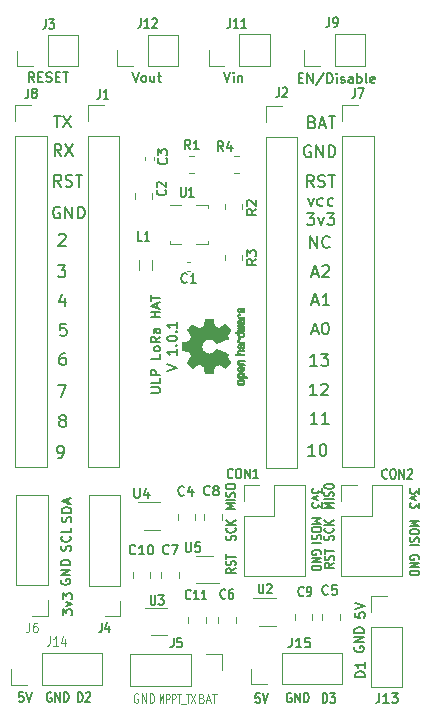
<source format=gbr>
%TF.GenerationSoftware,KiCad,Pcbnew,7.0.9-7.0.9~ubuntu22.04.1*%
%TF.CreationDate,2023-12-29T16:16:38+05:30*%
%TF.ProjectId,ulpLoRa_charge controller HAT,756c704c-6f52-4615-9f63-686172676520,rev?*%
%TF.SameCoordinates,Original*%
%TF.FileFunction,Legend,Top*%
%TF.FilePolarity,Positive*%
%FSLAX46Y46*%
G04 Gerber Fmt 4.6, Leading zero omitted, Abs format (unit mm)*
G04 Created by KiCad (PCBNEW 7.0.9-7.0.9~ubuntu22.04.1) date 2023-12-29 16:16:38*
%MOMM*%
%LPD*%
G01*
G04 APERTURE LIST*
%ADD10C,0.150000*%
%ADD11C,0.125000*%
%ADD12C,0.180000*%
%ADD13C,0.175000*%
%ADD14C,0.010000*%
%ADD15C,0.120000*%
G04 APERTURE END LIST*
D10*
X131789684Y-115913295D02*
X131456350Y-115913295D01*
X131456350Y-115913295D02*
X131423017Y-116294247D01*
X131423017Y-116294247D02*
X131456350Y-116256152D01*
X131456350Y-116256152D02*
X131523017Y-116218057D01*
X131523017Y-116218057D02*
X131689684Y-116218057D01*
X131689684Y-116218057D02*
X131756350Y-116256152D01*
X131756350Y-116256152D02*
X131789684Y-116294247D01*
X131789684Y-116294247D02*
X131823017Y-116370438D01*
X131823017Y-116370438D02*
X131823017Y-116560914D01*
X131823017Y-116560914D02*
X131789684Y-116637104D01*
X131789684Y-116637104D02*
X131756350Y-116675200D01*
X131756350Y-116675200D02*
X131689684Y-116713295D01*
X131689684Y-116713295D02*
X131523017Y-116713295D01*
X131523017Y-116713295D02*
X131456350Y-116675200D01*
X131456350Y-116675200D02*
X131423017Y-116637104D01*
X132023017Y-115913295D02*
X132256351Y-116713295D01*
X132256351Y-116713295D02*
X132489684Y-115913295D01*
X156271472Y-82834036D02*
X156747662Y-82834036D01*
X156176234Y-83119751D02*
X156509567Y-82119751D01*
X156509567Y-82119751D02*
X156842900Y-83119751D01*
X157700043Y-83119751D02*
X157128615Y-83119751D01*
X157414329Y-83119751D02*
X157414329Y-82119751D01*
X157414329Y-82119751D02*
X157319091Y-82262608D01*
X157319091Y-82262608D02*
X157223853Y-82357846D01*
X157223853Y-82357846D02*
X157128615Y-82405465D01*
X158028099Y-103018999D02*
X158066194Y-102926142D01*
X158066194Y-102926142D02*
X158066194Y-102771380D01*
X158066194Y-102771380D02*
X158028099Y-102709475D01*
X158028099Y-102709475D02*
X157990003Y-102678523D01*
X157990003Y-102678523D02*
X157913813Y-102647570D01*
X157913813Y-102647570D02*
X157837622Y-102647570D01*
X157837622Y-102647570D02*
X157761432Y-102678523D01*
X157761432Y-102678523D02*
X157723337Y-102709475D01*
X157723337Y-102709475D02*
X157685241Y-102771380D01*
X157685241Y-102771380D02*
X157647146Y-102895189D01*
X157647146Y-102895189D02*
X157609051Y-102957094D01*
X157609051Y-102957094D02*
X157570956Y-102988047D01*
X157570956Y-102988047D02*
X157494765Y-103018999D01*
X157494765Y-103018999D02*
X157418575Y-103018999D01*
X157418575Y-103018999D02*
X157342384Y-102988047D01*
X157342384Y-102988047D02*
X157304289Y-102957094D01*
X157304289Y-102957094D02*
X157266194Y-102895189D01*
X157266194Y-102895189D02*
X157266194Y-102740428D01*
X157266194Y-102740428D02*
X157304289Y-102647570D01*
X157990003Y-101997570D02*
X158028099Y-102028522D01*
X158028099Y-102028522D02*
X158066194Y-102121380D01*
X158066194Y-102121380D02*
X158066194Y-102183284D01*
X158066194Y-102183284D02*
X158028099Y-102276141D01*
X158028099Y-102276141D02*
X157951908Y-102338046D01*
X157951908Y-102338046D02*
X157875718Y-102368999D01*
X157875718Y-102368999D02*
X157723337Y-102399951D01*
X157723337Y-102399951D02*
X157609051Y-102399951D01*
X157609051Y-102399951D02*
X157456670Y-102368999D01*
X157456670Y-102368999D02*
X157380479Y-102338046D01*
X157380479Y-102338046D02*
X157304289Y-102276141D01*
X157304289Y-102276141D02*
X157266194Y-102183284D01*
X157266194Y-102183284D02*
X157266194Y-102121380D01*
X157266194Y-102121380D02*
X157304289Y-102028522D01*
X157304289Y-102028522D02*
X157342384Y-101997570D01*
X158066194Y-101718999D02*
X157266194Y-101718999D01*
X158066194Y-101347570D02*
X157609051Y-101626141D01*
X157266194Y-101347570D02*
X157723337Y-101718999D01*
X158090320Y-104963501D02*
X157709367Y-105180168D01*
X158090320Y-105334930D02*
X157290320Y-105334930D01*
X157290320Y-105334930D02*
X157290320Y-105087311D01*
X157290320Y-105087311D02*
X157328415Y-105025406D01*
X157328415Y-105025406D02*
X157366510Y-104994453D01*
X157366510Y-104994453D02*
X157442701Y-104963501D01*
X157442701Y-104963501D02*
X157556986Y-104963501D01*
X157556986Y-104963501D02*
X157633177Y-104994453D01*
X157633177Y-104994453D02*
X157671272Y-105025406D01*
X157671272Y-105025406D02*
X157709367Y-105087311D01*
X157709367Y-105087311D02*
X157709367Y-105334930D01*
X158052225Y-104715882D02*
X158090320Y-104623025D01*
X158090320Y-104623025D02*
X158090320Y-104468263D01*
X158090320Y-104468263D02*
X158052225Y-104406358D01*
X158052225Y-104406358D02*
X158014129Y-104375406D01*
X158014129Y-104375406D02*
X157937939Y-104344453D01*
X157937939Y-104344453D02*
X157861748Y-104344453D01*
X157861748Y-104344453D02*
X157785558Y-104375406D01*
X157785558Y-104375406D02*
X157747463Y-104406358D01*
X157747463Y-104406358D02*
X157709367Y-104468263D01*
X157709367Y-104468263D02*
X157671272Y-104592072D01*
X157671272Y-104592072D02*
X157633177Y-104653977D01*
X157633177Y-104653977D02*
X157595082Y-104684930D01*
X157595082Y-104684930D02*
X157518891Y-104715882D01*
X157518891Y-104715882D02*
X157442701Y-104715882D01*
X157442701Y-104715882D02*
X157366510Y-104684930D01*
X157366510Y-104684930D02*
X157328415Y-104653977D01*
X157328415Y-104653977D02*
X157290320Y-104592072D01*
X157290320Y-104592072D02*
X157290320Y-104437311D01*
X157290320Y-104437311D02*
X157328415Y-104344453D01*
X157290320Y-104158739D02*
X157290320Y-103787310D01*
X158090320Y-103973024D02*
X157290320Y-103973024D01*
X164498896Y-101384758D02*
X165298896Y-101384758D01*
X165298896Y-101384758D02*
X164727468Y-101601425D01*
X164727468Y-101601425D02*
X165298896Y-101818092D01*
X165298896Y-101818092D02*
X164498896Y-101818092D01*
X165298896Y-102251425D02*
X165298896Y-102375234D01*
X165298896Y-102375234D02*
X165260801Y-102437139D01*
X165260801Y-102437139D02*
X165184611Y-102499044D01*
X165184611Y-102499044D02*
X165032230Y-102529996D01*
X165032230Y-102529996D02*
X164765563Y-102529996D01*
X164765563Y-102529996D02*
X164613182Y-102499044D01*
X164613182Y-102499044D02*
X164536992Y-102437139D01*
X164536992Y-102437139D02*
X164498896Y-102375234D01*
X164498896Y-102375234D02*
X164498896Y-102251425D01*
X164498896Y-102251425D02*
X164536992Y-102189520D01*
X164536992Y-102189520D02*
X164613182Y-102127615D01*
X164613182Y-102127615D02*
X164765563Y-102096663D01*
X164765563Y-102096663D02*
X165032230Y-102096663D01*
X165032230Y-102096663D02*
X165184611Y-102127615D01*
X165184611Y-102127615D02*
X165260801Y-102189520D01*
X165260801Y-102189520D02*
X165298896Y-102251425D01*
X164536992Y-102777615D02*
X164498896Y-102870472D01*
X164498896Y-102870472D02*
X164498896Y-103025234D01*
X164498896Y-103025234D02*
X164536992Y-103087139D01*
X164536992Y-103087139D02*
X164575087Y-103118091D01*
X164575087Y-103118091D02*
X164651277Y-103149044D01*
X164651277Y-103149044D02*
X164727468Y-103149044D01*
X164727468Y-103149044D02*
X164803658Y-103118091D01*
X164803658Y-103118091D02*
X164841753Y-103087139D01*
X164841753Y-103087139D02*
X164879849Y-103025234D01*
X164879849Y-103025234D02*
X164917944Y-102901425D01*
X164917944Y-102901425D02*
X164956039Y-102839520D01*
X164956039Y-102839520D02*
X164994134Y-102808567D01*
X164994134Y-102808567D02*
X165070325Y-102777615D01*
X165070325Y-102777615D02*
X165146515Y-102777615D01*
X165146515Y-102777615D02*
X165222706Y-102808567D01*
X165222706Y-102808567D02*
X165260801Y-102839520D01*
X165260801Y-102839520D02*
X165298896Y-102901425D01*
X165298896Y-102901425D02*
X165298896Y-103056186D01*
X165298896Y-103056186D02*
X165260801Y-103149044D01*
X164498896Y-103427615D02*
X165298896Y-103427615D01*
X157040864Y-98628861D02*
X157040864Y-99062194D01*
X157040864Y-99062194D02*
X156736102Y-98828861D01*
X156736102Y-98828861D02*
X156736102Y-98928861D01*
X156736102Y-98928861D02*
X156698007Y-98995527D01*
X156698007Y-98995527D02*
X156659912Y-99028861D01*
X156659912Y-99028861D02*
X156583721Y-99062194D01*
X156583721Y-99062194D02*
X156393245Y-99062194D01*
X156393245Y-99062194D02*
X156317055Y-99028861D01*
X156317055Y-99028861D02*
X156278960Y-98995527D01*
X156278960Y-98995527D02*
X156240864Y-98928861D01*
X156240864Y-98928861D02*
X156240864Y-98728861D01*
X156240864Y-98728861D02*
X156278960Y-98662194D01*
X156278960Y-98662194D02*
X156317055Y-98628861D01*
X156774198Y-99295528D02*
X156240864Y-99462194D01*
X156240864Y-99462194D02*
X156774198Y-99628861D01*
X157040864Y-99828861D02*
X157040864Y-100262194D01*
X157040864Y-100262194D02*
X156736102Y-100028861D01*
X156736102Y-100028861D02*
X156736102Y-100128861D01*
X156736102Y-100128861D02*
X156698007Y-100195527D01*
X156698007Y-100195527D02*
X156659912Y-100228861D01*
X156659912Y-100228861D02*
X156583721Y-100262194D01*
X156583721Y-100262194D02*
X156393245Y-100262194D01*
X156393245Y-100262194D02*
X156317055Y-100228861D01*
X156317055Y-100228861D02*
X156278960Y-100195527D01*
X156278960Y-100195527D02*
X156240864Y-100128861D01*
X156240864Y-100128861D02*
X156240864Y-99928861D01*
X156240864Y-99928861D02*
X156278960Y-99862194D01*
X156278960Y-99862194D02*
X156317055Y-99828861D01*
X135750234Y-103932136D02*
X135788329Y-103817850D01*
X135788329Y-103817850D02*
X135788329Y-103627374D01*
X135788329Y-103627374D02*
X135750234Y-103551183D01*
X135750234Y-103551183D02*
X135712138Y-103513088D01*
X135712138Y-103513088D02*
X135635948Y-103474993D01*
X135635948Y-103474993D02*
X135559757Y-103474993D01*
X135559757Y-103474993D02*
X135483567Y-103513088D01*
X135483567Y-103513088D02*
X135445472Y-103551183D01*
X135445472Y-103551183D02*
X135407376Y-103627374D01*
X135407376Y-103627374D02*
X135369281Y-103779755D01*
X135369281Y-103779755D02*
X135331186Y-103855945D01*
X135331186Y-103855945D02*
X135293091Y-103894040D01*
X135293091Y-103894040D02*
X135216900Y-103932136D01*
X135216900Y-103932136D02*
X135140710Y-103932136D01*
X135140710Y-103932136D02*
X135064519Y-103894040D01*
X135064519Y-103894040D02*
X135026424Y-103855945D01*
X135026424Y-103855945D02*
X134988329Y-103779755D01*
X134988329Y-103779755D02*
X134988329Y-103589278D01*
X134988329Y-103589278D02*
X135026424Y-103474993D01*
X135712138Y-102674992D02*
X135750234Y-102713088D01*
X135750234Y-102713088D02*
X135788329Y-102827373D01*
X135788329Y-102827373D02*
X135788329Y-102903564D01*
X135788329Y-102903564D02*
X135750234Y-103017850D01*
X135750234Y-103017850D02*
X135674043Y-103094040D01*
X135674043Y-103094040D02*
X135597853Y-103132135D01*
X135597853Y-103132135D02*
X135445472Y-103170231D01*
X135445472Y-103170231D02*
X135331186Y-103170231D01*
X135331186Y-103170231D02*
X135178805Y-103132135D01*
X135178805Y-103132135D02*
X135102614Y-103094040D01*
X135102614Y-103094040D02*
X135026424Y-103017850D01*
X135026424Y-103017850D02*
X134988329Y-102903564D01*
X134988329Y-102903564D02*
X134988329Y-102827373D01*
X134988329Y-102827373D02*
X135026424Y-102713088D01*
X135026424Y-102713088D02*
X135064519Y-102674992D01*
X135788329Y-101951183D02*
X135788329Y-102332135D01*
X135788329Y-102332135D02*
X134988329Y-102332135D01*
X155883542Y-74050936D02*
X156121637Y-74717603D01*
X156121637Y-74717603D02*
X156359732Y-74050936D01*
X157169256Y-74669984D02*
X157074018Y-74717603D01*
X157074018Y-74717603D02*
X156883542Y-74717603D01*
X156883542Y-74717603D02*
X156788304Y-74669984D01*
X156788304Y-74669984D02*
X156740685Y-74622364D01*
X156740685Y-74622364D02*
X156693066Y-74527126D01*
X156693066Y-74527126D02*
X156693066Y-74241412D01*
X156693066Y-74241412D02*
X156740685Y-74146174D01*
X156740685Y-74146174D02*
X156788304Y-74098555D01*
X156788304Y-74098555D02*
X156883542Y-74050936D01*
X156883542Y-74050936D02*
X157074018Y-74050936D01*
X157074018Y-74050936D02*
X157169256Y-74098555D01*
X158026399Y-74669984D02*
X157931161Y-74717603D01*
X157931161Y-74717603D02*
X157740685Y-74717603D01*
X157740685Y-74717603D02*
X157645447Y-74669984D01*
X157645447Y-74669984D02*
X157597828Y-74622364D01*
X157597828Y-74622364D02*
X157550209Y-74527126D01*
X157550209Y-74527126D02*
X157550209Y-74241412D01*
X157550209Y-74241412D02*
X157597828Y-74146174D01*
X157597828Y-74146174D02*
X157645447Y-74098555D01*
X157645447Y-74098555D02*
X157740685Y-74050936D01*
X157740685Y-74050936D02*
X157931161Y-74050936D01*
X157931161Y-74050936D02*
X158026399Y-74098555D01*
X155788304Y-75327603D02*
X156407351Y-75327603D01*
X156407351Y-75327603D02*
X156074018Y-75708555D01*
X156074018Y-75708555D02*
X156216875Y-75708555D01*
X156216875Y-75708555D02*
X156312113Y-75756174D01*
X156312113Y-75756174D02*
X156359732Y-75803793D01*
X156359732Y-75803793D02*
X156407351Y-75899031D01*
X156407351Y-75899031D02*
X156407351Y-76137126D01*
X156407351Y-76137126D02*
X156359732Y-76232364D01*
X156359732Y-76232364D02*
X156312113Y-76279984D01*
X156312113Y-76279984D02*
X156216875Y-76327603D01*
X156216875Y-76327603D02*
X155931161Y-76327603D01*
X155931161Y-76327603D02*
X155835923Y-76279984D01*
X155835923Y-76279984D02*
X155788304Y-76232364D01*
X156740685Y-75660936D02*
X156978780Y-76327603D01*
X156978780Y-76327603D02*
X157216875Y-75660936D01*
X157502590Y-75327603D02*
X158121637Y-75327603D01*
X158121637Y-75327603D02*
X157788304Y-75708555D01*
X157788304Y-75708555D02*
X157931161Y-75708555D01*
X157931161Y-75708555D02*
X158026399Y-75756174D01*
X158026399Y-75756174D02*
X158074018Y-75803793D01*
X158074018Y-75803793D02*
X158121637Y-75899031D01*
X158121637Y-75899031D02*
X158121637Y-76137126D01*
X158121637Y-76137126D02*
X158074018Y-76232364D01*
X158074018Y-76232364D02*
X158026399Y-76279984D01*
X158026399Y-76279984D02*
X157931161Y-76327603D01*
X157931161Y-76327603D02*
X157645447Y-76327603D01*
X157645447Y-76327603D02*
X157550209Y-76279984D01*
X157550209Y-76279984D02*
X157502590Y-76232364D01*
X156374734Y-73121097D02*
X156041401Y-72644906D01*
X155803306Y-73121097D02*
X155803306Y-72121097D01*
X155803306Y-72121097D02*
X156184258Y-72121097D01*
X156184258Y-72121097D02*
X156279496Y-72168716D01*
X156279496Y-72168716D02*
X156327115Y-72216335D01*
X156327115Y-72216335D02*
X156374734Y-72311573D01*
X156374734Y-72311573D02*
X156374734Y-72454430D01*
X156374734Y-72454430D02*
X156327115Y-72549668D01*
X156327115Y-72549668D02*
X156279496Y-72597287D01*
X156279496Y-72597287D02*
X156184258Y-72644906D01*
X156184258Y-72644906D02*
X155803306Y-72644906D01*
X156755687Y-73073478D02*
X156898544Y-73121097D01*
X156898544Y-73121097D02*
X157136639Y-73121097D01*
X157136639Y-73121097D02*
X157231877Y-73073478D01*
X157231877Y-73073478D02*
X157279496Y-73025858D01*
X157279496Y-73025858D02*
X157327115Y-72930620D01*
X157327115Y-72930620D02*
X157327115Y-72835382D01*
X157327115Y-72835382D02*
X157279496Y-72740144D01*
X157279496Y-72740144D02*
X157231877Y-72692525D01*
X157231877Y-72692525D02*
X157136639Y-72644906D01*
X157136639Y-72644906D02*
X156946163Y-72597287D01*
X156946163Y-72597287D02*
X156850925Y-72549668D01*
X156850925Y-72549668D02*
X156803306Y-72502049D01*
X156803306Y-72502049D02*
X156755687Y-72406811D01*
X156755687Y-72406811D02*
X156755687Y-72311573D01*
X156755687Y-72311573D02*
X156803306Y-72216335D01*
X156803306Y-72216335D02*
X156850925Y-72168716D01*
X156850925Y-72168716D02*
X156946163Y-72121097D01*
X156946163Y-72121097D02*
X157184258Y-72121097D01*
X157184258Y-72121097D02*
X157327115Y-72168716D01*
X157612830Y-72121097D02*
X158184258Y-72121097D01*
X157898544Y-73121097D02*
X157898544Y-72121097D01*
X143964980Y-88677476D02*
X144764980Y-88410809D01*
X144764980Y-88410809D02*
X143964980Y-88144143D01*
X144764980Y-86848905D02*
X144764980Y-87306048D01*
X144764980Y-87077476D02*
X143964980Y-87077476D01*
X143964980Y-87077476D02*
X144079265Y-87153667D01*
X144079265Y-87153667D02*
X144155456Y-87229857D01*
X144155456Y-87229857D02*
X144193551Y-87306048D01*
X144688789Y-86506047D02*
X144726885Y-86467952D01*
X144726885Y-86467952D02*
X144764980Y-86506047D01*
X144764980Y-86506047D02*
X144726885Y-86544143D01*
X144726885Y-86544143D02*
X144688789Y-86506047D01*
X144688789Y-86506047D02*
X144764980Y-86506047D01*
X143964980Y-85972714D02*
X143964980Y-85896524D01*
X143964980Y-85896524D02*
X144003075Y-85820333D01*
X144003075Y-85820333D02*
X144041170Y-85782238D01*
X144041170Y-85782238D02*
X144117361Y-85744143D01*
X144117361Y-85744143D02*
X144269742Y-85706048D01*
X144269742Y-85706048D02*
X144460218Y-85706048D01*
X144460218Y-85706048D02*
X144612599Y-85744143D01*
X144612599Y-85744143D02*
X144688789Y-85782238D01*
X144688789Y-85782238D02*
X144726885Y-85820333D01*
X144726885Y-85820333D02*
X144764980Y-85896524D01*
X144764980Y-85896524D02*
X144764980Y-85972714D01*
X144764980Y-85972714D02*
X144726885Y-86048905D01*
X144726885Y-86048905D02*
X144688789Y-86087000D01*
X144688789Y-86087000D02*
X144612599Y-86125095D01*
X144612599Y-86125095D02*
X144460218Y-86163191D01*
X144460218Y-86163191D02*
X144269742Y-86163191D01*
X144269742Y-86163191D02*
X144117361Y-86125095D01*
X144117361Y-86125095D02*
X144041170Y-86087000D01*
X144041170Y-86087000D02*
X144003075Y-86048905D01*
X144003075Y-86048905D02*
X143964980Y-85972714D01*
X144688789Y-85363190D02*
X144726885Y-85325095D01*
X144726885Y-85325095D02*
X144764980Y-85363190D01*
X144764980Y-85363190D02*
X144726885Y-85401286D01*
X144726885Y-85401286D02*
X144688789Y-85363190D01*
X144688789Y-85363190D02*
X144764980Y-85363190D01*
X144764980Y-84563191D02*
X144764980Y-85020334D01*
X144764980Y-84791762D02*
X143964980Y-84791762D01*
X143964980Y-84791762D02*
X144079265Y-84867953D01*
X144079265Y-84867953D02*
X144155456Y-84944143D01*
X144155456Y-84944143D02*
X144193551Y-85020334D01*
X157125837Y-116773237D02*
X157125837Y-115973237D01*
X157125837Y-115973237D02*
X157292504Y-115973237D01*
X157292504Y-115973237D02*
X157392504Y-116011332D01*
X157392504Y-116011332D02*
X157459171Y-116087522D01*
X157459171Y-116087522D02*
X157492504Y-116163713D01*
X157492504Y-116163713D02*
X157525837Y-116316094D01*
X157525837Y-116316094D02*
X157525837Y-116430380D01*
X157525837Y-116430380D02*
X157492504Y-116582761D01*
X157492504Y-116582761D02*
X157459171Y-116658951D01*
X157459171Y-116658951D02*
X157392504Y-116735142D01*
X157392504Y-116735142D02*
X157292504Y-116773237D01*
X157292504Y-116773237D02*
X157125837Y-116773237D01*
X157759171Y-115973237D02*
X158192504Y-115973237D01*
X158192504Y-115973237D02*
X157959171Y-116277999D01*
X157959171Y-116277999D02*
X158059171Y-116277999D01*
X158059171Y-116277999D02*
X158125837Y-116316094D01*
X158125837Y-116316094D02*
X158159171Y-116354189D01*
X158159171Y-116354189D02*
X158192504Y-116430380D01*
X158192504Y-116430380D02*
X158192504Y-116620856D01*
X158192504Y-116620856D02*
X158159171Y-116697046D01*
X158159171Y-116697046D02*
X158125837Y-116735142D01*
X158125837Y-116735142D02*
X158059171Y-116773237D01*
X158059171Y-116773237D02*
X157859171Y-116773237D01*
X157859171Y-116773237D02*
X157792504Y-116735142D01*
X157792504Y-116735142D02*
X157759171Y-116697046D01*
X135134625Y-109383167D02*
X135134625Y-108887929D01*
X135134625Y-108887929D02*
X135439387Y-109154595D01*
X135439387Y-109154595D02*
X135439387Y-109040310D01*
X135439387Y-109040310D02*
X135477482Y-108964119D01*
X135477482Y-108964119D02*
X135515577Y-108926024D01*
X135515577Y-108926024D02*
X135591768Y-108887929D01*
X135591768Y-108887929D02*
X135782244Y-108887929D01*
X135782244Y-108887929D02*
X135858434Y-108926024D01*
X135858434Y-108926024D02*
X135896530Y-108964119D01*
X135896530Y-108964119D02*
X135934625Y-109040310D01*
X135934625Y-109040310D02*
X135934625Y-109268881D01*
X135934625Y-109268881D02*
X135896530Y-109345072D01*
X135896530Y-109345072D02*
X135858434Y-109383167D01*
X135401291Y-108621262D02*
X135934625Y-108430786D01*
X135934625Y-108430786D02*
X135401291Y-108240309D01*
X135134625Y-108011738D02*
X135134625Y-107516500D01*
X135134625Y-107516500D02*
X135439387Y-107783166D01*
X135439387Y-107783166D02*
X135439387Y-107668881D01*
X135439387Y-107668881D02*
X135477482Y-107592690D01*
X135477482Y-107592690D02*
X135515577Y-107554595D01*
X135515577Y-107554595D02*
X135591768Y-107516500D01*
X135591768Y-107516500D02*
X135782244Y-107516500D01*
X135782244Y-107516500D02*
X135858434Y-107554595D01*
X135858434Y-107554595D02*
X135896530Y-107592690D01*
X135896530Y-107592690D02*
X135934625Y-107668881D01*
X135934625Y-107668881D02*
X135934625Y-107897452D01*
X135934625Y-107897452D02*
X135896530Y-107973643D01*
X135896530Y-107973643D02*
X135858434Y-108011738D01*
X156652477Y-88257769D02*
X156081049Y-88257769D01*
X156366763Y-88257769D02*
X156366763Y-87257769D01*
X156366763Y-87257769D02*
X156271525Y-87400626D01*
X156271525Y-87400626D02*
X156176287Y-87495864D01*
X156176287Y-87495864D02*
X156081049Y-87543483D01*
X156985811Y-87257769D02*
X157604858Y-87257769D01*
X157604858Y-87257769D02*
X157271525Y-87638721D01*
X157271525Y-87638721D02*
X157414382Y-87638721D01*
X157414382Y-87638721D02*
X157509620Y-87686340D01*
X157509620Y-87686340D02*
X157557239Y-87733959D01*
X157557239Y-87733959D02*
X157604858Y-87829197D01*
X157604858Y-87829197D02*
X157604858Y-88067292D01*
X157604858Y-88067292D02*
X157557239Y-88162530D01*
X157557239Y-88162530D02*
X157509620Y-88210150D01*
X157509620Y-88210150D02*
X157414382Y-88257769D01*
X157414382Y-88257769D02*
X157128668Y-88257769D01*
X157128668Y-88257769D02*
X157033430Y-88210150D01*
X157033430Y-88210150D02*
X156985811Y-88162530D01*
X134740747Y-79753791D02*
X135359794Y-79753791D01*
X135359794Y-79753791D02*
X135026461Y-80134743D01*
X135026461Y-80134743D02*
X135169318Y-80134743D01*
X135169318Y-80134743D02*
X135264556Y-80182362D01*
X135264556Y-80182362D02*
X135312175Y-80229981D01*
X135312175Y-80229981D02*
X135359794Y-80325219D01*
X135359794Y-80325219D02*
X135359794Y-80563314D01*
X135359794Y-80563314D02*
X135312175Y-80658552D01*
X135312175Y-80658552D02*
X135264556Y-80706172D01*
X135264556Y-80706172D02*
X135169318Y-80753791D01*
X135169318Y-80753791D02*
X134883604Y-80753791D01*
X134883604Y-80753791D02*
X134788366Y-80706172D01*
X134788366Y-80706172D02*
X134740747Y-80658552D01*
X134984288Y-73084306D02*
X134650955Y-72608115D01*
X134412860Y-73084306D02*
X134412860Y-72084306D01*
X134412860Y-72084306D02*
X134793812Y-72084306D01*
X134793812Y-72084306D02*
X134889050Y-72131925D01*
X134889050Y-72131925D02*
X134936669Y-72179544D01*
X134936669Y-72179544D02*
X134984288Y-72274782D01*
X134984288Y-72274782D02*
X134984288Y-72417639D01*
X134984288Y-72417639D02*
X134936669Y-72512877D01*
X134936669Y-72512877D02*
X134889050Y-72560496D01*
X134889050Y-72560496D02*
X134793812Y-72608115D01*
X134793812Y-72608115D02*
X134412860Y-72608115D01*
X135365241Y-73036687D02*
X135508098Y-73084306D01*
X135508098Y-73084306D02*
X135746193Y-73084306D01*
X135746193Y-73084306D02*
X135841431Y-73036687D01*
X135841431Y-73036687D02*
X135889050Y-72989067D01*
X135889050Y-72989067D02*
X135936669Y-72893829D01*
X135936669Y-72893829D02*
X135936669Y-72798591D01*
X135936669Y-72798591D02*
X135889050Y-72703353D01*
X135889050Y-72703353D02*
X135841431Y-72655734D01*
X135841431Y-72655734D02*
X135746193Y-72608115D01*
X135746193Y-72608115D02*
X135555717Y-72560496D01*
X135555717Y-72560496D02*
X135460479Y-72512877D01*
X135460479Y-72512877D02*
X135412860Y-72465258D01*
X135412860Y-72465258D02*
X135365241Y-72370020D01*
X135365241Y-72370020D02*
X135365241Y-72274782D01*
X135365241Y-72274782D02*
X135412860Y-72179544D01*
X135412860Y-72179544D02*
X135460479Y-72131925D01*
X135460479Y-72131925D02*
X135555717Y-72084306D01*
X135555717Y-72084306D02*
X135793812Y-72084306D01*
X135793812Y-72084306D02*
X135936669Y-72131925D01*
X136222384Y-72084306D02*
X136793812Y-72084306D01*
X136508098Y-73084306D02*
X136508098Y-72084306D01*
X156234109Y-101183258D02*
X157034109Y-101183258D01*
X157034109Y-101183258D02*
X156462681Y-101399925D01*
X156462681Y-101399925D02*
X157034109Y-101616592D01*
X157034109Y-101616592D02*
X156234109Y-101616592D01*
X157034109Y-102049925D02*
X157034109Y-102173734D01*
X157034109Y-102173734D02*
X156996014Y-102235639D01*
X156996014Y-102235639D02*
X156919824Y-102297544D01*
X156919824Y-102297544D02*
X156767443Y-102328496D01*
X156767443Y-102328496D02*
X156500776Y-102328496D01*
X156500776Y-102328496D02*
X156348395Y-102297544D01*
X156348395Y-102297544D02*
X156272205Y-102235639D01*
X156272205Y-102235639D02*
X156234109Y-102173734D01*
X156234109Y-102173734D02*
X156234109Y-102049925D01*
X156234109Y-102049925D02*
X156272205Y-101988020D01*
X156272205Y-101988020D02*
X156348395Y-101926115D01*
X156348395Y-101926115D02*
X156500776Y-101895163D01*
X156500776Y-101895163D02*
X156767443Y-101895163D01*
X156767443Y-101895163D02*
X156919824Y-101926115D01*
X156919824Y-101926115D02*
X156996014Y-101988020D01*
X156996014Y-101988020D02*
X157034109Y-102049925D01*
X156272205Y-102576115D02*
X156234109Y-102668972D01*
X156234109Y-102668972D02*
X156234109Y-102823734D01*
X156234109Y-102823734D02*
X156272205Y-102885639D01*
X156272205Y-102885639D02*
X156310300Y-102916591D01*
X156310300Y-102916591D02*
X156386490Y-102947544D01*
X156386490Y-102947544D02*
X156462681Y-102947544D01*
X156462681Y-102947544D02*
X156538871Y-102916591D01*
X156538871Y-102916591D02*
X156576966Y-102885639D01*
X156576966Y-102885639D02*
X156615062Y-102823734D01*
X156615062Y-102823734D02*
X156653157Y-102699925D01*
X156653157Y-102699925D02*
X156691252Y-102638020D01*
X156691252Y-102638020D02*
X156729347Y-102607067D01*
X156729347Y-102607067D02*
X156805538Y-102576115D01*
X156805538Y-102576115D02*
X156881728Y-102576115D01*
X156881728Y-102576115D02*
X156957919Y-102607067D01*
X156957919Y-102607067D02*
X156996014Y-102638020D01*
X156996014Y-102638020D02*
X157034109Y-102699925D01*
X157034109Y-102699925D02*
X157034109Y-102854686D01*
X157034109Y-102854686D02*
X156996014Y-102947544D01*
X156234109Y-103226115D02*
X157034109Y-103226115D01*
D11*
X141490762Y-116039690D02*
X141428857Y-116001595D01*
X141428857Y-116001595D02*
X141336000Y-116001595D01*
X141336000Y-116001595D02*
X141243143Y-116039690D01*
X141243143Y-116039690D02*
X141181238Y-116115880D01*
X141181238Y-116115880D02*
X141150285Y-116192071D01*
X141150285Y-116192071D02*
X141119333Y-116344452D01*
X141119333Y-116344452D02*
X141119333Y-116458738D01*
X141119333Y-116458738D02*
X141150285Y-116611119D01*
X141150285Y-116611119D02*
X141181238Y-116687309D01*
X141181238Y-116687309D02*
X141243143Y-116763500D01*
X141243143Y-116763500D02*
X141336000Y-116801595D01*
X141336000Y-116801595D02*
X141397904Y-116801595D01*
X141397904Y-116801595D02*
X141490762Y-116763500D01*
X141490762Y-116763500D02*
X141521714Y-116725404D01*
X141521714Y-116725404D02*
X141521714Y-116458738D01*
X141521714Y-116458738D02*
X141397904Y-116458738D01*
X141800285Y-116801595D02*
X141800285Y-116001595D01*
X141800285Y-116001595D02*
X142171714Y-116801595D01*
X142171714Y-116801595D02*
X142171714Y-116001595D01*
X142481237Y-116801595D02*
X142481237Y-116001595D01*
X142481237Y-116001595D02*
X142635999Y-116001595D01*
X142635999Y-116001595D02*
X142728856Y-116039690D01*
X142728856Y-116039690D02*
X142790761Y-116115880D01*
X142790761Y-116115880D02*
X142821714Y-116192071D01*
X142821714Y-116192071D02*
X142852666Y-116344452D01*
X142852666Y-116344452D02*
X142852666Y-116458738D01*
X142852666Y-116458738D02*
X142821714Y-116611119D01*
X142821714Y-116611119D02*
X142790761Y-116687309D01*
X142790761Y-116687309D02*
X142728856Y-116763500D01*
X142728856Y-116763500D02*
X142635999Y-116801595D01*
X142635999Y-116801595D02*
X142481237Y-116801595D01*
D10*
X135010671Y-70479121D02*
X134677338Y-70002930D01*
X134439243Y-70479121D02*
X134439243Y-69479121D01*
X134439243Y-69479121D02*
X134820195Y-69479121D01*
X134820195Y-69479121D02*
X134915433Y-69526740D01*
X134915433Y-69526740D02*
X134963052Y-69574359D01*
X134963052Y-69574359D02*
X135010671Y-69669597D01*
X135010671Y-69669597D02*
X135010671Y-69812454D01*
X135010671Y-69812454D02*
X134963052Y-69907692D01*
X134963052Y-69907692D02*
X134915433Y-69955311D01*
X134915433Y-69955311D02*
X134820195Y-70002930D01*
X134820195Y-70002930D02*
X134439243Y-70002930D01*
X135344005Y-69479121D02*
X136010671Y-70479121D01*
X136010671Y-69479121D02*
X135344005Y-70479121D01*
X135002041Y-106352140D02*
X134963946Y-106428330D01*
X134963946Y-106428330D02*
X134963946Y-106542616D01*
X134963946Y-106542616D02*
X135002041Y-106656902D01*
X135002041Y-106656902D02*
X135078231Y-106733092D01*
X135078231Y-106733092D02*
X135154422Y-106771187D01*
X135154422Y-106771187D02*
X135306803Y-106809283D01*
X135306803Y-106809283D02*
X135421089Y-106809283D01*
X135421089Y-106809283D02*
X135573470Y-106771187D01*
X135573470Y-106771187D02*
X135649660Y-106733092D01*
X135649660Y-106733092D02*
X135725851Y-106656902D01*
X135725851Y-106656902D02*
X135763946Y-106542616D01*
X135763946Y-106542616D02*
X135763946Y-106466425D01*
X135763946Y-106466425D02*
X135725851Y-106352140D01*
X135725851Y-106352140D02*
X135687755Y-106314044D01*
X135687755Y-106314044D02*
X135421089Y-106314044D01*
X135421089Y-106314044D02*
X135421089Y-106466425D01*
X135763946Y-105971187D02*
X134963946Y-105971187D01*
X134963946Y-105971187D02*
X135763946Y-105514044D01*
X135763946Y-105514044D02*
X134963946Y-105514044D01*
X135763946Y-105133092D02*
X134963946Y-105133092D01*
X134963946Y-105133092D02*
X134963946Y-104942616D01*
X134963946Y-104942616D02*
X135002041Y-104828330D01*
X135002041Y-104828330D02*
X135078231Y-104752140D01*
X135078231Y-104752140D02*
X135154422Y-104714045D01*
X135154422Y-104714045D02*
X135306803Y-104675949D01*
X135306803Y-104675949D02*
X135421089Y-104675949D01*
X135421089Y-104675949D02*
X135573470Y-104714045D01*
X135573470Y-104714045D02*
X135649660Y-104752140D01*
X135649660Y-104752140D02*
X135725851Y-104828330D01*
X135725851Y-104828330D02*
X135763946Y-104942616D01*
X135763946Y-104942616D02*
X135763946Y-105133092D01*
D11*
X146890629Y-116393317D02*
X146983486Y-116431412D01*
X146983486Y-116431412D02*
X147014439Y-116469508D01*
X147014439Y-116469508D02*
X147045391Y-116545698D01*
X147045391Y-116545698D02*
X147045391Y-116659984D01*
X147045391Y-116659984D02*
X147014439Y-116736174D01*
X147014439Y-116736174D02*
X146983486Y-116774270D01*
X146983486Y-116774270D02*
X146921581Y-116812365D01*
X146921581Y-116812365D02*
X146673962Y-116812365D01*
X146673962Y-116812365D02*
X146673962Y-116012365D01*
X146673962Y-116012365D02*
X146890629Y-116012365D01*
X146890629Y-116012365D02*
X146952534Y-116050460D01*
X146952534Y-116050460D02*
X146983486Y-116088555D01*
X146983486Y-116088555D02*
X147014439Y-116164746D01*
X147014439Y-116164746D02*
X147014439Y-116240936D01*
X147014439Y-116240936D02*
X146983486Y-116317127D01*
X146983486Y-116317127D02*
X146952534Y-116355222D01*
X146952534Y-116355222D02*
X146890629Y-116393317D01*
X146890629Y-116393317D02*
X146673962Y-116393317D01*
X147293010Y-116583793D02*
X147602534Y-116583793D01*
X147231105Y-116812365D02*
X147447772Y-116012365D01*
X147447772Y-116012365D02*
X147664439Y-116812365D01*
X147788248Y-116012365D02*
X148159677Y-116012365D01*
X147973963Y-116812365D02*
X147973963Y-116012365D01*
D10*
X165323021Y-98640579D02*
X165323021Y-99073912D01*
X165323021Y-99073912D02*
X165018259Y-98840579D01*
X165018259Y-98840579D02*
X165018259Y-98940579D01*
X165018259Y-98940579D02*
X164980164Y-99007245D01*
X164980164Y-99007245D02*
X164942069Y-99040579D01*
X164942069Y-99040579D02*
X164865878Y-99073912D01*
X164865878Y-99073912D02*
X164675402Y-99073912D01*
X164675402Y-99073912D02*
X164599212Y-99040579D01*
X164599212Y-99040579D02*
X164561117Y-99007245D01*
X164561117Y-99007245D02*
X164523021Y-98940579D01*
X164523021Y-98940579D02*
X164523021Y-98740579D01*
X164523021Y-98740579D02*
X164561117Y-98673912D01*
X164561117Y-98673912D02*
X164599212Y-98640579D01*
X165056355Y-99307246D02*
X164523021Y-99473912D01*
X164523021Y-99473912D02*
X165056355Y-99640579D01*
X165323021Y-99840579D02*
X165323021Y-100273912D01*
X165323021Y-100273912D02*
X165018259Y-100040579D01*
X165018259Y-100040579D02*
X165018259Y-100140579D01*
X165018259Y-100140579D02*
X164980164Y-100207245D01*
X164980164Y-100207245D02*
X164942069Y-100240579D01*
X164942069Y-100240579D02*
X164865878Y-100273912D01*
X164865878Y-100273912D02*
X164675402Y-100273912D01*
X164675402Y-100273912D02*
X164599212Y-100240579D01*
X164599212Y-100240579D02*
X164561117Y-100207245D01*
X164561117Y-100207245D02*
X164523021Y-100140579D01*
X164523021Y-100140579D02*
X164523021Y-99940579D01*
X164523021Y-99940579D02*
X164561117Y-99873912D01*
X164561117Y-99873912D02*
X164599212Y-99840579D01*
X158083074Y-100315565D02*
X157283074Y-100315565D01*
X157283074Y-100315565D02*
X157854502Y-100098898D01*
X157854502Y-100098898D02*
X157283074Y-99882231D01*
X157283074Y-99882231D02*
X158083074Y-99882231D01*
X158083074Y-99572708D02*
X157283074Y-99572708D01*
X158044979Y-99294136D02*
X158083074Y-99201279D01*
X158083074Y-99201279D02*
X158083074Y-99046517D01*
X158083074Y-99046517D02*
X158044979Y-98984612D01*
X158044979Y-98984612D02*
X158006883Y-98953660D01*
X158006883Y-98953660D02*
X157930693Y-98922707D01*
X157930693Y-98922707D02*
X157854502Y-98922707D01*
X157854502Y-98922707D02*
X157778312Y-98953660D01*
X157778312Y-98953660D02*
X157740217Y-98984612D01*
X157740217Y-98984612D02*
X157702121Y-99046517D01*
X157702121Y-99046517D02*
X157664026Y-99170326D01*
X157664026Y-99170326D02*
X157625931Y-99232231D01*
X157625931Y-99232231D02*
X157587836Y-99263184D01*
X157587836Y-99263184D02*
X157511645Y-99294136D01*
X157511645Y-99294136D02*
X157435455Y-99294136D01*
X157435455Y-99294136D02*
X157359264Y-99263184D01*
X157359264Y-99263184D02*
X157321169Y-99232231D01*
X157321169Y-99232231D02*
X157283074Y-99170326D01*
X157283074Y-99170326D02*
X157283074Y-99015565D01*
X157283074Y-99015565D02*
X157321169Y-98922707D01*
X157283074Y-98520326D02*
X157283074Y-98396517D01*
X157283074Y-98396517D02*
X157321169Y-98334612D01*
X157321169Y-98334612D02*
X157397359Y-98272707D01*
X157397359Y-98272707D02*
X157549740Y-98241755D01*
X157549740Y-98241755D02*
X157816407Y-98241755D01*
X157816407Y-98241755D02*
X157968788Y-98272707D01*
X157968788Y-98272707D02*
X158044979Y-98334612D01*
X158044979Y-98334612D02*
X158083074Y-98396517D01*
X158083074Y-98396517D02*
X158083074Y-98520326D01*
X158083074Y-98520326D02*
X158044979Y-98582231D01*
X158044979Y-98582231D02*
X157968788Y-98644136D01*
X157968788Y-98644136D02*
X157816407Y-98675088D01*
X157816407Y-98675088D02*
X157549740Y-98675088D01*
X157549740Y-98675088D02*
X157397359Y-98644136D01*
X157397359Y-98644136D02*
X157321169Y-98582231D01*
X157321169Y-98582231D02*
X157283074Y-98520326D01*
X159907435Y-109152217D02*
X159907435Y-109533169D01*
X159907435Y-109533169D02*
X160288387Y-109571265D01*
X160288387Y-109571265D02*
X160250292Y-109533169D01*
X160250292Y-109533169D02*
X160212197Y-109456979D01*
X160212197Y-109456979D02*
X160212197Y-109266503D01*
X160212197Y-109266503D02*
X160250292Y-109190312D01*
X160250292Y-109190312D02*
X160288387Y-109152217D01*
X160288387Y-109152217D02*
X160364578Y-109114122D01*
X160364578Y-109114122D02*
X160555054Y-109114122D01*
X160555054Y-109114122D02*
X160631244Y-109152217D01*
X160631244Y-109152217D02*
X160669340Y-109190312D01*
X160669340Y-109190312D02*
X160707435Y-109266503D01*
X160707435Y-109266503D02*
X160707435Y-109456979D01*
X160707435Y-109456979D02*
X160669340Y-109533169D01*
X160669340Y-109533169D02*
X160631244Y-109571265D01*
X159907435Y-108885550D02*
X160707435Y-108618883D01*
X160707435Y-108618883D02*
X159907435Y-108352217D01*
X156256597Y-80455433D02*
X156732787Y-80455433D01*
X156161359Y-80741148D02*
X156494692Y-79741148D01*
X156494692Y-79741148D02*
X156828025Y-80741148D01*
X157113740Y-79836386D02*
X157161359Y-79788767D01*
X157161359Y-79788767D02*
X157256597Y-79741148D01*
X157256597Y-79741148D02*
X157494692Y-79741148D01*
X157494692Y-79741148D02*
X157589930Y-79788767D01*
X157589930Y-79788767D02*
X157637549Y-79836386D01*
X157637549Y-79836386D02*
X157685168Y-79931624D01*
X157685168Y-79931624D02*
X157685168Y-80026862D01*
X157685168Y-80026862D02*
X157637549Y-80169719D01*
X157637549Y-80169719D02*
X157066121Y-80741148D01*
X157066121Y-80741148D02*
X157685168Y-80741148D01*
X156097033Y-78271060D02*
X156097033Y-77271060D01*
X156097033Y-77271060D02*
X156668461Y-78271060D01*
X156668461Y-78271060D02*
X156668461Y-77271060D01*
X157716080Y-78175821D02*
X157668461Y-78223441D01*
X157668461Y-78223441D02*
X157525604Y-78271060D01*
X157525604Y-78271060D02*
X157430366Y-78271060D01*
X157430366Y-78271060D02*
X157287509Y-78223441D01*
X157287509Y-78223441D02*
X157192271Y-78128202D01*
X157192271Y-78128202D02*
X157144652Y-78032964D01*
X157144652Y-78032964D02*
X157097033Y-77842488D01*
X157097033Y-77842488D02*
X157097033Y-77699631D01*
X157097033Y-77699631D02*
X157144652Y-77509155D01*
X157144652Y-77509155D02*
X157192271Y-77413917D01*
X157192271Y-77413917D02*
X157287509Y-77318679D01*
X157287509Y-77318679D02*
X157430366Y-77271060D01*
X157430366Y-77271060D02*
X157525604Y-77271060D01*
X157525604Y-77271060D02*
X157668461Y-77318679D01*
X157668461Y-77318679D02*
X157716080Y-77366298D01*
X149741594Y-100348181D02*
X148941594Y-100348181D01*
X148941594Y-100348181D02*
X149513022Y-100131514D01*
X149513022Y-100131514D02*
X148941594Y-99914847D01*
X148941594Y-99914847D02*
X149741594Y-99914847D01*
X149741594Y-99605324D02*
X148941594Y-99605324D01*
X149703499Y-99326752D02*
X149741594Y-99233895D01*
X149741594Y-99233895D02*
X149741594Y-99079133D01*
X149741594Y-99079133D02*
X149703499Y-99017228D01*
X149703499Y-99017228D02*
X149665403Y-98986276D01*
X149665403Y-98986276D02*
X149589213Y-98955323D01*
X149589213Y-98955323D02*
X149513022Y-98955323D01*
X149513022Y-98955323D02*
X149436832Y-98986276D01*
X149436832Y-98986276D02*
X149398737Y-99017228D01*
X149398737Y-99017228D02*
X149360641Y-99079133D01*
X149360641Y-99079133D02*
X149322546Y-99202942D01*
X149322546Y-99202942D02*
X149284451Y-99264847D01*
X149284451Y-99264847D02*
X149246356Y-99295800D01*
X149246356Y-99295800D02*
X149170165Y-99326752D01*
X149170165Y-99326752D02*
X149093975Y-99326752D01*
X149093975Y-99326752D02*
X149017784Y-99295800D01*
X149017784Y-99295800D02*
X148979689Y-99264847D01*
X148979689Y-99264847D02*
X148941594Y-99202942D01*
X148941594Y-99202942D02*
X148941594Y-99048181D01*
X148941594Y-99048181D02*
X148979689Y-98955323D01*
X148941594Y-98552942D02*
X148941594Y-98429133D01*
X148941594Y-98429133D02*
X148979689Y-98367228D01*
X148979689Y-98367228D02*
X149055879Y-98305323D01*
X149055879Y-98305323D02*
X149208260Y-98274371D01*
X149208260Y-98274371D02*
X149474927Y-98274371D01*
X149474927Y-98274371D02*
X149627308Y-98305323D01*
X149627308Y-98305323D02*
X149703499Y-98367228D01*
X149703499Y-98367228D02*
X149741594Y-98429133D01*
X149741594Y-98429133D02*
X149741594Y-98552942D01*
X149741594Y-98552942D02*
X149703499Y-98614847D01*
X149703499Y-98614847D02*
X149627308Y-98676752D01*
X149627308Y-98676752D02*
X149474927Y-98707704D01*
X149474927Y-98707704D02*
X149208260Y-98707704D01*
X149208260Y-98707704D02*
X149055879Y-98676752D01*
X149055879Y-98676752D02*
X148979689Y-98614847D01*
X148979689Y-98614847D02*
X148941594Y-98552942D01*
X160692190Y-114591081D02*
X159892190Y-114591081D01*
X159892190Y-114591081D02*
X159892190Y-114400605D01*
X159892190Y-114400605D02*
X159930285Y-114286319D01*
X159930285Y-114286319D02*
X160006475Y-114210129D01*
X160006475Y-114210129D02*
X160082666Y-114172034D01*
X160082666Y-114172034D02*
X160235047Y-114133938D01*
X160235047Y-114133938D02*
X160349333Y-114133938D01*
X160349333Y-114133938D02*
X160501714Y-114172034D01*
X160501714Y-114172034D02*
X160577904Y-114210129D01*
X160577904Y-114210129D02*
X160654095Y-114286319D01*
X160654095Y-114286319D02*
X160692190Y-114400605D01*
X160692190Y-114400605D02*
X160692190Y-114591081D01*
X160692190Y-113372034D02*
X160692190Y-113829177D01*
X160692190Y-113600605D02*
X159892190Y-113600605D01*
X159892190Y-113600605D02*
X160006475Y-113676796D01*
X160006475Y-113676796D02*
X160082666Y-113752986D01*
X160082666Y-113752986D02*
X160120761Y-113829177D01*
X135318476Y-87190819D02*
X135128000Y-87190819D01*
X135128000Y-87190819D02*
X135032762Y-87238438D01*
X135032762Y-87238438D02*
X134985143Y-87286057D01*
X134985143Y-87286057D02*
X134889905Y-87428914D01*
X134889905Y-87428914D02*
X134842286Y-87619390D01*
X134842286Y-87619390D02*
X134842286Y-88000342D01*
X134842286Y-88000342D02*
X134889905Y-88095580D01*
X134889905Y-88095580D02*
X134937524Y-88143200D01*
X134937524Y-88143200D02*
X135032762Y-88190819D01*
X135032762Y-88190819D02*
X135223238Y-88190819D01*
X135223238Y-88190819D02*
X135318476Y-88143200D01*
X135318476Y-88143200D02*
X135366095Y-88095580D01*
X135366095Y-88095580D02*
X135413714Y-88000342D01*
X135413714Y-88000342D02*
X135413714Y-87762247D01*
X135413714Y-87762247D02*
X135366095Y-87667009D01*
X135366095Y-87667009D02*
X135318476Y-87619390D01*
X135318476Y-87619390D02*
X135223238Y-87571771D01*
X135223238Y-87571771D02*
X135032762Y-87571771D01*
X135032762Y-87571771D02*
X134937524Y-87619390D01*
X134937524Y-87619390D02*
X134889905Y-87667009D01*
X134889905Y-87667009D02*
X134842286Y-87762247D01*
X156984352Y-104224662D02*
X157022447Y-104162757D01*
X157022447Y-104162757D02*
X157022447Y-104069900D01*
X157022447Y-104069900D02*
X156984352Y-103977043D01*
X156984352Y-103977043D02*
X156908162Y-103915138D01*
X156908162Y-103915138D02*
X156831971Y-103884185D01*
X156831971Y-103884185D02*
X156679590Y-103853233D01*
X156679590Y-103853233D02*
X156565304Y-103853233D01*
X156565304Y-103853233D02*
X156412923Y-103884185D01*
X156412923Y-103884185D02*
X156336733Y-103915138D01*
X156336733Y-103915138D02*
X156260543Y-103977043D01*
X156260543Y-103977043D02*
X156222447Y-104069900D01*
X156222447Y-104069900D02*
X156222447Y-104131804D01*
X156222447Y-104131804D02*
X156260543Y-104224662D01*
X156260543Y-104224662D02*
X156298638Y-104255614D01*
X156298638Y-104255614D02*
X156565304Y-104255614D01*
X156565304Y-104255614D02*
X156565304Y-104131804D01*
X156222447Y-104534185D02*
X157022447Y-104534185D01*
X157022447Y-104534185D02*
X156222447Y-104905614D01*
X156222447Y-104905614D02*
X157022447Y-104905614D01*
X156222447Y-105215137D02*
X157022447Y-105215137D01*
X157022447Y-105215137D02*
X157022447Y-105369899D01*
X157022447Y-105369899D02*
X156984352Y-105462756D01*
X156984352Y-105462756D02*
X156908162Y-105524661D01*
X156908162Y-105524661D02*
X156831971Y-105555614D01*
X156831971Y-105555614D02*
X156679590Y-105586566D01*
X156679590Y-105586566D02*
X156565304Y-105586566D01*
X156565304Y-105586566D02*
X156412923Y-105555614D01*
X156412923Y-105555614D02*
X156336733Y-105524661D01*
X156336733Y-105524661D02*
X156260543Y-105462756D01*
X156260543Y-105462756D02*
X156222447Y-105369899D01*
X156222447Y-105369899D02*
X156222447Y-105215137D01*
X134873980Y-74832358D02*
X134778742Y-74784739D01*
X134778742Y-74784739D02*
X134635885Y-74784739D01*
X134635885Y-74784739D02*
X134493028Y-74832358D01*
X134493028Y-74832358D02*
X134397790Y-74927596D01*
X134397790Y-74927596D02*
X134350171Y-75022834D01*
X134350171Y-75022834D02*
X134302552Y-75213310D01*
X134302552Y-75213310D02*
X134302552Y-75356167D01*
X134302552Y-75356167D02*
X134350171Y-75546643D01*
X134350171Y-75546643D02*
X134397790Y-75641881D01*
X134397790Y-75641881D02*
X134493028Y-75737120D01*
X134493028Y-75737120D02*
X134635885Y-75784739D01*
X134635885Y-75784739D02*
X134731123Y-75784739D01*
X134731123Y-75784739D02*
X134873980Y-75737120D01*
X134873980Y-75737120D02*
X134921599Y-75689500D01*
X134921599Y-75689500D02*
X134921599Y-75356167D01*
X134921599Y-75356167D02*
X134731123Y-75356167D01*
X135350171Y-75784739D02*
X135350171Y-74784739D01*
X135350171Y-74784739D02*
X135921599Y-75784739D01*
X135921599Y-75784739D02*
X135921599Y-74784739D01*
X136397790Y-75784739D02*
X136397790Y-74784739D01*
X136397790Y-74784739D02*
X136635885Y-74784739D01*
X136635885Y-74784739D02*
X136778742Y-74832358D01*
X136778742Y-74832358D02*
X136873980Y-74927596D01*
X136873980Y-74927596D02*
X136921599Y-75022834D01*
X136921599Y-75022834D02*
X136969218Y-75213310D01*
X136969218Y-75213310D02*
X136969218Y-75356167D01*
X136969218Y-75356167D02*
X136921599Y-75546643D01*
X136921599Y-75546643D02*
X136873980Y-75641881D01*
X136873980Y-75641881D02*
X136778742Y-75737120D01*
X136778742Y-75737120D02*
X136635885Y-75784739D01*
X136635885Y-75784739D02*
X136397790Y-75784739D01*
X156211970Y-85318244D02*
X156688160Y-85318244D01*
X156116732Y-85603959D02*
X156450065Y-84603959D01*
X156450065Y-84603959D02*
X156783398Y-85603959D01*
X157307208Y-84603959D02*
X157402446Y-84603959D01*
X157402446Y-84603959D02*
X157497684Y-84651578D01*
X157497684Y-84651578D02*
X157545303Y-84699197D01*
X157545303Y-84699197D02*
X157592922Y-84794435D01*
X157592922Y-84794435D02*
X157640541Y-84984911D01*
X157640541Y-84984911D02*
X157640541Y-85223006D01*
X157640541Y-85223006D02*
X157592922Y-85413482D01*
X157592922Y-85413482D02*
X157545303Y-85508720D01*
X157545303Y-85508720D02*
X157497684Y-85556340D01*
X157497684Y-85556340D02*
X157402446Y-85603959D01*
X157402446Y-85603959D02*
X157307208Y-85603959D01*
X157307208Y-85603959D02*
X157211970Y-85556340D01*
X157211970Y-85556340D02*
X157164351Y-85508720D01*
X157164351Y-85508720D02*
X157116732Y-85413482D01*
X157116732Y-85413482D02*
X157069113Y-85223006D01*
X157069113Y-85223006D02*
X157069113Y-84984911D01*
X157069113Y-84984911D02*
X157116732Y-84794435D01*
X157116732Y-84794435D02*
X157164351Y-84699197D01*
X157164351Y-84699197D02*
X157211970Y-84651578D01*
X157211970Y-84651578D02*
X157307208Y-84603959D01*
X135292074Y-82552746D02*
X135292074Y-83219413D01*
X135053979Y-82171794D02*
X134815884Y-82886079D01*
X134815884Y-82886079D02*
X135434931Y-82886079D01*
X151812760Y-116002193D02*
X151479426Y-116002193D01*
X151479426Y-116002193D02*
X151446093Y-116383145D01*
X151446093Y-116383145D02*
X151479426Y-116345050D01*
X151479426Y-116345050D02*
X151546093Y-116306955D01*
X151546093Y-116306955D02*
X151712760Y-116306955D01*
X151712760Y-116306955D02*
X151779426Y-116345050D01*
X151779426Y-116345050D02*
X151812760Y-116383145D01*
X151812760Y-116383145D02*
X151846093Y-116459336D01*
X151846093Y-116459336D02*
X151846093Y-116649812D01*
X151846093Y-116649812D02*
X151812760Y-116726002D01*
X151812760Y-116726002D02*
X151779426Y-116764098D01*
X151779426Y-116764098D02*
X151712760Y-116802193D01*
X151712760Y-116802193D02*
X151546093Y-116802193D01*
X151546093Y-116802193D02*
X151479426Y-116764098D01*
X151479426Y-116764098D02*
X151446093Y-116726002D01*
X152046093Y-116002193D02*
X152279427Y-116802193D01*
X152279427Y-116802193D02*
X152512760Y-116002193D01*
X134365848Y-67074249D02*
X134937276Y-67074249D01*
X134651562Y-68074249D02*
X134651562Y-67074249D01*
X135175372Y-67074249D02*
X135842038Y-68074249D01*
X135842038Y-67074249D02*
X135175372Y-68074249D01*
X135804326Y-101485398D02*
X135842421Y-101371112D01*
X135842421Y-101371112D02*
X135842421Y-101180636D01*
X135842421Y-101180636D02*
X135804326Y-101104445D01*
X135804326Y-101104445D02*
X135766230Y-101066350D01*
X135766230Y-101066350D02*
X135690040Y-101028255D01*
X135690040Y-101028255D02*
X135613849Y-101028255D01*
X135613849Y-101028255D02*
X135537659Y-101066350D01*
X135537659Y-101066350D02*
X135499564Y-101104445D01*
X135499564Y-101104445D02*
X135461468Y-101180636D01*
X135461468Y-101180636D02*
X135423373Y-101333017D01*
X135423373Y-101333017D02*
X135385278Y-101409207D01*
X135385278Y-101409207D02*
X135347183Y-101447302D01*
X135347183Y-101447302D02*
X135270992Y-101485398D01*
X135270992Y-101485398D02*
X135194802Y-101485398D01*
X135194802Y-101485398D02*
X135118611Y-101447302D01*
X135118611Y-101447302D02*
X135080516Y-101409207D01*
X135080516Y-101409207D02*
X135042421Y-101333017D01*
X135042421Y-101333017D02*
X135042421Y-101142540D01*
X135042421Y-101142540D02*
X135080516Y-101028255D01*
X135842421Y-100685397D02*
X135042421Y-100685397D01*
X135042421Y-100685397D02*
X135042421Y-100494921D01*
X135042421Y-100494921D02*
X135080516Y-100380635D01*
X135080516Y-100380635D02*
X135156706Y-100304445D01*
X135156706Y-100304445D02*
X135232897Y-100266350D01*
X135232897Y-100266350D02*
X135385278Y-100228254D01*
X135385278Y-100228254D02*
X135499564Y-100228254D01*
X135499564Y-100228254D02*
X135651945Y-100266350D01*
X135651945Y-100266350D02*
X135728135Y-100304445D01*
X135728135Y-100304445D02*
X135804326Y-100380635D01*
X135804326Y-100380635D02*
X135842421Y-100494921D01*
X135842421Y-100494921D02*
X135842421Y-100685397D01*
X135613849Y-99923493D02*
X135613849Y-99542540D01*
X135842421Y-99999683D02*
X135042421Y-99733016D01*
X135042421Y-99733016D02*
X135842421Y-99466350D01*
X156259608Y-67623665D02*
X156402465Y-67671284D01*
X156402465Y-67671284D02*
X156450084Y-67718903D01*
X156450084Y-67718903D02*
X156497703Y-67814141D01*
X156497703Y-67814141D02*
X156497703Y-67956998D01*
X156497703Y-67956998D02*
X156450084Y-68052236D01*
X156450084Y-68052236D02*
X156402465Y-68099856D01*
X156402465Y-68099856D02*
X156307227Y-68147475D01*
X156307227Y-68147475D02*
X155926275Y-68147475D01*
X155926275Y-68147475D02*
X155926275Y-67147475D01*
X155926275Y-67147475D02*
X156259608Y-67147475D01*
X156259608Y-67147475D02*
X156354846Y-67195094D01*
X156354846Y-67195094D02*
X156402465Y-67242713D01*
X156402465Y-67242713D02*
X156450084Y-67337951D01*
X156450084Y-67337951D02*
X156450084Y-67433189D01*
X156450084Y-67433189D02*
X156402465Y-67528427D01*
X156402465Y-67528427D02*
X156354846Y-67576046D01*
X156354846Y-67576046D02*
X156259608Y-67623665D01*
X156259608Y-67623665D02*
X155926275Y-67623665D01*
X156878656Y-67861760D02*
X157354846Y-67861760D01*
X156783418Y-68147475D02*
X157116751Y-67147475D01*
X157116751Y-67147475D02*
X157450084Y-68147475D01*
X157640561Y-67147475D02*
X158211989Y-67147475D01*
X157926275Y-68147475D02*
X157926275Y-67147475D01*
X135409604Y-84711569D02*
X134933414Y-84711569D01*
X134933414Y-84711569D02*
X134885795Y-85187759D01*
X134885795Y-85187759D02*
X134933414Y-85140140D01*
X134933414Y-85140140D02*
X135028652Y-85092521D01*
X135028652Y-85092521D02*
X135266747Y-85092521D01*
X135266747Y-85092521D02*
X135361985Y-85140140D01*
X135361985Y-85140140D02*
X135409604Y-85187759D01*
X135409604Y-85187759D02*
X135457223Y-85282997D01*
X135457223Y-85282997D02*
X135457223Y-85521092D01*
X135457223Y-85521092D02*
X135409604Y-85616330D01*
X135409604Y-85616330D02*
X135361985Y-85663950D01*
X135361985Y-85663950D02*
X135266747Y-85711569D01*
X135266747Y-85711569D02*
X135028652Y-85711569D01*
X135028652Y-85711569D02*
X134933414Y-85663950D01*
X134933414Y-85663950D02*
X134885795Y-85616330D01*
X156496655Y-95882963D02*
X155925227Y-95882963D01*
X156210941Y-95882963D02*
X156210941Y-94882963D01*
X156210941Y-94882963D02*
X156115703Y-95025820D01*
X156115703Y-95025820D02*
X156020465Y-95121058D01*
X156020465Y-95121058D02*
X155925227Y-95168677D01*
X157115703Y-94882963D02*
X157210941Y-94882963D01*
X157210941Y-94882963D02*
X157306179Y-94930582D01*
X157306179Y-94930582D02*
X157353798Y-94978201D01*
X157353798Y-94978201D02*
X157401417Y-95073439D01*
X157401417Y-95073439D02*
X157449036Y-95263915D01*
X157449036Y-95263915D02*
X157449036Y-95502010D01*
X157449036Y-95502010D02*
X157401417Y-95692486D01*
X157401417Y-95692486D02*
X157353798Y-95787724D01*
X157353798Y-95787724D02*
X157306179Y-95835344D01*
X157306179Y-95835344D02*
X157210941Y-95882963D01*
X157210941Y-95882963D02*
X157115703Y-95882963D01*
X157115703Y-95882963D02*
X157020465Y-95835344D01*
X157020465Y-95835344D02*
X156972846Y-95787724D01*
X156972846Y-95787724D02*
X156925227Y-95692486D01*
X156925227Y-95692486D02*
X156877608Y-95502010D01*
X156877608Y-95502010D02*
X156877608Y-95263915D01*
X156877608Y-95263915D02*
X156925227Y-95073439D01*
X156925227Y-95073439D02*
X156972846Y-94978201D01*
X156972846Y-94978201D02*
X157020465Y-94930582D01*
X157020465Y-94930582D02*
X157115703Y-94882963D01*
X136409350Y-116713295D02*
X136409350Y-115913295D01*
X136409350Y-115913295D02*
X136576017Y-115913295D01*
X136576017Y-115913295D02*
X136676017Y-115951390D01*
X136676017Y-115951390D02*
X136742684Y-116027580D01*
X136742684Y-116027580D02*
X136776017Y-116103771D01*
X136776017Y-116103771D02*
X136809350Y-116256152D01*
X136809350Y-116256152D02*
X136809350Y-116370438D01*
X136809350Y-116370438D02*
X136776017Y-116522819D01*
X136776017Y-116522819D02*
X136742684Y-116599009D01*
X136742684Y-116599009D02*
X136676017Y-116675200D01*
X136676017Y-116675200D02*
X136576017Y-116713295D01*
X136576017Y-116713295D02*
X136409350Y-116713295D01*
X137076017Y-115989485D02*
X137109350Y-115951390D01*
X137109350Y-115951390D02*
X137176017Y-115913295D01*
X137176017Y-115913295D02*
X137342684Y-115913295D01*
X137342684Y-115913295D02*
X137409350Y-115951390D01*
X137409350Y-115951390D02*
X137442684Y-115989485D01*
X137442684Y-115989485D02*
X137476017Y-116065676D01*
X137476017Y-116065676D02*
X137476017Y-116141866D01*
X137476017Y-116141866D02*
X137442684Y-116256152D01*
X137442684Y-116256152D02*
X137042684Y-116713295D01*
X137042684Y-116713295D02*
X137476017Y-116713295D01*
X156634626Y-90756852D02*
X156063198Y-90756852D01*
X156348912Y-90756852D02*
X156348912Y-89756852D01*
X156348912Y-89756852D02*
X156253674Y-89899709D01*
X156253674Y-89899709D02*
X156158436Y-89994947D01*
X156158436Y-89994947D02*
X156063198Y-90042566D01*
X157015579Y-89852090D02*
X157063198Y-89804471D01*
X157063198Y-89804471D02*
X157158436Y-89756852D01*
X157158436Y-89756852D02*
X157396531Y-89756852D01*
X157396531Y-89756852D02*
X157491769Y-89804471D01*
X157491769Y-89804471D02*
X157539388Y-89852090D01*
X157539388Y-89852090D02*
X157587007Y-89947328D01*
X157587007Y-89947328D02*
X157587007Y-90042566D01*
X157587007Y-90042566D02*
X157539388Y-90185423D01*
X157539388Y-90185423D02*
X156967960Y-90756852D01*
X156967960Y-90756852D02*
X157587007Y-90756852D01*
X149716200Y-103005293D02*
X149754295Y-102912436D01*
X149754295Y-102912436D02*
X149754295Y-102757674D01*
X149754295Y-102757674D02*
X149716200Y-102695769D01*
X149716200Y-102695769D02*
X149678104Y-102664817D01*
X149678104Y-102664817D02*
X149601914Y-102633864D01*
X149601914Y-102633864D02*
X149525723Y-102633864D01*
X149525723Y-102633864D02*
X149449533Y-102664817D01*
X149449533Y-102664817D02*
X149411438Y-102695769D01*
X149411438Y-102695769D02*
X149373342Y-102757674D01*
X149373342Y-102757674D02*
X149335247Y-102881483D01*
X149335247Y-102881483D02*
X149297152Y-102943388D01*
X149297152Y-102943388D02*
X149259057Y-102974341D01*
X149259057Y-102974341D02*
X149182866Y-103005293D01*
X149182866Y-103005293D02*
X149106676Y-103005293D01*
X149106676Y-103005293D02*
X149030485Y-102974341D01*
X149030485Y-102974341D02*
X148992390Y-102943388D01*
X148992390Y-102943388D02*
X148954295Y-102881483D01*
X148954295Y-102881483D02*
X148954295Y-102726722D01*
X148954295Y-102726722D02*
X148992390Y-102633864D01*
X149678104Y-101983864D02*
X149716200Y-102014816D01*
X149716200Y-102014816D02*
X149754295Y-102107674D01*
X149754295Y-102107674D02*
X149754295Y-102169578D01*
X149754295Y-102169578D02*
X149716200Y-102262435D01*
X149716200Y-102262435D02*
X149640009Y-102324340D01*
X149640009Y-102324340D02*
X149563819Y-102355293D01*
X149563819Y-102355293D02*
X149411438Y-102386245D01*
X149411438Y-102386245D02*
X149297152Y-102386245D01*
X149297152Y-102386245D02*
X149144771Y-102355293D01*
X149144771Y-102355293D02*
X149068580Y-102324340D01*
X149068580Y-102324340D02*
X148992390Y-102262435D01*
X148992390Y-102262435D02*
X148954295Y-102169578D01*
X148954295Y-102169578D02*
X148954295Y-102107674D01*
X148954295Y-102107674D02*
X148992390Y-102014816D01*
X148992390Y-102014816D02*
X149030485Y-101983864D01*
X149754295Y-101705293D02*
X148954295Y-101705293D01*
X149754295Y-101333864D02*
X149297152Y-101612435D01*
X148954295Y-101333864D02*
X149411438Y-101705293D01*
X134724307Y-89868650D02*
X135390973Y-89868650D01*
X135390973Y-89868650D02*
X134962402Y-90868650D01*
X134760061Y-96031042D02*
X134950537Y-96031042D01*
X134950537Y-96031042D02*
X135045775Y-95983423D01*
X135045775Y-95983423D02*
X135093394Y-95935803D01*
X135093394Y-95935803D02*
X135188632Y-95792946D01*
X135188632Y-95792946D02*
X135236251Y-95602470D01*
X135236251Y-95602470D02*
X135236251Y-95221518D01*
X135236251Y-95221518D02*
X135188632Y-95126280D01*
X135188632Y-95126280D02*
X135141013Y-95078661D01*
X135141013Y-95078661D02*
X135045775Y-95031042D01*
X135045775Y-95031042D02*
X134855299Y-95031042D01*
X134855299Y-95031042D02*
X134760061Y-95078661D01*
X134760061Y-95078661D02*
X134712442Y-95126280D01*
X134712442Y-95126280D02*
X134664823Y-95221518D01*
X134664823Y-95221518D02*
X134664823Y-95459613D01*
X134664823Y-95459613D02*
X134712442Y-95554851D01*
X134712442Y-95554851D02*
X134760061Y-95602470D01*
X134760061Y-95602470D02*
X134855299Y-95650089D01*
X134855299Y-95650089D02*
X135045775Y-95650089D01*
X135045775Y-95650089D02*
X135141013Y-95602470D01*
X135141013Y-95602470D02*
X135188632Y-95554851D01*
X135188632Y-95554851D02*
X135236251Y-95459613D01*
X149754295Y-105396912D02*
X149373342Y-105613579D01*
X149754295Y-105768341D02*
X148954295Y-105768341D01*
X148954295Y-105768341D02*
X148954295Y-105520722D01*
X148954295Y-105520722D02*
X148992390Y-105458817D01*
X148992390Y-105458817D02*
X149030485Y-105427864D01*
X149030485Y-105427864D02*
X149106676Y-105396912D01*
X149106676Y-105396912D02*
X149220961Y-105396912D01*
X149220961Y-105396912D02*
X149297152Y-105427864D01*
X149297152Y-105427864D02*
X149335247Y-105458817D01*
X149335247Y-105458817D02*
X149373342Y-105520722D01*
X149373342Y-105520722D02*
X149373342Y-105768341D01*
X149716200Y-105149293D02*
X149754295Y-105056436D01*
X149754295Y-105056436D02*
X149754295Y-104901674D01*
X149754295Y-104901674D02*
X149716200Y-104839769D01*
X149716200Y-104839769D02*
X149678104Y-104808817D01*
X149678104Y-104808817D02*
X149601914Y-104777864D01*
X149601914Y-104777864D02*
X149525723Y-104777864D01*
X149525723Y-104777864D02*
X149449533Y-104808817D01*
X149449533Y-104808817D02*
X149411438Y-104839769D01*
X149411438Y-104839769D02*
X149373342Y-104901674D01*
X149373342Y-104901674D02*
X149335247Y-105025483D01*
X149335247Y-105025483D02*
X149297152Y-105087388D01*
X149297152Y-105087388D02*
X149259057Y-105118341D01*
X149259057Y-105118341D02*
X149182866Y-105149293D01*
X149182866Y-105149293D02*
X149106676Y-105149293D01*
X149106676Y-105149293D02*
X149030485Y-105118341D01*
X149030485Y-105118341D02*
X148992390Y-105087388D01*
X148992390Y-105087388D02*
X148954295Y-105025483D01*
X148954295Y-105025483D02*
X148954295Y-104870722D01*
X148954295Y-104870722D02*
X148992390Y-104777864D01*
X148954295Y-104592150D02*
X148954295Y-104220721D01*
X149754295Y-104406435D02*
X148954295Y-104406435D01*
X154481085Y-115967898D02*
X154414418Y-115929803D01*
X154414418Y-115929803D02*
X154314418Y-115929803D01*
X154314418Y-115929803D02*
X154214418Y-115967898D01*
X154214418Y-115967898D02*
X154147752Y-116044088D01*
X154147752Y-116044088D02*
X154114418Y-116120279D01*
X154114418Y-116120279D02*
X154081085Y-116272660D01*
X154081085Y-116272660D02*
X154081085Y-116386946D01*
X154081085Y-116386946D02*
X154114418Y-116539327D01*
X154114418Y-116539327D02*
X154147752Y-116615517D01*
X154147752Y-116615517D02*
X154214418Y-116691708D01*
X154214418Y-116691708D02*
X154314418Y-116729803D01*
X154314418Y-116729803D02*
X154381085Y-116729803D01*
X154381085Y-116729803D02*
X154481085Y-116691708D01*
X154481085Y-116691708D02*
X154514418Y-116653612D01*
X154514418Y-116653612D02*
X154514418Y-116386946D01*
X154514418Y-116386946D02*
X154381085Y-116386946D01*
X154814418Y-116729803D02*
X154814418Y-115929803D01*
X154814418Y-115929803D02*
X155214418Y-116729803D01*
X155214418Y-116729803D02*
X155214418Y-115929803D01*
X155547751Y-116729803D02*
X155547751Y-115929803D01*
X155547751Y-115929803D02*
X155714418Y-115929803D01*
X155714418Y-115929803D02*
X155814418Y-115967898D01*
X155814418Y-115967898D02*
X155881085Y-116044088D01*
X155881085Y-116044088D02*
X155914418Y-116120279D01*
X155914418Y-116120279D02*
X155947751Y-116272660D01*
X155947751Y-116272660D02*
X155947751Y-116386946D01*
X155947751Y-116386946D02*
X155914418Y-116539327D01*
X155914418Y-116539327D02*
X155881085Y-116615517D01*
X155881085Y-116615517D02*
X155814418Y-116691708D01*
X155814418Y-116691708D02*
X155714418Y-116729803D01*
X155714418Y-116729803D02*
X155547751Y-116729803D01*
X156675161Y-93175623D02*
X156103733Y-93175623D01*
X156389447Y-93175623D02*
X156389447Y-92175623D01*
X156389447Y-92175623D02*
X156294209Y-92318480D01*
X156294209Y-92318480D02*
X156198971Y-92413718D01*
X156198971Y-92413718D02*
X156103733Y-92461337D01*
X157627542Y-93175623D02*
X157056114Y-93175623D01*
X157341828Y-93175623D02*
X157341828Y-92175623D01*
X157341828Y-92175623D02*
X157246590Y-92318480D01*
X157246590Y-92318480D02*
X157151352Y-92413718D01*
X157151352Y-92413718D02*
X157056114Y-92461337D01*
X165282628Y-104646390D02*
X165320723Y-104584485D01*
X165320723Y-104584485D02*
X165320723Y-104491628D01*
X165320723Y-104491628D02*
X165282628Y-104398771D01*
X165282628Y-104398771D02*
X165206438Y-104336866D01*
X165206438Y-104336866D02*
X165130247Y-104305913D01*
X165130247Y-104305913D02*
X164977866Y-104274961D01*
X164977866Y-104274961D02*
X164863580Y-104274961D01*
X164863580Y-104274961D02*
X164711199Y-104305913D01*
X164711199Y-104305913D02*
X164635009Y-104336866D01*
X164635009Y-104336866D02*
X164558819Y-104398771D01*
X164558819Y-104398771D02*
X164520723Y-104491628D01*
X164520723Y-104491628D02*
X164520723Y-104553532D01*
X164520723Y-104553532D02*
X164558819Y-104646390D01*
X164558819Y-104646390D02*
X164596914Y-104677342D01*
X164596914Y-104677342D02*
X164863580Y-104677342D01*
X164863580Y-104677342D02*
X164863580Y-104553532D01*
X164520723Y-104955913D02*
X165320723Y-104955913D01*
X165320723Y-104955913D02*
X164520723Y-105327342D01*
X164520723Y-105327342D02*
X165320723Y-105327342D01*
X164520723Y-105636865D02*
X165320723Y-105636865D01*
X165320723Y-105636865D02*
X165320723Y-105791627D01*
X165320723Y-105791627D02*
X165282628Y-105884484D01*
X165282628Y-105884484D02*
X165206438Y-105946389D01*
X165206438Y-105946389D02*
X165130247Y-105977342D01*
X165130247Y-105977342D02*
X164977866Y-106008294D01*
X164977866Y-106008294D02*
X164863580Y-106008294D01*
X164863580Y-106008294D02*
X164711199Y-105977342D01*
X164711199Y-105977342D02*
X164635009Y-105946389D01*
X164635009Y-105946389D02*
X164558819Y-105884484D01*
X164558819Y-105884484D02*
X164520723Y-105791627D01*
X164520723Y-105791627D02*
X164520723Y-105636865D01*
D11*
X143320626Y-116819242D02*
X143320626Y-116019242D01*
X143320626Y-116019242D02*
X143487293Y-116590670D01*
X143487293Y-116590670D02*
X143653959Y-116019242D01*
X143653959Y-116019242D02*
X143653959Y-116819242D01*
X143892055Y-116819242D02*
X143892055Y-116019242D01*
X143892055Y-116019242D02*
X144082531Y-116019242D01*
X144082531Y-116019242D02*
X144130150Y-116057337D01*
X144130150Y-116057337D02*
X144153960Y-116095432D01*
X144153960Y-116095432D02*
X144177769Y-116171623D01*
X144177769Y-116171623D02*
X144177769Y-116285908D01*
X144177769Y-116285908D02*
X144153960Y-116362099D01*
X144153960Y-116362099D02*
X144130150Y-116400194D01*
X144130150Y-116400194D02*
X144082531Y-116438289D01*
X144082531Y-116438289D02*
X143892055Y-116438289D01*
X144392055Y-116819242D02*
X144392055Y-116019242D01*
X144392055Y-116019242D02*
X144582531Y-116019242D01*
X144582531Y-116019242D02*
X144630150Y-116057337D01*
X144630150Y-116057337D02*
X144653960Y-116095432D01*
X144653960Y-116095432D02*
X144677769Y-116171623D01*
X144677769Y-116171623D02*
X144677769Y-116285908D01*
X144677769Y-116285908D02*
X144653960Y-116362099D01*
X144653960Y-116362099D02*
X144630150Y-116400194D01*
X144630150Y-116400194D02*
X144582531Y-116438289D01*
X144582531Y-116438289D02*
X144392055Y-116438289D01*
X144820627Y-116019242D02*
X145106341Y-116019242D01*
X144963484Y-116819242D02*
X144963484Y-116019242D01*
X145153960Y-116895432D02*
X145534912Y-116895432D01*
X145582531Y-116019242D02*
X145868245Y-116019242D01*
X145725388Y-116819242D02*
X145725388Y-116019242D01*
X145987292Y-116019242D02*
X146320625Y-116819242D01*
X146320625Y-116019242D02*
X145987292Y-116819242D01*
D10*
X134801338Y-77174418D02*
X134848957Y-77126799D01*
X134848957Y-77126799D02*
X134944195Y-77079180D01*
X134944195Y-77079180D02*
X135182290Y-77079180D01*
X135182290Y-77079180D02*
X135277528Y-77126799D01*
X135277528Y-77126799D02*
X135325147Y-77174418D01*
X135325147Y-77174418D02*
X135372766Y-77269656D01*
X135372766Y-77269656D02*
X135372766Y-77364894D01*
X135372766Y-77364894D02*
X135325147Y-77507751D01*
X135325147Y-77507751D02*
X134753719Y-78079180D01*
X134753719Y-78079180D02*
X135372766Y-78079180D01*
X134155752Y-115928631D02*
X134089085Y-115890536D01*
X134089085Y-115890536D02*
X133989085Y-115890536D01*
X133989085Y-115890536D02*
X133889085Y-115928631D01*
X133889085Y-115928631D02*
X133822419Y-116004821D01*
X133822419Y-116004821D02*
X133789085Y-116081012D01*
X133789085Y-116081012D02*
X133755752Y-116233393D01*
X133755752Y-116233393D02*
X133755752Y-116347679D01*
X133755752Y-116347679D02*
X133789085Y-116500060D01*
X133789085Y-116500060D02*
X133822419Y-116576250D01*
X133822419Y-116576250D02*
X133889085Y-116652441D01*
X133889085Y-116652441D02*
X133989085Y-116690536D01*
X133989085Y-116690536D02*
X134055752Y-116690536D01*
X134055752Y-116690536D02*
X134155752Y-116652441D01*
X134155752Y-116652441D02*
X134189085Y-116614345D01*
X134189085Y-116614345D02*
X134189085Y-116347679D01*
X134189085Y-116347679D02*
X134055752Y-116347679D01*
X134489085Y-116690536D02*
X134489085Y-115890536D01*
X134489085Y-115890536D02*
X134889085Y-116690536D01*
X134889085Y-116690536D02*
X134889085Y-115890536D01*
X135222418Y-116690536D02*
X135222418Y-115890536D01*
X135222418Y-115890536D02*
X135389085Y-115890536D01*
X135389085Y-115890536D02*
X135489085Y-115928631D01*
X135489085Y-115928631D02*
X135555752Y-116004821D01*
X135555752Y-116004821D02*
X135589085Y-116081012D01*
X135589085Y-116081012D02*
X135622418Y-116233393D01*
X135622418Y-116233393D02*
X135622418Y-116347679D01*
X135622418Y-116347679D02*
X135589085Y-116500060D01*
X135589085Y-116500060D02*
X135555752Y-116576250D01*
X135555752Y-116576250D02*
X135489085Y-116652441D01*
X135489085Y-116652441D02*
X135389085Y-116690536D01*
X135389085Y-116690536D02*
X135222418Y-116690536D01*
X159862769Y-112060391D02*
X159824674Y-112136581D01*
X159824674Y-112136581D02*
X159824674Y-112250867D01*
X159824674Y-112250867D02*
X159862769Y-112365153D01*
X159862769Y-112365153D02*
X159938959Y-112441343D01*
X159938959Y-112441343D02*
X160015150Y-112479438D01*
X160015150Y-112479438D02*
X160167531Y-112517534D01*
X160167531Y-112517534D02*
X160281817Y-112517534D01*
X160281817Y-112517534D02*
X160434198Y-112479438D01*
X160434198Y-112479438D02*
X160510388Y-112441343D01*
X160510388Y-112441343D02*
X160586579Y-112365153D01*
X160586579Y-112365153D02*
X160624674Y-112250867D01*
X160624674Y-112250867D02*
X160624674Y-112174676D01*
X160624674Y-112174676D02*
X160586579Y-112060391D01*
X160586579Y-112060391D02*
X160548483Y-112022295D01*
X160548483Y-112022295D02*
X160281817Y-112022295D01*
X160281817Y-112022295D02*
X160281817Y-112174676D01*
X160624674Y-111679438D02*
X159824674Y-111679438D01*
X159824674Y-111679438D02*
X160624674Y-111222295D01*
X160624674Y-111222295D02*
X159824674Y-111222295D01*
X160624674Y-110841343D02*
X159824674Y-110841343D01*
X159824674Y-110841343D02*
X159824674Y-110650867D01*
X159824674Y-110650867D02*
X159862769Y-110536581D01*
X159862769Y-110536581D02*
X159938959Y-110460391D01*
X159938959Y-110460391D02*
X160015150Y-110422296D01*
X160015150Y-110422296D02*
X160167531Y-110384200D01*
X160167531Y-110384200D02*
X160281817Y-110384200D01*
X160281817Y-110384200D02*
X160434198Y-110422296D01*
X160434198Y-110422296D02*
X160510388Y-110460391D01*
X160510388Y-110460391D02*
X160586579Y-110536581D01*
X160586579Y-110536581D02*
X160624674Y-110650867D01*
X160624674Y-110650867D02*
X160624674Y-110841343D01*
X135026664Y-92846286D02*
X134931426Y-92798667D01*
X134931426Y-92798667D02*
X134883807Y-92751048D01*
X134883807Y-92751048D02*
X134836188Y-92655810D01*
X134836188Y-92655810D02*
X134836188Y-92608191D01*
X134836188Y-92608191D02*
X134883807Y-92512953D01*
X134883807Y-92512953D02*
X134931426Y-92465334D01*
X134931426Y-92465334D02*
X135026664Y-92417715D01*
X135026664Y-92417715D02*
X135217140Y-92417715D01*
X135217140Y-92417715D02*
X135312378Y-92465334D01*
X135312378Y-92465334D02*
X135359997Y-92512953D01*
X135359997Y-92512953D02*
X135407616Y-92608191D01*
X135407616Y-92608191D02*
X135407616Y-92655810D01*
X135407616Y-92655810D02*
X135359997Y-92751048D01*
X135359997Y-92751048D02*
X135312378Y-92798667D01*
X135312378Y-92798667D02*
X135217140Y-92846286D01*
X135217140Y-92846286D02*
X135026664Y-92846286D01*
X135026664Y-92846286D02*
X134931426Y-92893905D01*
X134931426Y-92893905D02*
X134883807Y-92941524D01*
X134883807Y-92941524D02*
X134836188Y-93036762D01*
X134836188Y-93036762D02*
X134836188Y-93227238D01*
X134836188Y-93227238D02*
X134883807Y-93322476D01*
X134883807Y-93322476D02*
X134931426Y-93370096D01*
X134931426Y-93370096D02*
X135026664Y-93417715D01*
X135026664Y-93417715D02*
X135217140Y-93417715D01*
X135217140Y-93417715D02*
X135312378Y-93370096D01*
X135312378Y-93370096D02*
X135359997Y-93322476D01*
X135359997Y-93322476D02*
X135407616Y-93227238D01*
X135407616Y-93227238D02*
X135407616Y-93036762D01*
X135407616Y-93036762D02*
X135359997Y-92941524D01*
X135359997Y-92941524D02*
X135312378Y-92893905D01*
X135312378Y-92893905D02*
X135217140Y-92846286D01*
D12*
X142562735Y-90542190D02*
X143210354Y-90542190D01*
X143210354Y-90542190D02*
X143286544Y-90504095D01*
X143286544Y-90504095D02*
X143324640Y-90466000D01*
X143324640Y-90466000D02*
X143362735Y-90389809D01*
X143362735Y-90389809D02*
X143362735Y-90237428D01*
X143362735Y-90237428D02*
X143324640Y-90161238D01*
X143324640Y-90161238D02*
X143286544Y-90123143D01*
X143286544Y-90123143D02*
X143210354Y-90085047D01*
X143210354Y-90085047D02*
X142562735Y-90085047D01*
X143362735Y-89323143D02*
X143362735Y-89704095D01*
X143362735Y-89704095D02*
X142562735Y-89704095D01*
X143362735Y-89056476D02*
X142562735Y-89056476D01*
X142562735Y-89056476D02*
X142562735Y-88751714D01*
X142562735Y-88751714D02*
X142600830Y-88675524D01*
X142600830Y-88675524D02*
X142638925Y-88637429D01*
X142638925Y-88637429D02*
X142715116Y-88599333D01*
X142715116Y-88599333D02*
X142829401Y-88599333D01*
X142829401Y-88599333D02*
X142905592Y-88637429D01*
X142905592Y-88637429D02*
X142943687Y-88675524D01*
X142943687Y-88675524D02*
X142981782Y-88751714D01*
X142981782Y-88751714D02*
X142981782Y-89056476D01*
X143362735Y-87266000D02*
X143362735Y-87646952D01*
X143362735Y-87646952D02*
X142562735Y-87646952D01*
X143362735Y-86885048D02*
X143324640Y-86961238D01*
X143324640Y-86961238D02*
X143286544Y-86999333D01*
X143286544Y-86999333D02*
X143210354Y-87037429D01*
X143210354Y-87037429D02*
X142981782Y-87037429D01*
X142981782Y-87037429D02*
X142905592Y-86999333D01*
X142905592Y-86999333D02*
X142867497Y-86961238D01*
X142867497Y-86961238D02*
X142829401Y-86885048D01*
X142829401Y-86885048D02*
X142829401Y-86770762D01*
X142829401Y-86770762D02*
X142867497Y-86694571D01*
X142867497Y-86694571D02*
X142905592Y-86656476D01*
X142905592Y-86656476D02*
X142981782Y-86618381D01*
X142981782Y-86618381D02*
X143210354Y-86618381D01*
X143210354Y-86618381D02*
X143286544Y-86656476D01*
X143286544Y-86656476D02*
X143324640Y-86694571D01*
X143324640Y-86694571D02*
X143362735Y-86770762D01*
X143362735Y-86770762D02*
X143362735Y-86885048D01*
X143362735Y-85818380D02*
X142981782Y-86085047D01*
X143362735Y-86275523D02*
X142562735Y-86275523D01*
X142562735Y-86275523D02*
X142562735Y-85970761D01*
X142562735Y-85970761D02*
X142600830Y-85894571D01*
X142600830Y-85894571D02*
X142638925Y-85856476D01*
X142638925Y-85856476D02*
X142715116Y-85818380D01*
X142715116Y-85818380D02*
X142829401Y-85818380D01*
X142829401Y-85818380D02*
X142905592Y-85856476D01*
X142905592Y-85856476D02*
X142943687Y-85894571D01*
X142943687Y-85894571D02*
X142981782Y-85970761D01*
X142981782Y-85970761D02*
X142981782Y-86275523D01*
X143362735Y-85132666D02*
X142943687Y-85132666D01*
X142943687Y-85132666D02*
X142867497Y-85170761D01*
X142867497Y-85170761D02*
X142829401Y-85246952D01*
X142829401Y-85246952D02*
X142829401Y-85399333D01*
X142829401Y-85399333D02*
X142867497Y-85475523D01*
X143324640Y-85132666D02*
X143362735Y-85208857D01*
X143362735Y-85208857D02*
X143362735Y-85399333D01*
X143362735Y-85399333D02*
X143324640Y-85475523D01*
X143324640Y-85475523D02*
X143248449Y-85513619D01*
X143248449Y-85513619D02*
X143172259Y-85513619D01*
X143172259Y-85513619D02*
X143096068Y-85475523D01*
X143096068Y-85475523D02*
X143057973Y-85399333D01*
X143057973Y-85399333D02*
X143057973Y-85208857D01*
X143057973Y-85208857D02*
X143019878Y-85132666D01*
X143362735Y-84142189D02*
X142562735Y-84142189D01*
X142943687Y-84142189D02*
X142943687Y-83685046D01*
X143362735Y-83685046D02*
X142562735Y-83685046D01*
X143134163Y-83342190D02*
X143134163Y-82961237D01*
X143362735Y-83418380D02*
X142562735Y-83151713D01*
X142562735Y-83151713D02*
X143362735Y-82885047D01*
X142562735Y-82732666D02*
X142562735Y-82275523D01*
X143362735Y-82504095D02*
X142562735Y-82504095D01*
D10*
X156107275Y-69637055D02*
X156012037Y-69589436D01*
X156012037Y-69589436D02*
X155869180Y-69589436D01*
X155869180Y-69589436D02*
X155726323Y-69637055D01*
X155726323Y-69637055D02*
X155631085Y-69732293D01*
X155631085Y-69732293D02*
X155583466Y-69827531D01*
X155583466Y-69827531D02*
X155535847Y-70018007D01*
X155535847Y-70018007D02*
X155535847Y-70160864D01*
X155535847Y-70160864D02*
X155583466Y-70351340D01*
X155583466Y-70351340D02*
X155631085Y-70446578D01*
X155631085Y-70446578D02*
X155726323Y-70541817D01*
X155726323Y-70541817D02*
X155869180Y-70589436D01*
X155869180Y-70589436D02*
X155964418Y-70589436D01*
X155964418Y-70589436D02*
X156107275Y-70541817D01*
X156107275Y-70541817D02*
X156154894Y-70494197D01*
X156154894Y-70494197D02*
X156154894Y-70160864D01*
X156154894Y-70160864D02*
X155964418Y-70160864D01*
X156583466Y-70589436D02*
X156583466Y-69589436D01*
X156583466Y-69589436D02*
X157154894Y-70589436D01*
X157154894Y-70589436D02*
X157154894Y-69589436D01*
X157631085Y-70589436D02*
X157631085Y-69589436D01*
X157631085Y-69589436D02*
X157869180Y-69589436D01*
X157869180Y-69589436D02*
X158012037Y-69637055D01*
X158012037Y-69637055D02*
X158107275Y-69732293D01*
X158107275Y-69732293D02*
X158154894Y-69827531D01*
X158154894Y-69827531D02*
X158202513Y-70018007D01*
X158202513Y-70018007D02*
X158202513Y-70160864D01*
X158202513Y-70160864D02*
X158154894Y-70351340D01*
X158154894Y-70351340D02*
X158107275Y-70446578D01*
X158107275Y-70446578D02*
X158012037Y-70541817D01*
X158012037Y-70541817D02*
X157869180Y-70589436D01*
X157869180Y-70589436D02*
X157631085Y-70589436D01*
X144508790Y-111297639D02*
X144508790Y-111869067D01*
X144508790Y-111869067D02*
X144475457Y-111983353D01*
X144475457Y-111983353D02*
X144408790Y-112059544D01*
X144408790Y-112059544D02*
X144308790Y-112097639D01*
X144308790Y-112097639D02*
X144242124Y-112097639D01*
X145175457Y-111297639D02*
X144842123Y-111297639D01*
X144842123Y-111297639D02*
X144808790Y-111678591D01*
X144808790Y-111678591D02*
X144842123Y-111640496D01*
X144842123Y-111640496D02*
X144908790Y-111602401D01*
X144908790Y-111602401D02*
X145075457Y-111602401D01*
X145075457Y-111602401D02*
X145142123Y-111640496D01*
X145142123Y-111640496D02*
X145175457Y-111678591D01*
X145175457Y-111678591D02*
X145208790Y-111754782D01*
X145208790Y-111754782D02*
X145208790Y-111945258D01*
X145208790Y-111945258D02*
X145175457Y-112021448D01*
X145175457Y-112021448D02*
X145142123Y-112059544D01*
X145142123Y-112059544D02*
X145075457Y-112097639D01*
X145075457Y-112097639D02*
X144908790Y-112097639D01*
X144908790Y-112097639D02*
X144842123Y-112059544D01*
X144842123Y-112059544D02*
X144808790Y-112021448D01*
X149523735Y-97697046D02*
X149490402Y-97735142D01*
X149490402Y-97735142D02*
X149390402Y-97773237D01*
X149390402Y-97773237D02*
X149323735Y-97773237D01*
X149323735Y-97773237D02*
X149223735Y-97735142D01*
X149223735Y-97735142D02*
X149157069Y-97658951D01*
X149157069Y-97658951D02*
X149123735Y-97582761D01*
X149123735Y-97582761D02*
X149090402Y-97430380D01*
X149090402Y-97430380D02*
X149090402Y-97316094D01*
X149090402Y-97316094D02*
X149123735Y-97163713D01*
X149123735Y-97163713D02*
X149157069Y-97087522D01*
X149157069Y-97087522D02*
X149223735Y-97011332D01*
X149223735Y-97011332D02*
X149323735Y-96973237D01*
X149323735Y-96973237D02*
X149390402Y-96973237D01*
X149390402Y-96973237D02*
X149490402Y-97011332D01*
X149490402Y-97011332D02*
X149523735Y-97049427D01*
X149957069Y-96973237D02*
X150090402Y-96973237D01*
X150090402Y-96973237D02*
X150157069Y-97011332D01*
X150157069Y-97011332D02*
X150223735Y-97087522D01*
X150223735Y-97087522D02*
X150257069Y-97239903D01*
X150257069Y-97239903D02*
X150257069Y-97506570D01*
X150257069Y-97506570D02*
X150223735Y-97658951D01*
X150223735Y-97658951D02*
X150157069Y-97735142D01*
X150157069Y-97735142D02*
X150090402Y-97773237D01*
X150090402Y-97773237D02*
X149957069Y-97773237D01*
X149957069Y-97773237D02*
X149890402Y-97735142D01*
X149890402Y-97735142D02*
X149823735Y-97658951D01*
X149823735Y-97658951D02*
X149790402Y-97506570D01*
X149790402Y-97506570D02*
X149790402Y-97239903D01*
X149790402Y-97239903D02*
X149823735Y-97087522D01*
X149823735Y-97087522D02*
X149890402Y-97011332D01*
X149890402Y-97011332D02*
X149957069Y-96973237D01*
X150557068Y-97773237D02*
X150557068Y-96973237D01*
X150557068Y-96973237D02*
X150957068Y-97773237D01*
X150957068Y-97773237D02*
X150957068Y-96973237D01*
X151657068Y-97773237D02*
X151257068Y-97773237D01*
X151457068Y-97773237D02*
X151457068Y-96973237D01*
X151457068Y-96973237D02*
X151390401Y-97087522D01*
X151390401Y-97087522D02*
X151323735Y-97163713D01*
X151323735Y-97163713D02*
X151257068Y-97201808D01*
X151492295Y-79233332D02*
X151111342Y-79499999D01*
X151492295Y-79690475D02*
X150692295Y-79690475D01*
X150692295Y-79690475D02*
X150692295Y-79385713D01*
X150692295Y-79385713D02*
X150730390Y-79309523D01*
X150730390Y-79309523D02*
X150768485Y-79271428D01*
X150768485Y-79271428D02*
X150844676Y-79233332D01*
X150844676Y-79233332D02*
X150958961Y-79233332D01*
X150958961Y-79233332D02*
X151035152Y-79271428D01*
X151035152Y-79271428D02*
X151073247Y-79309523D01*
X151073247Y-79309523D02*
X151111342Y-79385713D01*
X151111342Y-79385713D02*
X151111342Y-79690475D01*
X150692295Y-78966666D02*
X150692295Y-78471428D01*
X150692295Y-78471428D02*
X150997057Y-78738094D01*
X150997057Y-78738094D02*
X150997057Y-78623809D01*
X150997057Y-78623809D02*
X151035152Y-78547618D01*
X151035152Y-78547618D02*
X151073247Y-78509523D01*
X151073247Y-78509523D02*
X151149438Y-78471428D01*
X151149438Y-78471428D02*
X151339914Y-78471428D01*
X151339914Y-78471428D02*
X151416104Y-78509523D01*
X151416104Y-78509523D02*
X151454200Y-78547618D01*
X151454200Y-78547618D02*
X151492295Y-78623809D01*
X151492295Y-78623809D02*
X151492295Y-78852380D01*
X151492295Y-78852380D02*
X151454200Y-78928571D01*
X151454200Y-78928571D02*
X151416104Y-78966666D01*
D11*
X132296898Y-110016972D02*
X132296898Y-110588400D01*
X132296898Y-110588400D02*
X132263565Y-110702686D01*
X132263565Y-110702686D02*
X132196898Y-110778877D01*
X132196898Y-110778877D02*
X132096898Y-110816972D01*
X132096898Y-110816972D02*
X132030232Y-110816972D01*
X132930231Y-110016972D02*
X132796898Y-110016972D01*
X132796898Y-110016972D02*
X132730231Y-110055067D01*
X132730231Y-110055067D02*
X132696898Y-110093162D01*
X132696898Y-110093162D02*
X132630231Y-110207448D01*
X132630231Y-110207448D02*
X132596898Y-110359829D01*
X132596898Y-110359829D02*
X132596898Y-110664591D01*
X132596898Y-110664591D02*
X132630231Y-110740781D01*
X132630231Y-110740781D02*
X132663565Y-110778877D01*
X132663565Y-110778877D02*
X132730231Y-110816972D01*
X132730231Y-110816972D02*
X132863565Y-110816972D01*
X132863565Y-110816972D02*
X132930231Y-110778877D01*
X132930231Y-110778877D02*
X132963565Y-110740781D01*
X132963565Y-110740781D02*
X132996898Y-110664591D01*
X132996898Y-110664591D02*
X132996898Y-110474115D01*
X132996898Y-110474115D02*
X132963565Y-110397924D01*
X132963565Y-110397924D02*
X132930231Y-110359829D01*
X132930231Y-110359829D02*
X132863565Y-110321734D01*
X132863565Y-110321734D02*
X132730231Y-110321734D01*
X132730231Y-110321734D02*
X132663565Y-110359829D01*
X132663565Y-110359829D02*
X132630231Y-110397924D01*
X132630231Y-110397924D02*
X132596898Y-110474115D01*
D10*
X162591166Y-97729269D02*
X162557833Y-97767365D01*
X162557833Y-97767365D02*
X162457833Y-97805460D01*
X162457833Y-97805460D02*
X162391166Y-97805460D01*
X162391166Y-97805460D02*
X162291166Y-97767365D01*
X162291166Y-97767365D02*
X162224500Y-97691174D01*
X162224500Y-97691174D02*
X162191166Y-97614984D01*
X162191166Y-97614984D02*
X162157833Y-97462603D01*
X162157833Y-97462603D02*
X162157833Y-97348317D01*
X162157833Y-97348317D02*
X162191166Y-97195936D01*
X162191166Y-97195936D02*
X162224500Y-97119745D01*
X162224500Y-97119745D02*
X162291166Y-97043555D01*
X162291166Y-97043555D02*
X162391166Y-97005460D01*
X162391166Y-97005460D02*
X162457833Y-97005460D01*
X162457833Y-97005460D02*
X162557833Y-97043555D01*
X162557833Y-97043555D02*
X162591166Y-97081650D01*
X163024500Y-97005460D02*
X163157833Y-97005460D01*
X163157833Y-97005460D02*
X163224500Y-97043555D01*
X163224500Y-97043555D02*
X163291166Y-97119745D01*
X163291166Y-97119745D02*
X163324500Y-97272126D01*
X163324500Y-97272126D02*
X163324500Y-97538793D01*
X163324500Y-97538793D02*
X163291166Y-97691174D01*
X163291166Y-97691174D02*
X163224500Y-97767365D01*
X163224500Y-97767365D02*
X163157833Y-97805460D01*
X163157833Y-97805460D02*
X163024500Y-97805460D01*
X163024500Y-97805460D02*
X162957833Y-97767365D01*
X162957833Y-97767365D02*
X162891166Y-97691174D01*
X162891166Y-97691174D02*
X162857833Y-97538793D01*
X162857833Y-97538793D02*
X162857833Y-97272126D01*
X162857833Y-97272126D02*
X162891166Y-97119745D01*
X162891166Y-97119745D02*
X162957833Y-97043555D01*
X162957833Y-97043555D02*
X163024500Y-97005460D01*
X163624499Y-97805460D02*
X163624499Y-97005460D01*
X163624499Y-97005460D02*
X164024499Y-97805460D01*
X164024499Y-97805460D02*
X164024499Y-97005460D01*
X164324499Y-97081650D02*
X164357832Y-97043555D01*
X164357832Y-97043555D02*
X164424499Y-97005460D01*
X164424499Y-97005460D02*
X164591166Y-97005460D01*
X164591166Y-97005460D02*
X164657832Y-97043555D01*
X164657832Y-97043555D02*
X164691166Y-97081650D01*
X164691166Y-97081650D02*
X164724499Y-97157841D01*
X164724499Y-97157841D02*
X164724499Y-97234031D01*
X164724499Y-97234031D02*
X164691166Y-97348317D01*
X164691166Y-97348317D02*
X164291166Y-97805460D01*
X164291166Y-97805460D02*
X164724499Y-97805460D01*
X141869333Y-77684295D02*
X141535999Y-77684295D01*
X141535999Y-77684295D02*
X141535999Y-76884295D01*
X142469333Y-77684295D02*
X142069333Y-77684295D01*
X142269333Y-77684295D02*
X142269333Y-76884295D01*
X142269333Y-76884295D02*
X142202666Y-76998580D01*
X142202666Y-76998580D02*
X142136000Y-77074771D01*
X142136000Y-77074771D02*
X142069333Y-77112866D01*
X141276768Y-104144118D02*
X141238672Y-104182214D01*
X141238672Y-104182214D02*
X141124387Y-104220309D01*
X141124387Y-104220309D02*
X141048196Y-104220309D01*
X141048196Y-104220309D02*
X140933910Y-104182214D01*
X140933910Y-104182214D02*
X140857720Y-104106023D01*
X140857720Y-104106023D02*
X140819625Y-104029833D01*
X140819625Y-104029833D02*
X140781529Y-103877452D01*
X140781529Y-103877452D02*
X140781529Y-103763166D01*
X140781529Y-103763166D02*
X140819625Y-103610785D01*
X140819625Y-103610785D02*
X140857720Y-103534594D01*
X140857720Y-103534594D02*
X140933910Y-103458404D01*
X140933910Y-103458404D02*
X141048196Y-103420309D01*
X141048196Y-103420309D02*
X141124387Y-103420309D01*
X141124387Y-103420309D02*
X141238672Y-103458404D01*
X141238672Y-103458404D02*
X141276768Y-103496499D01*
X142038672Y-104220309D02*
X141581529Y-104220309D01*
X141810101Y-104220309D02*
X141810101Y-103420309D01*
X141810101Y-103420309D02*
X141733910Y-103534594D01*
X141733910Y-103534594D02*
X141657720Y-103610785D01*
X141657720Y-103610785D02*
X141581529Y-103648880D01*
X142533911Y-103420309D02*
X142610101Y-103420309D01*
X142610101Y-103420309D02*
X142686292Y-103458404D01*
X142686292Y-103458404D02*
X142724387Y-103496499D01*
X142724387Y-103496499D02*
X142762482Y-103572690D01*
X142762482Y-103572690D02*
X142800577Y-103725071D01*
X142800577Y-103725071D02*
X142800577Y-103915547D01*
X142800577Y-103915547D02*
X142762482Y-104067928D01*
X142762482Y-104067928D02*
X142724387Y-104144118D01*
X142724387Y-104144118D02*
X142686292Y-104182214D01*
X142686292Y-104182214D02*
X142610101Y-104220309D01*
X142610101Y-104220309D02*
X142533911Y-104220309D01*
X142533911Y-104220309D02*
X142457720Y-104182214D01*
X142457720Y-104182214D02*
X142419625Y-104144118D01*
X142419625Y-104144118D02*
X142381530Y-104067928D01*
X142381530Y-104067928D02*
X142343434Y-103915547D01*
X142343434Y-103915547D02*
X142343434Y-103725071D01*
X142343434Y-103725071D02*
X142381530Y-103572690D01*
X142381530Y-103572690D02*
X142419625Y-103496499D01*
X142419625Y-103496499D02*
X142457720Y-103458404D01*
X142457720Y-103458404D02*
X142533911Y-103420309D01*
X154519635Y-111303205D02*
X154519635Y-111874633D01*
X154519635Y-111874633D02*
X154481540Y-111988919D01*
X154481540Y-111988919D02*
X154405349Y-112065110D01*
X154405349Y-112065110D02*
X154291064Y-112103205D01*
X154291064Y-112103205D02*
X154214873Y-112103205D01*
X155319635Y-112103205D02*
X154862492Y-112103205D01*
X155091064Y-112103205D02*
X155091064Y-111303205D01*
X155091064Y-111303205D02*
X155014873Y-111417490D01*
X155014873Y-111417490D02*
X154938683Y-111493681D01*
X154938683Y-111493681D02*
X154862492Y-111531776D01*
X156043445Y-111303205D02*
X155662493Y-111303205D01*
X155662493Y-111303205D02*
X155624397Y-111684157D01*
X155624397Y-111684157D02*
X155662493Y-111646062D01*
X155662493Y-111646062D02*
X155738683Y-111607967D01*
X155738683Y-111607967D02*
X155929159Y-111607967D01*
X155929159Y-111607967D02*
X156005350Y-111646062D01*
X156005350Y-111646062D02*
X156043445Y-111684157D01*
X156043445Y-111684157D02*
X156081540Y-111760348D01*
X156081540Y-111760348D02*
X156081540Y-111950824D01*
X156081540Y-111950824D02*
X156043445Y-112027014D01*
X156043445Y-112027014D02*
X156005350Y-112065110D01*
X156005350Y-112065110D02*
X155929159Y-112103205D01*
X155929159Y-112103205D02*
X155738683Y-112103205D01*
X155738683Y-112103205D02*
X155662493Y-112065110D01*
X155662493Y-112065110D02*
X155624397Y-112027014D01*
X133690869Y-58905683D02*
X133690869Y-59477111D01*
X133690869Y-59477111D02*
X133657536Y-59591397D01*
X133657536Y-59591397D02*
X133590869Y-59667588D01*
X133590869Y-59667588D02*
X133490869Y-59705683D01*
X133490869Y-59705683D02*
X133424203Y-59705683D01*
X133957536Y-58905683D02*
X134390869Y-58905683D01*
X134390869Y-58905683D02*
X134157536Y-59210445D01*
X134157536Y-59210445D02*
X134257536Y-59210445D01*
X134257536Y-59210445D02*
X134324202Y-59248540D01*
X134324202Y-59248540D02*
X134357536Y-59286635D01*
X134357536Y-59286635D02*
X134390869Y-59362826D01*
X134390869Y-59362826D02*
X134390869Y-59553302D01*
X134390869Y-59553302D02*
X134357536Y-59629492D01*
X134357536Y-59629492D02*
X134324202Y-59667588D01*
X134324202Y-59667588D02*
X134257536Y-59705683D01*
X134257536Y-59705683D02*
X134057536Y-59705683D01*
X134057536Y-59705683D02*
X133990869Y-59667588D01*
X133990869Y-59667588D02*
X133957536Y-59629492D01*
X132696095Y-64222295D02*
X132429428Y-63841342D01*
X132238952Y-64222295D02*
X132238952Y-63422295D01*
X132238952Y-63422295D02*
X132543714Y-63422295D01*
X132543714Y-63422295D02*
X132619904Y-63460390D01*
X132619904Y-63460390D02*
X132657999Y-63498485D01*
X132657999Y-63498485D02*
X132696095Y-63574676D01*
X132696095Y-63574676D02*
X132696095Y-63688961D01*
X132696095Y-63688961D02*
X132657999Y-63765152D01*
X132657999Y-63765152D02*
X132619904Y-63803247D01*
X132619904Y-63803247D02*
X132543714Y-63841342D01*
X132543714Y-63841342D02*
X132238952Y-63841342D01*
X133038952Y-63803247D02*
X133305618Y-63803247D01*
X133419904Y-64222295D02*
X133038952Y-64222295D01*
X133038952Y-64222295D02*
X133038952Y-63422295D01*
X133038952Y-63422295D02*
X133419904Y-63422295D01*
X133724666Y-64184200D02*
X133838952Y-64222295D01*
X133838952Y-64222295D02*
X134029428Y-64222295D01*
X134029428Y-64222295D02*
X134105619Y-64184200D01*
X134105619Y-64184200D02*
X134143714Y-64146104D01*
X134143714Y-64146104D02*
X134181809Y-64069914D01*
X134181809Y-64069914D02*
X134181809Y-63993723D01*
X134181809Y-63993723D02*
X134143714Y-63917533D01*
X134143714Y-63917533D02*
X134105619Y-63879438D01*
X134105619Y-63879438D02*
X134029428Y-63841342D01*
X134029428Y-63841342D02*
X133877047Y-63803247D01*
X133877047Y-63803247D02*
X133800857Y-63765152D01*
X133800857Y-63765152D02*
X133762762Y-63727057D01*
X133762762Y-63727057D02*
X133724666Y-63650866D01*
X133724666Y-63650866D02*
X133724666Y-63574676D01*
X133724666Y-63574676D02*
X133762762Y-63498485D01*
X133762762Y-63498485D02*
X133800857Y-63460390D01*
X133800857Y-63460390D02*
X133877047Y-63422295D01*
X133877047Y-63422295D02*
X134067524Y-63422295D01*
X134067524Y-63422295D02*
X134181809Y-63460390D01*
X134524667Y-63803247D02*
X134791333Y-63803247D01*
X134905619Y-64222295D02*
X134524667Y-64222295D01*
X134524667Y-64222295D02*
X134524667Y-63422295D01*
X134524667Y-63422295D02*
X134905619Y-63422295D01*
X135134191Y-63422295D02*
X135591334Y-63422295D01*
X135362762Y-64222295D02*
X135362762Y-63422295D01*
X153433963Y-64690082D02*
X153433963Y-65261510D01*
X153433963Y-65261510D02*
X153400630Y-65375796D01*
X153400630Y-65375796D02*
X153333963Y-65451987D01*
X153333963Y-65451987D02*
X153233963Y-65490082D01*
X153233963Y-65490082D02*
X153167297Y-65490082D01*
X153733963Y-64766272D02*
X153767296Y-64728177D01*
X153767296Y-64728177D02*
X153833963Y-64690082D01*
X153833963Y-64690082D02*
X154000630Y-64690082D01*
X154000630Y-64690082D02*
X154067296Y-64728177D01*
X154067296Y-64728177D02*
X154100630Y-64766272D01*
X154100630Y-64766272D02*
X154133963Y-64842463D01*
X154133963Y-64842463D02*
X154133963Y-64918653D01*
X154133963Y-64918653D02*
X154100630Y-65032939D01*
X154100630Y-65032939D02*
X153700630Y-65490082D01*
X153700630Y-65490082D02*
X154133963Y-65490082D01*
X141192557Y-98639313D02*
X141192557Y-99286932D01*
X141192557Y-99286932D02*
X141230652Y-99363122D01*
X141230652Y-99363122D02*
X141268747Y-99401218D01*
X141268747Y-99401218D02*
X141344938Y-99439313D01*
X141344938Y-99439313D02*
X141497319Y-99439313D01*
X141497319Y-99439313D02*
X141573509Y-99401218D01*
X141573509Y-99401218D02*
X141611604Y-99363122D01*
X141611604Y-99363122D02*
X141649700Y-99286932D01*
X141649700Y-99286932D02*
X141649700Y-98639313D01*
X142373509Y-98905979D02*
X142373509Y-99439313D01*
X142183033Y-98601218D02*
X141992556Y-99172646D01*
X141992556Y-99172646D02*
X142487795Y-99172646D01*
X155510647Y-107679072D02*
X155477314Y-107717168D01*
X155477314Y-107717168D02*
X155377314Y-107755263D01*
X155377314Y-107755263D02*
X155310647Y-107755263D01*
X155310647Y-107755263D02*
X155210647Y-107717168D01*
X155210647Y-107717168D02*
X155143981Y-107640977D01*
X155143981Y-107640977D02*
X155110647Y-107564787D01*
X155110647Y-107564787D02*
X155077314Y-107412406D01*
X155077314Y-107412406D02*
X155077314Y-107298120D01*
X155077314Y-107298120D02*
X155110647Y-107145739D01*
X155110647Y-107145739D02*
X155143981Y-107069548D01*
X155143981Y-107069548D02*
X155210647Y-106993358D01*
X155210647Y-106993358D02*
X155310647Y-106955263D01*
X155310647Y-106955263D02*
X155377314Y-106955263D01*
X155377314Y-106955263D02*
X155477314Y-106993358D01*
X155477314Y-106993358D02*
X155510647Y-107031453D01*
X155843981Y-107755263D02*
X155977314Y-107755263D01*
X155977314Y-107755263D02*
X156043981Y-107717168D01*
X156043981Y-107717168D02*
X156077314Y-107679072D01*
X156077314Y-107679072D02*
X156143981Y-107564787D01*
X156143981Y-107564787D02*
X156177314Y-107412406D01*
X156177314Y-107412406D02*
X156177314Y-107107644D01*
X156177314Y-107107644D02*
X156143981Y-107031453D01*
X156143981Y-107031453D02*
X156110647Y-106993358D01*
X156110647Y-106993358D02*
X156043981Y-106955263D01*
X156043981Y-106955263D02*
X155910647Y-106955263D01*
X155910647Y-106955263D02*
X155843981Y-106993358D01*
X155843981Y-106993358D02*
X155810647Y-107031453D01*
X155810647Y-107031453D02*
X155777314Y-107107644D01*
X155777314Y-107107644D02*
X155777314Y-107298120D01*
X155777314Y-107298120D02*
X155810647Y-107374310D01*
X155810647Y-107374310D02*
X155843981Y-107412406D01*
X155843981Y-107412406D02*
X155910647Y-107450501D01*
X155910647Y-107450501D02*
X156043981Y-107450501D01*
X156043981Y-107450501D02*
X156110647Y-107412406D01*
X156110647Y-107412406D02*
X156143981Y-107374310D01*
X156143981Y-107374310D02*
X156177314Y-107298120D01*
X151491024Y-75002199D02*
X151110071Y-75268866D01*
X151491024Y-75459342D02*
X150691024Y-75459342D01*
X150691024Y-75459342D02*
X150691024Y-75154580D01*
X150691024Y-75154580D02*
X150729119Y-75078390D01*
X150729119Y-75078390D02*
X150767214Y-75040295D01*
X150767214Y-75040295D02*
X150843405Y-75002199D01*
X150843405Y-75002199D02*
X150957690Y-75002199D01*
X150957690Y-75002199D02*
X151033881Y-75040295D01*
X151033881Y-75040295D02*
X151071976Y-75078390D01*
X151071976Y-75078390D02*
X151110071Y-75154580D01*
X151110071Y-75154580D02*
X151110071Y-75459342D01*
X150767214Y-74697438D02*
X150729119Y-74659342D01*
X150729119Y-74659342D02*
X150691024Y-74583152D01*
X150691024Y-74583152D02*
X150691024Y-74392676D01*
X150691024Y-74392676D02*
X150729119Y-74316485D01*
X150729119Y-74316485D02*
X150767214Y-74278390D01*
X150767214Y-74278390D02*
X150843405Y-74240295D01*
X150843405Y-74240295D02*
X150919595Y-74240295D01*
X150919595Y-74240295D02*
X151033881Y-74278390D01*
X151033881Y-74278390D02*
X151491024Y-74735533D01*
X151491024Y-74735533D02*
X151491024Y-74240295D01*
X143893749Y-70702321D02*
X143931845Y-70740417D01*
X143931845Y-70740417D02*
X143969940Y-70854702D01*
X143969940Y-70854702D02*
X143969940Y-70930893D01*
X143969940Y-70930893D02*
X143931845Y-71045179D01*
X143931845Y-71045179D02*
X143855654Y-71121369D01*
X143855654Y-71121369D02*
X143779464Y-71159464D01*
X143779464Y-71159464D02*
X143627083Y-71197560D01*
X143627083Y-71197560D02*
X143512797Y-71197560D01*
X143512797Y-71197560D02*
X143360416Y-71159464D01*
X143360416Y-71159464D02*
X143284225Y-71121369D01*
X143284225Y-71121369D02*
X143208035Y-71045179D01*
X143208035Y-71045179D02*
X143169940Y-70930893D01*
X143169940Y-70930893D02*
X143169940Y-70854702D01*
X143169940Y-70854702D02*
X143208035Y-70740417D01*
X143208035Y-70740417D02*
X143246130Y-70702321D01*
X143169940Y-70435655D02*
X143169940Y-69940417D01*
X143169940Y-69940417D02*
X143474702Y-70207083D01*
X143474702Y-70207083D02*
X143474702Y-70092798D01*
X143474702Y-70092798D02*
X143512797Y-70016607D01*
X143512797Y-70016607D02*
X143550892Y-69978512D01*
X143550892Y-69978512D02*
X143627083Y-69940417D01*
X143627083Y-69940417D02*
X143817559Y-69940417D01*
X143817559Y-69940417D02*
X143893749Y-69978512D01*
X143893749Y-69978512D02*
X143931845Y-70016607D01*
X143931845Y-70016607D02*
X143969940Y-70092798D01*
X143969940Y-70092798D02*
X143969940Y-70321369D01*
X143969940Y-70321369D02*
X143931845Y-70397560D01*
X143931845Y-70397560D02*
X143893749Y-70435655D01*
X144106911Y-104132053D02*
X144068815Y-104170149D01*
X144068815Y-104170149D02*
X143954530Y-104208244D01*
X143954530Y-104208244D02*
X143878339Y-104208244D01*
X143878339Y-104208244D02*
X143764053Y-104170149D01*
X143764053Y-104170149D02*
X143687863Y-104093958D01*
X143687863Y-104093958D02*
X143649768Y-104017768D01*
X143649768Y-104017768D02*
X143611672Y-103865387D01*
X143611672Y-103865387D02*
X143611672Y-103751101D01*
X143611672Y-103751101D02*
X143649768Y-103598720D01*
X143649768Y-103598720D02*
X143687863Y-103522529D01*
X143687863Y-103522529D02*
X143764053Y-103446339D01*
X143764053Y-103446339D02*
X143878339Y-103408244D01*
X143878339Y-103408244D02*
X143954530Y-103408244D01*
X143954530Y-103408244D02*
X144068815Y-103446339D01*
X144068815Y-103446339D02*
X144106911Y-103484434D01*
X144373577Y-103408244D02*
X144906911Y-103408244D01*
X144906911Y-103408244D02*
X144564053Y-104208244D01*
X145662667Y-81164104D02*
X145624571Y-81202200D01*
X145624571Y-81202200D02*
X145510286Y-81240295D01*
X145510286Y-81240295D02*
X145434095Y-81240295D01*
X145434095Y-81240295D02*
X145319809Y-81202200D01*
X145319809Y-81202200D02*
X145243619Y-81126009D01*
X145243619Y-81126009D02*
X145205524Y-81049819D01*
X145205524Y-81049819D02*
X145167428Y-80897438D01*
X145167428Y-80897438D02*
X145167428Y-80783152D01*
X145167428Y-80783152D02*
X145205524Y-80630771D01*
X145205524Y-80630771D02*
X145243619Y-80554580D01*
X145243619Y-80554580D02*
X145319809Y-80478390D01*
X145319809Y-80478390D02*
X145434095Y-80440295D01*
X145434095Y-80440295D02*
X145510286Y-80440295D01*
X145510286Y-80440295D02*
X145624571Y-80478390D01*
X145624571Y-80478390D02*
X145662667Y-80516485D01*
X146424571Y-81240295D02*
X145967428Y-81240295D01*
X146196000Y-81240295D02*
X146196000Y-80440295D01*
X146196000Y-80440295D02*
X146119809Y-80554580D01*
X146119809Y-80554580D02*
X146043619Y-80630771D01*
X146043619Y-80630771D02*
X145967428Y-80668866D01*
X149293333Y-58850295D02*
X149293333Y-59421723D01*
X149293333Y-59421723D02*
X149260000Y-59536009D01*
X149260000Y-59536009D02*
X149193333Y-59612200D01*
X149193333Y-59612200D02*
X149093333Y-59650295D01*
X149093333Y-59650295D02*
X149026667Y-59650295D01*
X149993333Y-59650295D02*
X149593333Y-59650295D01*
X149793333Y-59650295D02*
X149793333Y-58850295D01*
X149793333Y-58850295D02*
X149726666Y-58964580D01*
X149726666Y-58964580D02*
X149660000Y-59040771D01*
X149660000Y-59040771D02*
X149593333Y-59078866D01*
X150660000Y-59650295D02*
X150260000Y-59650295D01*
X150460000Y-59650295D02*
X150460000Y-58850295D01*
X150460000Y-58850295D02*
X150393333Y-58964580D01*
X150393333Y-58964580D02*
X150326667Y-59040771D01*
X150326667Y-59040771D02*
X150260000Y-59078866D01*
X148786952Y-63422295D02*
X149053619Y-64222295D01*
X149053619Y-64222295D02*
X149320285Y-63422295D01*
X149586952Y-64222295D02*
X149586952Y-63688961D01*
X149586952Y-63422295D02*
X149548856Y-63460390D01*
X149548856Y-63460390D02*
X149586952Y-63498485D01*
X149586952Y-63498485D02*
X149625047Y-63460390D01*
X149625047Y-63460390D02*
X149586952Y-63422295D01*
X149586952Y-63422295D02*
X149586952Y-63498485D01*
X149967904Y-63688961D02*
X149967904Y-64222295D01*
X149967904Y-63765152D02*
X150005999Y-63727057D01*
X150005999Y-63727057D02*
X150082189Y-63688961D01*
X150082189Y-63688961D02*
X150196475Y-63688961D01*
X150196475Y-63688961D02*
X150272666Y-63727057D01*
X150272666Y-63727057D02*
X150310761Y-63803247D01*
X150310761Y-63803247D02*
X150310761Y-64222295D01*
X148905911Y-107898676D02*
X148872578Y-107936772D01*
X148872578Y-107936772D02*
X148772578Y-107974867D01*
X148772578Y-107974867D02*
X148705911Y-107974867D01*
X148705911Y-107974867D02*
X148605911Y-107936772D01*
X148605911Y-107936772D02*
X148539245Y-107860581D01*
X148539245Y-107860581D02*
X148505911Y-107784391D01*
X148505911Y-107784391D02*
X148472578Y-107632010D01*
X148472578Y-107632010D02*
X148472578Y-107517724D01*
X148472578Y-107517724D02*
X148505911Y-107365343D01*
X148505911Y-107365343D02*
X148539245Y-107289152D01*
X148539245Y-107289152D02*
X148605911Y-107212962D01*
X148605911Y-107212962D02*
X148705911Y-107174867D01*
X148705911Y-107174867D02*
X148772578Y-107174867D01*
X148772578Y-107174867D02*
X148872578Y-107212962D01*
X148872578Y-107212962D02*
X148905911Y-107251057D01*
X149505911Y-107174867D02*
X149372578Y-107174867D01*
X149372578Y-107174867D02*
X149305911Y-107212962D01*
X149305911Y-107212962D02*
X149272578Y-107251057D01*
X149272578Y-107251057D02*
X149205911Y-107365343D01*
X149205911Y-107365343D02*
X149172578Y-107517724D01*
X149172578Y-107517724D02*
X149172578Y-107822486D01*
X149172578Y-107822486D02*
X149205911Y-107898676D01*
X149205911Y-107898676D02*
X149239245Y-107936772D01*
X149239245Y-107936772D02*
X149305911Y-107974867D01*
X149305911Y-107974867D02*
X149439245Y-107974867D01*
X149439245Y-107974867D02*
X149505911Y-107936772D01*
X149505911Y-107936772D02*
X149539245Y-107898676D01*
X149539245Y-107898676D02*
X149572578Y-107822486D01*
X149572578Y-107822486D02*
X149572578Y-107632010D01*
X149572578Y-107632010D02*
X149539245Y-107555819D01*
X149539245Y-107555819D02*
X149505911Y-107517724D01*
X149505911Y-107517724D02*
X149439245Y-107479629D01*
X149439245Y-107479629D02*
X149305911Y-107479629D01*
X149305911Y-107479629D02*
X149239245Y-107517724D01*
X149239245Y-107517724D02*
X149205911Y-107555819D01*
X149205911Y-107555819D02*
X149172578Y-107632010D01*
X148710667Y-70064295D02*
X148444000Y-69683342D01*
X148253524Y-70064295D02*
X148253524Y-69264295D01*
X148253524Y-69264295D02*
X148558286Y-69264295D01*
X148558286Y-69264295D02*
X148634476Y-69302390D01*
X148634476Y-69302390D02*
X148672571Y-69340485D01*
X148672571Y-69340485D02*
X148710667Y-69416676D01*
X148710667Y-69416676D02*
X148710667Y-69530961D01*
X148710667Y-69530961D02*
X148672571Y-69607152D01*
X148672571Y-69607152D02*
X148634476Y-69645247D01*
X148634476Y-69645247D02*
X148558286Y-69683342D01*
X148558286Y-69683342D02*
X148253524Y-69683342D01*
X149396381Y-69530961D02*
X149396381Y-70064295D01*
X149205905Y-69226200D02*
X149015428Y-69797628D01*
X149015428Y-69797628D02*
X149510667Y-69797628D01*
X145915580Y-69940508D02*
X145648913Y-69559555D01*
X145458437Y-69940508D02*
X145458437Y-69140508D01*
X145458437Y-69140508D02*
X145763199Y-69140508D01*
X145763199Y-69140508D02*
X145839389Y-69178603D01*
X145839389Y-69178603D02*
X145877484Y-69216698D01*
X145877484Y-69216698D02*
X145915580Y-69292889D01*
X145915580Y-69292889D02*
X145915580Y-69407174D01*
X145915580Y-69407174D02*
X145877484Y-69483365D01*
X145877484Y-69483365D02*
X145839389Y-69521460D01*
X145839389Y-69521460D02*
X145763199Y-69559555D01*
X145763199Y-69559555D02*
X145458437Y-69559555D01*
X146677484Y-69940508D02*
X146220341Y-69940508D01*
X146448913Y-69940508D02*
X146448913Y-69140508D01*
X146448913Y-69140508D02*
X146372722Y-69254793D01*
X146372722Y-69254793D02*
X146296532Y-69330984D01*
X146296532Y-69330984D02*
X146220341Y-69369079D01*
X145962356Y-107958441D02*
X145929023Y-107996537D01*
X145929023Y-107996537D02*
X145829023Y-108034632D01*
X145829023Y-108034632D02*
X145762356Y-108034632D01*
X145762356Y-108034632D02*
X145662356Y-107996537D01*
X145662356Y-107996537D02*
X145595690Y-107920346D01*
X145595690Y-107920346D02*
X145562356Y-107844156D01*
X145562356Y-107844156D02*
X145529023Y-107691775D01*
X145529023Y-107691775D02*
X145529023Y-107577489D01*
X145529023Y-107577489D02*
X145562356Y-107425108D01*
X145562356Y-107425108D02*
X145595690Y-107348917D01*
X145595690Y-107348917D02*
X145662356Y-107272727D01*
X145662356Y-107272727D02*
X145762356Y-107234632D01*
X145762356Y-107234632D02*
X145829023Y-107234632D01*
X145829023Y-107234632D02*
X145929023Y-107272727D01*
X145929023Y-107272727D02*
X145962356Y-107310822D01*
X146629023Y-108034632D02*
X146229023Y-108034632D01*
X146429023Y-108034632D02*
X146429023Y-107234632D01*
X146429023Y-107234632D02*
X146362356Y-107348917D01*
X146362356Y-107348917D02*
X146295690Y-107425108D01*
X146295690Y-107425108D02*
X146229023Y-107463203D01*
X147295690Y-108034632D02*
X146895690Y-108034632D01*
X147095690Y-108034632D02*
X147095690Y-107234632D01*
X147095690Y-107234632D02*
X147029023Y-107348917D01*
X147029023Y-107348917D02*
X146962357Y-107425108D01*
X146962357Y-107425108D02*
X146895690Y-107463203D01*
X132217570Y-64779069D02*
X132217570Y-65350497D01*
X132217570Y-65350497D02*
X132184237Y-65464783D01*
X132184237Y-65464783D02*
X132117570Y-65540974D01*
X132117570Y-65540974D02*
X132017570Y-65579069D01*
X132017570Y-65579069D02*
X131950904Y-65579069D01*
X132650903Y-65121926D02*
X132584237Y-65083831D01*
X132584237Y-65083831D02*
X132550903Y-65045735D01*
X132550903Y-65045735D02*
X132517570Y-64969545D01*
X132517570Y-64969545D02*
X132517570Y-64931450D01*
X132517570Y-64931450D02*
X132550903Y-64855259D01*
X132550903Y-64855259D02*
X132584237Y-64817164D01*
X132584237Y-64817164D02*
X132650903Y-64779069D01*
X132650903Y-64779069D02*
X132784237Y-64779069D01*
X132784237Y-64779069D02*
X132850903Y-64817164D01*
X132850903Y-64817164D02*
X132884237Y-64855259D01*
X132884237Y-64855259D02*
X132917570Y-64931450D01*
X132917570Y-64931450D02*
X132917570Y-64969545D01*
X132917570Y-64969545D02*
X132884237Y-65045735D01*
X132884237Y-65045735D02*
X132850903Y-65083831D01*
X132850903Y-65083831D02*
X132784237Y-65121926D01*
X132784237Y-65121926D02*
X132650903Y-65121926D01*
X132650903Y-65121926D02*
X132584237Y-65160021D01*
X132584237Y-65160021D02*
X132550903Y-65198116D01*
X132550903Y-65198116D02*
X132517570Y-65274307D01*
X132517570Y-65274307D02*
X132517570Y-65426688D01*
X132517570Y-65426688D02*
X132550903Y-65502878D01*
X132550903Y-65502878D02*
X132584237Y-65540974D01*
X132584237Y-65540974D02*
X132650903Y-65579069D01*
X132650903Y-65579069D02*
X132784237Y-65579069D01*
X132784237Y-65579069D02*
X132850903Y-65540974D01*
X132850903Y-65540974D02*
X132884237Y-65502878D01*
X132884237Y-65502878D02*
X132917570Y-65426688D01*
X132917570Y-65426688D02*
X132917570Y-65274307D01*
X132917570Y-65274307D02*
X132884237Y-65198116D01*
X132884237Y-65198116D02*
X132850903Y-65160021D01*
X132850903Y-65160021D02*
X132784237Y-65121926D01*
X159897710Y-64762062D02*
X159897710Y-65333490D01*
X159897710Y-65333490D02*
X159864377Y-65447776D01*
X159864377Y-65447776D02*
X159797710Y-65523967D01*
X159797710Y-65523967D02*
X159697710Y-65562062D01*
X159697710Y-65562062D02*
X159631044Y-65562062D01*
X160164377Y-64762062D02*
X160631043Y-64762062D01*
X160631043Y-64762062D02*
X160331043Y-65562062D01*
X138433411Y-110023139D02*
X138433411Y-110594567D01*
X138433411Y-110594567D02*
X138400078Y-110708853D01*
X138400078Y-110708853D02*
X138333411Y-110785044D01*
X138333411Y-110785044D02*
X138233411Y-110823139D01*
X138233411Y-110823139D02*
X138166745Y-110823139D01*
X139066744Y-110289805D02*
X139066744Y-110823139D01*
X138900078Y-109985044D02*
X138733411Y-110556472D01*
X138733411Y-110556472D02*
X139166744Y-110556472D01*
X142560360Y-107669378D02*
X142560360Y-108316997D01*
X142560360Y-108316997D02*
X142593694Y-108393187D01*
X142593694Y-108393187D02*
X142627027Y-108431283D01*
X142627027Y-108431283D02*
X142693694Y-108469378D01*
X142693694Y-108469378D02*
X142827027Y-108469378D01*
X142827027Y-108469378D02*
X142893694Y-108431283D01*
X142893694Y-108431283D02*
X142927027Y-108393187D01*
X142927027Y-108393187D02*
X142960360Y-108316997D01*
X142960360Y-108316997D02*
X142960360Y-107669378D01*
X143227027Y-107669378D02*
X143660360Y-107669378D01*
X143660360Y-107669378D02*
X143427027Y-107974140D01*
X143427027Y-107974140D02*
X143527027Y-107974140D01*
X143527027Y-107974140D02*
X143593693Y-108012235D01*
X143593693Y-108012235D02*
X143627027Y-108050330D01*
X143627027Y-108050330D02*
X143660360Y-108126521D01*
X143660360Y-108126521D02*
X143660360Y-108316997D01*
X143660360Y-108316997D02*
X143627027Y-108393187D01*
X143627027Y-108393187D02*
X143593693Y-108431283D01*
X143593693Y-108431283D02*
X143527027Y-108469378D01*
X143527027Y-108469378D02*
X143327027Y-108469378D01*
X143327027Y-108469378D02*
X143260360Y-108431283D01*
X143260360Y-108431283D02*
X143227027Y-108393187D01*
X147561325Y-99151355D02*
X147523229Y-99189451D01*
X147523229Y-99189451D02*
X147408944Y-99227546D01*
X147408944Y-99227546D02*
X147332753Y-99227546D01*
X147332753Y-99227546D02*
X147218467Y-99189451D01*
X147218467Y-99189451D02*
X147142277Y-99113260D01*
X147142277Y-99113260D02*
X147104182Y-99037070D01*
X147104182Y-99037070D02*
X147066086Y-98884689D01*
X147066086Y-98884689D02*
X147066086Y-98770403D01*
X147066086Y-98770403D02*
X147104182Y-98618022D01*
X147104182Y-98618022D02*
X147142277Y-98541831D01*
X147142277Y-98541831D02*
X147218467Y-98465641D01*
X147218467Y-98465641D02*
X147332753Y-98427546D01*
X147332753Y-98427546D02*
X147408944Y-98427546D01*
X147408944Y-98427546D02*
X147523229Y-98465641D01*
X147523229Y-98465641D02*
X147561325Y-98503736D01*
X148018467Y-98770403D02*
X147942277Y-98732308D01*
X147942277Y-98732308D02*
X147904182Y-98694212D01*
X147904182Y-98694212D02*
X147866086Y-98618022D01*
X147866086Y-98618022D02*
X147866086Y-98579927D01*
X147866086Y-98579927D02*
X147904182Y-98503736D01*
X147904182Y-98503736D02*
X147942277Y-98465641D01*
X147942277Y-98465641D02*
X148018467Y-98427546D01*
X148018467Y-98427546D02*
X148170848Y-98427546D01*
X148170848Y-98427546D02*
X148247039Y-98465641D01*
X148247039Y-98465641D02*
X148285134Y-98503736D01*
X148285134Y-98503736D02*
X148323229Y-98579927D01*
X148323229Y-98579927D02*
X148323229Y-98618022D01*
X148323229Y-98618022D02*
X148285134Y-98694212D01*
X148285134Y-98694212D02*
X148247039Y-98732308D01*
X148247039Y-98732308D02*
X148170848Y-98770403D01*
X148170848Y-98770403D02*
X148018467Y-98770403D01*
X148018467Y-98770403D02*
X147942277Y-98808498D01*
X147942277Y-98808498D02*
X147904182Y-98846593D01*
X147904182Y-98846593D02*
X147866086Y-98922784D01*
X147866086Y-98922784D02*
X147866086Y-99075165D01*
X147866086Y-99075165D02*
X147904182Y-99151355D01*
X147904182Y-99151355D02*
X147942277Y-99189451D01*
X147942277Y-99189451D02*
X148018467Y-99227546D01*
X148018467Y-99227546D02*
X148170848Y-99227546D01*
X148170848Y-99227546D02*
X148247039Y-99189451D01*
X148247039Y-99189451D02*
X148285134Y-99151355D01*
X148285134Y-99151355D02*
X148323229Y-99075165D01*
X148323229Y-99075165D02*
X148323229Y-98922784D01*
X148323229Y-98922784D02*
X148285134Y-98846593D01*
X148285134Y-98846593D02*
X148247039Y-98808498D01*
X148247039Y-98808498D02*
X148170848Y-98770403D01*
D13*
X157595488Y-107552681D02*
X157557392Y-107590777D01*
X157557392Y-107590777D02*
X157443107Y-107628872D01*
X157443107Y-107628872D02*
X157366916Y-107628872D01*
X157366916Y-107628872D02*
X157252630Y-107590777D01*
X157252630Y-107590777D02*
X157176440Y-107514586D01*
X157176440Y-107514586D02*
X157138345Y-107438396D01*
X157138345Y-107438396D02*
X157100249Y-107286015D01*
X157100249Y-107286015D02*
X157100249Y-107171729D01*
X157100249Y-107171729D02*
X157138345Y-107019348D01*
X157138345Y-107019348D02*
X157176440Y-106943157D01*
X157176440Y-106943157D02*
X157252630Y-106866967D01*
X157252630Y-106866967D02*
X157366916Y-106828872D01*
X157366916Y-106828872D02*
X157443107Y-106828872D01*
X157443107Y-106828872D02*
X157557392Y-106866967D01*
X157557392Y-106866967D02*
X157595488Y-106905062D01*
X158319297Y-106828872D02*
X157938345Y-106828872D01*
X157938345Y-106828872D02*
X157900249Y-107209824D01*
X157900249Y-107209824D02*
X157938345Y-107171729D01*
X157938345Y-107171729D02*
X158014535Y-107133634D01*
X158014535Y-107133634D02*
X158205011Y-107133634D01*
X158205011Y-107133634D02*
X158281202Y-107171729D01*
X158281202Y-107171729D02*
X158319297Y-107209824D01*
X158319297Y-107209824D02*
X158357392Y-107286015D01*
X158357392Y-107286015D02*
X158357392Y-107476491D01*
X158357392Y-107476491D02*
X158319297Y-107552681D01*
X158319297Y-107552681D02*
X158281202Y-107590777D01*
X158281202Y-107590777D02*
X158205011Y-107628872D01*
X158205011Y-107628872D02*
X158014535Y-107628872D01*
X158014535Y-107628872D02*
X157938345Y-107590777D01*
X157938345Y-107590777D02*
X157900249Y-107552681D01*
D10*
X145528596Y-103181600D02*
X145528596Y-103829219D01*
X145528596Y-103829219D02*
X145566691Y-103905409D01*
X145566691Y-103905409D02*
X145604786Y-103943505D01*
X145604786Y-103943505D02*
X145680977Y-103981600D01*
X145680977Y-103981600D02*
X145833358Y-103981600D01*
X145833358Y-103981600D02*
X145909548Y-103943505D01*
X145909548Y-103943505D02*
X145947643Y-103905409D01*
X145947643Y-103905409D02*
X145985739Y-103829219D01*
X145985739Y-103829219D02*
X145985739Y-103181600D01*
X146747643Y-103181600D02*
X146366691Y-103181600D01*
X146366691Y-103181600D02*
X146328595Y-103562552D01*
X146328595Y-103562552D02*
X146366691Y-103524457D01*
X146366691Y-103524457D02*
X146442881Y-103486362D01*
X146442881Y-103486362D02*
X146633357Y-103486362D01*
X146633357Y-103486362D02*
X146709548Y-103524457D01*
X146709548Y-103524457D02*
X146747643Y-103562552D01*
X146747643Y-103562552D02*
X146785738Y-103638743D01*
X146785738Y-103638743D02*
X146785738Y-103829219D01*
X146785738Y-103829219D02*
X146747643Y-103905409D01*
X146747643Y-103905409D02*
X146709548Y-103943505D01*
X146709548Y-103943505D02*
X146633357Y-103981600D01*
X146633357Y-103981600D02*
X146442881Y-103981600D01*
X146442881Y-103981600D02*
X146366691Y-103943505D01*
X146366691Y-103943505D02*
X146328595Y-103905409D01*
X157709687Y-58765100D02*
X157709687Y-59336528D01*
X157709687Y-59336528D02*
X157676354Y-59450814D01*
X157676354Y-59450814D02*
X157609687Y-59527005D01*
X157609687Y-59527005D02*
X157509687Y-59565100D01*
X157509687Y-59565100D02*
X157443021Y-59565100D01*
X158076354Y-59565100D02*
X158209687Y-59565100D01*
X158209687Y-59565100D02*
X158276354Y-59527005D01*
X158276354Y-59527005D02*
X158309687Y-59488909D01*
X158309687Y-59488909D02*
X158376354Y-59374624D01*
X158376354Y-59374624D02*
X158409687Y-59222243D01*
X158409687Y-59222243D02*
X158409687Y-58917481D01*
X158409687Y-58917481D02*
X158376354Y-58841290D01*
X158376354Y-58841290D02*
X158343020Y-58803195D01*
X158343020Y-58803195D02*
X158276354Y-58765100D01*
X158276354Y-58765100D02*
X158143020Y-58765100D01*
X158143020Y-58765100D02*
X158076354Y-58803195D01*
X158076354Y-58803195D02*
X158043020Y-58841290D01*
X158043020Y-58841290D02*
X158009687Y-58917481D01*
X158009687Y-58917481D02*
X158009687Y-59107957D01*
X158009687Y-59107957D02*
X158043020Y-59184147D01*
X158043020Y-59184147D02*
X158076354Y-59222243D01*
X158076354Y-59222243D02*
X158143020Y-59260338D01*
X158143020Y-59260338D02*
X158276354Y-59260338D01*
X158276354Y-59260338D02*
X158343020Y-59222243D01*
X158343020Y-59222243D02*
X158376354Y-59184147D01*
X158376354Y-59184147D02*
X158409687Y-59107957D01*
X155122933Y-63889709D02*
X155389599Y-63889709D01*
X155503885Y-64308757D02*
X155122933Y-64308757D01*
X155122933Y-64308757D02*
X155122933Y-63508757D01*
X155122933Y-63508757D02*
X155503885Y-63508757D01*
X155846743Y-64308757D02*
X155846743Y-63508757D01*
X155846743Y-63508757D02*
X156303886Y-64308757D01*
X156303886Y-64308757D02*
X156303886Y-63508757D01*
X157256266Y-63470662D02*
X156570552Y-64499233D01*
X157522933Y-64308757D02*
X157522933Y-63508757D01*
X157522933Y-63508757D02*
X157713409Y-63508757D01*
X157713409Y-63508757D02*
X157827695Y-63546852D01*
X157827695Y-63546852D02*
X157903885Y-63623042D01*
X157903885Y-63623042D02*
X157941980Y-63699233D01*
X157941980Y-63699233D02*
X157980076Y-63851614D01*
X157980076Y-63851614D02*
X157980076Y-63965900D01*
X157980076Y-63965900D02*
X157941980Y-64118281D01*
X157941980Y-64118281D02*
X157903885Y-64194471D01*
X157903885Y-64194471D02*
X157827695Y-64270662D01*
X157827695Y-64270662D02*
X157713409Y-64308757D01*
X157713409Y-64308757D02*
X157522933Y-64308757D01*
X158322933Y-64308757D02*
X158322933Y-63775423D01*
X158322933Y-63508757D02*
X158284837Y-63546852D01*
X158284837Y-63546852D02*
X158322933Y-63584947D01*
X158322933Y-63584947D02*
X158361028Y-63546852D01*
X158361028Y-63546852D02*
X158322933Y-63508757D01*
X158322933Y-63508757D02*
X158322933Y-63584947D01*
X158665789Y-64270662D02*
X158741980Y-64308757D01*
X158741980Y-64308757D02*
X158894361Y-64308757D01*
X158894361Y-64308757D02*
X158970551Y-64270662D01*
X158970551Y-64270662D02*
X159008647Y-64194471D01*
X159008647Y-64194471D02*
X159008647Y-64156376D01*
X159008647Y-64156376D02*
X158970551Y-64080185D01*
X158970551Y-64080185D02*
X158894361Y-64042090D01*
X158894361Y-64042090D02*
X158780075Y-64042090D01*
X158780075Y-64042090D02*
X158703885Y-64003995D01*
X158703885Y-64003995D02*
X158665789Y-63927804D01*
X158665789Y-63927804D02*
X158665789Y-63889709D01*
X158665789Y-63889709D02*
X158703885Y-63813519D01*
X158703885Y-63813519D02*
X158780075Y-63775423D01*
X158780075Y-63775423D02*
X158894361Y-63775423D01*
X158894361Y-63775423D02*
X158970551Y-63813519D01*
X159694361Y-64308757D02*
X159694361Y-63889709D01*
X159694361Y-63889709D02*
X159656266Y-63813519D01*
X159656266Y-63813519D02*
X159580075Y-63775423D01*
X159580075Y-63775423D02*
X159427694Y-63775423D01*
X159427694Y-63775423D02*
X159351504Y-63813519D01*
X159694361Y-64270662D02*
X159618170Y-64308757D01*
X159618170Y-64308757D02*
X159427694Y-64308757D01*
X159427694Y-64308757D02*
X159351504Y-64270662D01*
X159351504Y-64270662D02*
X159313408Y-64194471D01*
X159313408Y-64194471D02*
X159313408Y-64118281D01*
X159313408Y-64118281D02*
X159351504Y-64042090D01*
X159351504Y-64042090D02*
X159427694Y-64003995D01*
X159427694Y-64003995D02*
X159618170Y-64003995D01*
X159618170Y-64003995D02*
X159694361Y-63965900D01*
X160075314Y-64308757D02*
X160075314Y-63508757D01*
X160075314Y-63813519D02*
X160151504Y-63775423D01*
X160151504Y-63775423D02*
X160303885Y-63775423D01*
X160303885Y-63775423D02*
X160380076Y-63813519D01*
X160380076Y-63813519D02*
X160418171Y-63851614D01*
X160418171Y-63851614D02*
X160456266Y-63927804D01*
X160456266Y-63927804D02*
X160456266Y-64156376D01*
X160456266Y-64156376D02*
X160418171Y-64232566D01*
X160418171Y-64232566D02*
X160380076Y-64270662D01*
X160380076Y-64270662D02*
X160303885Y-64308757D01*
X160303885Y-64308757D02*
X160151504Y-64308757D01*
X160151504Y-64308757D02*
X160075314Y-64270662D01*
X160913409Y-64308757D02*
X160837219Y-64270662D01*
X160837219Y-64270662D02*
X160799124Y-64194471D01*
X160799124Y-64194471D02*
X160799124Y-63508757D01*
X161522934Y-64270662D02*
X161446743Y-64308757D01*
X161446743Y-64308757D02*
X161294362Y-64308757D01*
X161294362Y-64308757D02*
X161218172Y-64270662D01*
X161218172Y-64270662D02*
X161180076Y-64194471D01*
X161180076Y-64194471D02*
X161180076Y-63889709D01*
X161180076Y-63889709D02*
X161218172Y-63813519D01*
X161218172Y-63813519D02*
X161294362Y-63775423D01*
X161294362Y-63775423D02*
X161446743Y-63775423D01*
X161446743Y-63775423D02*
X161522934Y-63813519D01*
X161522934Y-63813519D02*
X161561029Y-63889709D01*
X161561029Y-63889709D02*
X161561029Y-63965900D01*
X161561029Y-63965900D02*
X161180076Y-64042090D01*
X145404106Y-99165833D02*
X145366010Y-99203929D01*
X145366010Y-99203929D02*
X145251725Y-99242024D01*
X145251725Y-99242024D02*
X145175534Y-99242024D01*
X145175534Y-99242024D02*
X145061248Y-99203929D01*
X145061248Y-99203929D02*
X144985058Y-99127738D01*
X144985058Y-99127738D02*
X144946963Y-99051548D01*
X144946963Y-99051548D02*
X144908867Y-98899167D01*
X144908867Y-98899167D02*
X144908867Y-98784881D01*
X144908867Y-98784881D02*
X144946963Y-98632500D01*
X144946963Y-98632500D02*
X144985058Y-98556309D01*
X144985058Y-98556309D02*
X145061248Y-98480119D01*
X145061248Y-98480119D02*
X145175534Y-98442024D01*
X145175534Y-98442024D02*
X145251725Y-98442024D01*
X145251725Y-98442024D02*
X145366010Y-98480119D01*
X145366010Y-98480119D02*
X145404106Y-98518214D01*
X146089820Y-98708690D02*
X146089820Y-99242024D01*
X145899344Y-98403929D02*
X145708867Y-98975357D01*
X145708867Y-98975357D02*
X146204106Y-98975357D01*
D11*
X134034230Y-111155784D02*
X134034230Y-111727212D01*
X134034230Y-111727212D02*
X134000897Y-111841498D01*
X134000897Y-111841498D02*
X133934230Y-111917689D01*
X133934230Y-111917689D02*
X133834230Y-111955784D01*
X133834230Y-111955784D02*
X133767564Y-111955784D01*
X134734230Y-111955784D02*
X134334230Y-111955784D01*
X134534230Y-111955784D02*
X134534230Y-111155784D01*
X134534230Y-111155784D02*
X134467563Y-111270069D01*
X134467563Y-111270069D02*
X134400897Y-111346260D01*
X134400897Y-111346260D02*
X134334230Y-111384355D01*
X135334230Y-111422450D02*
X135334230Y-111955784D01*
X135167564Y-111117689D02*
X135000897Y-111689117D01*
X135000897Y-111689117D02*
X135434230Y-111689117D01*
D10*
X141739978Y-58832698D02*
X141739978Y-59404126D01*
X141739978Y-59404126D02*
X141706645Y-59518412D01*
X141706645Y-59518412D02*
X141639978Y-59594603D01*
X141639978Y-59594603D02*
X141539978Y-59632698D01*
X141539978Y-59632698D02*
X141473312Y-59632698D01*
X142439978Y-59632698D02*
X142039978Y-59632698D01*
X142239978Y-59632698D02*
X142239978Y-58832698D01*
X142239978Y-58832698D02*
X142173311Y-58946983D01*
X142173311Y-58946983D02*
X142106645Y-59023174D01*
X142106645Y-59023174D02*
X142039978Y-59061269D01*
X142706645Y-58908888D02*
X142739978Y-58870793D01*
X142739978Y-58870793D02*
X142806645Y-58832698D01*
X142806645Y-58832698D02*
X142973312Y-58832698D01*
X142973312Y-58832698D02*
X143039978Y-58870793D01*
X143039978Y-58870793D02*
X143073312Y-58908888D01*
X143073312Y-58908888D02*
X143106645Y-58985079D01*
X143106645Y-58985079D02*
X143106645Y-59061269D01*
X143106645Y-59061269D02*
X143073312Y-59175555D01*
X143073312Y-59175555D02*
X142673312Y-59632698D01*
X142673312Y-59632698D02*
X143106645Y-59632698D01*
X141020952Y-63422295D02*
X141287619Y-64222295D01*
X141287619Y-64222295D02*
X141554285Y-63422295D01*
X141935237Y-64222295D02*
X141859047Y-64184200D01*
X141859047Y-64184200D02*
X141820952Y-64146104D01*
X141820952Y-64146104D02*
X141782856Y-64069914D01*
X141782856Y-64069914D02*
X141782856Y-63841342D01*
X141782856Y-63841342D02*
X141820952Y-63765152D01*
X141820952Y-63765152D02*
X141859047Y-63727057D01*
X141859047Y-63727057D02*
X141935237Y-63688961D01*
X141935237Y-63688961D02*
X142049523Y-63688961D01*
X142049523Y-63688961D02*
X142125714Y-63727057D01*
X142125714Y-63727057D02*
X142163809Y-63765152D01*
X142163809Y-63765152D02*
X142201904Y-63841342D01*
X142201904Y-63841342D02*
X142201904Y-64069914D01*
X142201904Y-64069914D02*
X142163809Y-64146104D01*
X142163809Y-64146104D02*
X142125714Y-64184200D01*
X142125714Y-64184200D02*
X142049523Y-64222295D01*
X142049523Y-64222295D02*
X141935237Y-64222295D01*
X142887619Y-63688961D02*
X142887619Y-64222295D01*
X142544762Y-63688961D02*
X142544762Y-64108009D01*
X142544762Y-64108009D02*
X142582857Y-64184200D01*
X142582857Y-64184200D02*
X142659047Y-64222295D01*
X142659047Y-64222295D02*
X142773333Y-64222295D01*
X142773333Y-64222295D02*
X142849524Y-64184200D01*
X142849524Y-64184200D02*
X142887619Y-64146104D01*
X143154286Y-63688961D02*
X143459048Y-63688961D01*
X143268572Y-63422295D02*
X143268572Y-64108009D01*
X143268572Y-64108009D02*
X143306667Y-64184200D01*
X143306667Y-64184200D02*
X143382857Y-64222295D01*
X143382857Y-64222295D02*
X143459048Y-64222295D01*
X138285614Y-64854265D02*
X138285614Y-65425693D01*
X138285614Y-65425693D02*
X138252281Y-65539979D01*
X138252281Y-65539979D02*
X138185614Y-65616170D01*
X138185614Y-65616170D02*
X138085614Y-65654265D01*
X138085614Y-65654265D02*
X138018948Y-65654265D01*
X138985614Y-65654265D02*
X138585614Y-65654265D01*
X138785614Y-65654265D02*
X138785614Y-64854265D01*
X138785614Y-64854265D02*
X138718947Y-64968550D01*
X138718947Y-64968550D02*
X138652281Y-65044741D01*
X138652281Y-65044741D02*
X138585614Y-65082836D01*
X145123082Y-73124331D02*
X145123082Y-73771950D01*
X145123082Y-73771950D02*
X145156416Y-73848140D01*
X145156416Y-73848140D02*
X145189749Y-73886236D01*
X145189749Y-73886236D02*
X145256416Y-73924331D01*
X145256416Y-73924331D02*
X145389749Y-73924331D01*
X145389749Y-73924331D02*
X145456416Y-73886236D01*
X145456416Y-73886236D02*
X145489749Y-73848140D01*
X145489749Y-73848140D02*
X145523082Y-73771950D01*
X145523082Y-73771950D02*
X145523082Y-73124331D01*
X146223082Y-73924331D02*
X145823082Y-73924331D01*
X146023082Y-73924331D02*
X146023082Y-73124331D01*
X146023082Y-73124331D02*
X145956415Y-73238616D01*
X145956415Y-73238616D02*
X145889749Y-73314807D01*
X145889749Y-73314807D02*
X145823082Y-73352902D01*
X143796104Y-73374666D02*
X143834200Y-73407999D01*
X143834200Y-73407999D02*
X143872295Y-73507999D01*
X143872295Y-73507999D02*
X143872295Y-73574666D01*
X143872295Y-73574666D02*
X143834200Y-73674666D01*
X143834200Y-73674666D02*
X143758009Y-73741333D01*
X143758009Y-73741333D02*
X143681819Y-73774666D01*
X143681819Y-73774666D02*
X143529438Y-73807999D01*
X143529438Y-73807999D02*
X143415152Y-73807999D01*
X143415152Y-73807999D02*
X143262771Y-73774666D01*
X143262771Y-73774666D02*
X143186580Y-73741333D01*
X143186580Y-73741333D02*
X143110390Y-73674666D01*
X143110390Y-73674666D02*
X143072295Y-73574666D01*
X143072295Y-73574666D02*
X143072295Y-73507999D01*
X143072295Y-73507999D02*
X143110390Y-73407999D01*
X143110390Y-73407999D02*
X143148485Y-73374666D01*
X143148485Y-73107999D02*
X143110390Y-73074666D01*
X143110390Y-73074666D02*
X143072295Y-73007999D01*
X143072295Y-73007999D02*
X143072295Y-72841333D01*
X143072295Y-72841333D02*
X143110390Y-72774666D01*
X143110390Y-72774666D02*
X143148485Y-72741333D01*
X143148485Y-72741333D02*
X143224676Y-72707999D01*
X143224676Y-72707999D02*
X143300866Y-72707999D01*
X143300866Y-72707999D02*
X143415152Y-72741333D01*
X143415152Y-72741333D02*
X143872295Y-73141333D01*
X143872295Y-73141333D02*
X143872295Y-72707999D01*
X151723463Y-106723564D02*
X151723463Y-107371183D01*
X151723463Y-107371183D02*
X151756797Y-107447373D01*
X151756797Y-107447373D02*
X151790130Y-107485469D01*
X151790130Y-107485469D02*
X151856797Y-107523564D01*
X151856797Y-107523564D02*
X151990130Y-107523564D01*
X151990130Y-107523564D02*
X152056797Y-107485469D01*
X152056797Y-107485469D02*
X152090130Y-107447373D01*
X152090130Y-107447373D02*
X152123463Y-107371183D01*
X152123463Y-107371183D02*
X152123463Y-106723564D01*
X152423463Y-106799754D02*
X152456796Y-106761659D01*
X152456796Y-106761659D02*
X152523463Y-106723564D01*
X152523463Y-106723564D02*
X152690130Y-106723564D01*
X152690130Y-106723564D02*
X152756796Y-106761659D01*
X152756796Y-106761659D02*
X152790130Y-106799754D01*
X152790130Y-106799754D02*
X152823463Y-106875945D01*
X152823463Y-106875945D02*
X152823463Y-106952135D01*
X152823463Y-106952135D02*
X152790130Y-107066421D01*
X152790130Y-107066421D02*
X152390130Y-107523564D01*
X152390130Y-107523564D02*
X152823463Y-107523564D01*
X161912380Y-116000295D02*
X161912380Y-116571723D01*
X161912380Y-116571723D02*
X161874285Y-116686009D01*
X161874285Y-116686009D02*
X161798094Y-116762200D01*
X161798094Y-116762200D02*
X161683809Y-116800295D01*
X161683809Y-116800295D02*
X161607618Y-116800295D01*
X162712380Y-116800295D02*
X162255237Y-116800295D01*
X162483809Y-116800295D02*
X162483809Y-116000295D01*
X162483809Y-116000295D02*
X162407618Y-116114580D01*
X162407618Y-116114580D02*
X162331428Y-116190771D01*
X162331428Y-116190771D02*
X162255237Y-116228866D01*
X162979047Y-116000295D02*
X163474285Y-116000295D01*
X163474285Y-116000295D02*
X163207619Y-116305057D01*
X163207619Y-116305057D02*
X163321904Y-116305057D01*
X163321904Y-116305057D02*
X163398095Y-116343152D01*
X163398095Y-116343152D02*
X163436190Y-116381247D01*
X163436190Y-116381247D02*
X163474285Y-116457438D01*
X163474285Y-116457438D02*
X163474285Y-116647914D01*
X163474285Y-116647914D02*
X163436190Y-116724104D01*
X163436190Y-116724104D02*
X163398095Y-116762200D01*
X163398095Y-116762200D02*
X163321904Y-116800295D01*
X163321904Y-116800295D02*
X163093333Y-116800295D01*
X163093333Y-116800295D02*
X163017142Y-116762200D01*
X163017142Y-116762200D02*
X162979047Y-116724104D01*
%TO.C,lg1*%
D14*
X150111927Y-83832721D02*
X150130357Y-83858933D01*
X150141516Y-83887036D01*
X150143572Y-83899905D01*
X150128649Y-83906171D01*
X150096175Y-83918544D01*
X150081502Y-83923972D01*
X150030744Y-83954410D01*
X150005427Y-83998480D01*
X150006206Y-84054990D01*
X150007203Y-84059175D01*
X150021507Y-84089345D01*
X150049393Y-84111524D01*
X150094287Y-84126673D01*
X150159615Y-84135750D01*
X150248804Y-84139714D01*
X150296261Y-84140086D01*
X150371071Y-84140270D01*
X150422069Y-84141478D01*
X150454471Y-84144691D01*
X150473495Y-84150891D01*
X150484356Y-84161060D01*
X150492272Y-84176181D01*
X150492670Y-84177054D01*
X150504981Y-84206172D01*
X150509514Y-84220597D01*
X150495809Y-84222814D01*
X150457925Y-84224711D01*
X150400715Y-84226153D01*
X150329027Y-84227002D01*
X150276565Y-84227171D01*
X150175047Y-84226308D01*
X150098032Y-84222930D01*
X150041023Y-84215858D01*
X149999526Y-84203912D01*
X149969043Y-84185910D01*
X149945080Y-84160673D01*
X149928355Y-84135753D01*
X149906097Y-84075829D01*
X149901076Y-84006089D01*
X149913752Y-83940400D01*
X149921334Y-83923052D01*
X149954128Y-83881644D01*
X150001547Y-83846235D01*
X150052151Y-83824336D01*
X150077098Y-83820771D01*
X150111927Y-83832721D01*
G36*
X150111927Y-83832721D02*
G01*
X150130357Y-83858933D01*
X150141516Y-83887036D01*
X150143572Y-83899905D01*
X150128649Y-83906171D01*
X150096175Y-83918544D01*
X150081502Y-83923972D01*
X150030744Y-83954410D01*
X150005427Y-83998480D01*
X150006206Y-84054990D01*
X150007203Y-84059175D01*
X150021507Y-84089345D01*
X150049393Y-84111524D01*
X150094287Y-84126673D01*
X150159615Y-84135750D01*
X150248804Y-84139714D01*
X150296261Y-84140086D01*
X150371071Y-84140270D01*
X150422069Y-84141478D01*
X150454471Y-84144691D01*
X150473495Y-84150891D01*
X150484356Y-84161060D01*
X150492272Y-84176181D01*
X150492670Y-84177054D01*
X150504981Y-84206172D01*
X150509514Y-84220597D01*
X150495809Y-84222814D01*
X150457925Y-84224711D01*
X150400715Y-84226153D01*
X150329027Y-84227002D01*
X150276565Y-84227171D01*
X150175047Y-84226308D01*
X150098032Y-84222930D01*
X150041023Y-84215858D01*
X149999526Y-84203912D01*
X149969043Y-84185910D01*
X149945080Y-84160673D01*
X149928355Y-84135753D01*
X149906097Y-84075829D01*
X149901076Y-84006089D01*
X149913752Y-83940400D01*
X149921334Y-83923052D01*
X149954128Y-83881644D01*
X150001547Y-83846235D01*
X150052151Y-83824336D01*
X150077098Y-83820771D01*
X150111927Y-83832721D01*
G37*
X150495044Y-87801314D02*
X150522697Y-87863000D01*
X150282670Y-87870257D01*
X150193028Y-87873256D01*
X150127962Y-87876402D01*
X150083026Y-87880299D01*
X150053770Y-87885553D01*
X150035748Y-87892769D01*
X150024511Y-87902550D01*
X150022079Y-87905688D01*
X150003083Y-87953239D01*
X150010600Y-88001303D01*
X150030543Y-88029914D01*
X150044675Y-88041553D01*
X150063220Y-88049609D01*
X150091334Y-88054729D01*
X150134173Y-88057559D01*
X150196895Y-88058744D01*
X150262261Y-88058943D01*
X150344268Y-88058982D01*
X150402316Y-88060386D01*
X150441465Y-88065086D01*
X150466780Y-88075013D01*
X150483323Y-88092097D01*
X150496156Y-88118268D01*
X150509491Y-88153225D01*
X150524007Y-88191404D01*
X150266389Y-88186859D01*
X150173519Y-88185029D01*
X150104889Y-88182888D01*
X150055711Y-88179819D01*
X150021198Y-88175206D01*
X149996562Y-88168432D01*
X149977016Y-88158881D01*
X149959770Y-88147366D01*
X149904680Y-88091810D01*
X149872822Y-88024020D01*
X149865191Y-87950287D01*
X149882780Y-87876907D01*
X149909723Y-87830328D01*
X149936466Y-87797943D01*
X149964484Y-87774258D01*
X149998748Y-87757941D01*
X150044227Y-87747661D01*
X150105892Y-87742086D01*
X150188711Y-87739884D01*
X150248246Y-87739629D01*
X150467391Y-87739629D01*
X150495044Y-87801314D01*
G36*
X150495044Y-87801314D02*
G01*
X150522697Y-87863000D01*
X150282670Y-87870257D01*
X150193028Y-87873256D01*
X150127962Y-87876402D01*
X150083026Y-87880299D01*
X150053770Y-87885553D01*
X150035748Y-87892769D01*
X150024511Y-87902550D01*
X150022079Y-87905688D01*
X150003083Y-87953239D01*
X150010600Y-88001303D01*
X150030543Y-88029914D01*
X150044675Y-88041553D01*
X150063220Y-88049609D01*
X150091334Y-88054729D01*
X150134173Y-88057559D01*
X150196895Y-88058744D01*
X150262261Y-88058943D01*
X150344268Y-88058982D01*
X150402316Y-88060386D01*
X150441465Y-88065086D01*
X150466780Y-88075013D01*
X150483323Y-88092097D01*
X150496156Y-88118268D01*
X150509491Y-88153225D01*
X150524007Y-88191404D01*
X150266389Y-88186859D01*
X150173519Y-88185029D01*
X150104889Y-88182888D01*
X150055711Y-88179819D01*
X150021198Y-88175206D01*
X149996562Y-88168432D01*
X149977016Y-88158881D01*
X149959770Y-88147366D01*
X149904680Y-88091810D01*
X149872822Y-88024020D01*
X149865191Y-87950287D01*
X149882780Y-87876907D01*
X149909723Y-87830328D01*
X149936466Y-87797943D01*
X149964484Y-87774258D01*
X149998748Y-87757941D01*
X150044227Y-87747661D01*
X150105892Y-87742086D01*
X150188711Y-87739884D01*
X150248246Y-87739629D01*
X150467391Y-87739629D01*
X150495044Y-87801314D01*
G37*
X150098186Y-85900534D02*
X150125217Y-85924438D01*
X150129813Y-85933283D01*
X150144144Y-85971470D01*
X150140472Y-85990972D01*
X150116407Y-85997578D01*
X150103114Y-85997914D01*
X150054210Y-86010008D01*
X150019999Y-86041529D01*
X150003476Y-86085341D01*
X150007634Y-86134305D01*
X150029227Y-86174106D01*
X150041544Y-86187550D01*
X150056487Y-86197079D01*
X150079075Y-86203515D01*
X150114328Y-86207683D01*
X150167266Y-86210403D01*
X150242907Y-86212498D01*
X150266857Y-86213040D01*
X150348790Y-86215019D01*
X150406455Y-86217269D01*
X150444608Y-86220643D01*
X150468004Y-86225994D01*
X150481398Y-86234176D01*
X150489545Y-86246041D01*
X150493144Y-86253638D01*
X150505452Y-86285898D01*
X150509514Y-86304889D01*
X150495948Y-86311164D01*
X150454934Y-86314994D01*
X150385999Y-86316400D01*
X150288669Y-86315402D01*
X150273657Y-86315092D01*
X150184859Y-86312899D01*
X150120019Y-86310307D01*
X150074067Y-86306618D01*
X150041935Y-86301136D01*
X150018553Y-86293165D01*
X149998852Y-86282007D01*
X149990410Y-86276170D01*
X149953057Y-86242704D01*
X149924003Y-86205273D01*
X149921467Y-86200691D01*
X149901443Y-86133574D01*
X149904755Y-86063074D01*
X149929084Y-85997142D01*
X149972117Y-85943727D01*
X150002409Y-85922836D01*
X150057994Y-85900061D01*
X150098186Y-85900534D01*
G36*
X150098186Y-85900534D02*
G01*
X150125217Y-85924438D01*
X150129813Y-85933283D01*
X150144144Y-85971470D01*
X150140472Y-85990972D01*
X150116407Y-85997578D01*
X150103114Y-85997914D01*
X150054210Y-86010008D01*
X150019999Y-86041529D01*
X150003476Y-86085341D01*
X150007634Y-86134305D01*
X150029227Y-86174106D01*
X150041544Y-86187550D01*
X150056487Y-86197079D01*
X150079075Y-86203515D01*
X150114328Y-86207683D01*
X150167266Y-86210403D01*
X150242907Y-86212498D01*
X150266857Y-86213040D01*
X150348790Y-86215019D01*
X150406455Y-86217269D01*
X150444608Y-86220643D01*
X150468004Y-86225994D01*
X150481398Y-86234176D01*
X150489545Y-86246041D01*
X150493144Y-86253638D01*
X150505452Y-86285898D01*
X150509514Y-86304889D01*
X150495948Y-86311164D01*
X150454934Y-86314994D01*
X150385999Y-86316400D01*
X150288669Y-86315402D01*
X150273657Y-86315092D01*
X150184859Y-86312899D01*
X150120019Y-86310307D01*
X150074067Y-86306618D01*
X150041935Y-86301136D01*
X150018553Y-86293165D01*
X149998852Y-86282007D01*
X149990410Y-86276170D01*
X149953057Y-86242704D01*
X149924003Y-86205273D01*
X149921467Y-86200691D01*
X149901443Y-86133574D01*
X149904755Y-86063074D01*
X149929084Y-85997142D01*
X149972117Y-85943727D01*
X150002409Y-85922836D01*
X150057994Y-85900061D01*
X150098186Y-85900534D01*
G37*
X150493580Y-86943509D02*
X150504420Y-86975973D01*
X150509468Y-86993785D01*
X150509514Y-86994309D01*
X150495828Y-86996063D01*
X150458076Y-86997556D01*
X150401224Y-86998674D01*
X150330234Y-86999303D01*
X150287073Y-86999400D01*
X150201973Y-86999602D01*
X150140981Y-87000642D01*
X150099177Y-87003169D01*
X150071642Y-87007836D01*
X150053456Y-87015293D01*
X150039698Y-87026189D01*
X150033073Y-87032993D01*
X150006375Y-87079728D01*
X150004375Y-87130728D01*
X150026955Y-87176999D01*
X150035107Y-87185556D01*
X150050436Y-87198107D01*
X150068618Y-87206812D01*
X150094909Y-87212369D01*
X150134562Y-87215474D01*
X150192832Y-87216824D01*
X150273173Y-87217114D01*
X150477646Y-87217114D01*
X150493580Y-87262823D01*
X150504420Y-87295287D01*
X150509468Y-87313099D01*
X150509514Y-87313623D01*
X150495623Y-87314963D01*
X150456439Y-87316172D01*
X150395700Y-87317199D01*
X150317141Y-87317998D01*
X150224498Y-87318519D01*
X150121509Y-87318714D01*
X149724342Y-87318714D01*
X149704444Y-87271543D01*
X149684547Y-87224371D01*
X149806289Y-87217114D01*
X149865613Y-87212861D01*
X149900572Y-87207975D01*
X149915820Y-87201205D01*
X149916015Y-87191298D01*
X149914195Y-87188086D01*
X149901015Y-87145356D01*
X149901785Y-87089773D01*
X149915333Y-87033263D01*
X149932861Y-86997918D01*
X149960861Y-86961679D01*
X149992549Y-86935187D01*
X150032813Y-86917001D01*
X150086543Y-86905678D01*
X150158626Y-86899778D01*
X150253951Y-86897857D01*
X150272237Y-86897823D01*
X150477646Y-86897800D01*
X150493580Y-86943509D01*
G36*
X150493580Y-86943509D02*
G01*
X150504420Y-86975973D01*
X150509468Y-86993785D01*
X150509514Y-86994309D01*
X150495828Y-86996063D01*
X150458076Y-86997556D01*
X150401224Y-86998674D01*
X150330234Y-86999303D01*
X150287073Y-86999400D01*
X150201973Y-86999602D01*
X150140981Y-87000642D01*
X150099177Y-87003169D01*
X150071642Y-87007836D01*
X150053456Y-87015293D01*
X150039698Y-87026189D01*
X150033073Y-87032993D01*
X150006375Y-87079728D01*
X150004375Y-87130728D01*
X150026955Y-87176999D01*
X150035107Y-87185556D01*
X150050436Y-87198107D01*
X150068618Y-87206812D01*
X150094909Y-87212369D01*
X150134562Y-87215474D01*
X150192832Y-87216824D01*
X150273173Y-87217114D01*
X150477646Y-87217114D01*
X150493580Y-87262823D01*
X150504420Y-87295287D01*
X150509468Y-87313099D01*
X150509514Y-87313623D01*
X150495623Y-87314963D01*
X150456439Y-87316172D01*
X150395700Y-87317199D01*
X150317141Y-87317998D01*
X150224498Y-87318519D01*
X150121509Y-87318714D01*
X149724342Y-87318714D01*
X149704444Y-87271543D01*
X149684547Y-87224371D01*
X149806289Y-87217114D01*
X149865613Y-87212861D01*
X149900572Y-87207975D01*
X149915820Y-87201205D01*
X149916015Y-87191298D01*
X149914195Y-87188086D01*
X149901015Y-87145356D01*
X149901785Y-87089773D01*
X149915333Y-87033263D01*
X149932861Y-86997918D01*
X149960861Y-86961679D01*
X149992549Y-86935187D01*
X150032813Y-86917001D01*
X150086543Y-86905678D01*
X150158626Y-86899778D01*
X150253951Y-86897857D01*
X150272237Y-86897823D01*
X150477646Y-86897800D01*
X150493580Y-86943509D01*
G37*
X150466127Y-84853674D02*
X150494429Y-84885325D01*
X150505893Y-84913110D01*
X150505168Y-84951085D01*
X150503321Y-84966160D01*
X150497948Y-85013274D01*
X150494869Y-85052244D01*
X150494585Y-85061743D01*
X150496445Y-85093767D01*
X150501114Y-85139568D01*
X150503321Y-85157326D01*
X150506735Y-85200943D01*
X150499320Y-85230255D01*
X150476427Y-85259320D01*
X150466127Y-85269812D01*
X150420196Y-85315743D01*
X149933602Y-85315743D01*
X149916758Y-85278774D01*
X149904282Y-85246941D01*
X149899914Y-85228317D01*
X149913718Y-85223542D01*
X149952286Y-85219079D01*
X150011356Y-85215225D01*
X150086663Y-85212278D01*
X150150286Y-85210857D01*
X150400657Y-85206886D01*
X150405556Y-85172241D01*
X150402131Y-85140732D01*
X150391041Y-85125292D01*
X150370308Y-85120977D01*
X150326145Y-85117292D01*
X150264146Y-85114531D01*
X150189909Y-85112988D01*
X150151706Y-85112765D01*
X149931783Y-85112543D01*
X149915849Y-85066834D01*
X149905015Y-85034482D01*
X149899962Y-85016885D01*
X149899914Y-85016377D01*
X149913648Y-85014612D01*
X149951730Y-85012671D01*
X150009482Y-85010718D01*
X150082227Y-85008916D01*
X150150286Y-85007657D01*
X150400657Y-85003686D01*
X150400657Y-84916600D01*
X150172240Y-84912604D01*
X149943822Y-84908608D01*
X149921868Y-84866153D01*
X149906793Y-84834808D01*
X149899951Y-84816256D01*
X149899914Y-84815721D01*
X149913663Y-84813167D01*
X149951850Y-84810952D01*
X150009886Y-84809216D01*
X150083180Y-84808101D01*
X150160055Y-84807743D01*
X150420196Y-84807743D01*
X150466127Y-84853674D01*
G36*
X150466127Y-84853674D02*
G01*
X150494429Y-84885325D01*
X150505893Y-84913110D01*
X150505168Y-84951085D01*
X150503321Y-84966160D01*
X150497948Y-85013274D01*
X150494869Y-85052244D01*
X150494585Y-85061743D01*
X150496445Y-85093767D01*
X150501114Y-85139568D01*
X150503321Y-85157326D01*
X150506735Y-85200943D01*
X150499320Y-85230255D01*
X150476427Y-85259320D01*
X150466127Y-85269812D01*
X150420196Y-85315743D01*
X149933602Y-85315743D01*
X149916758Y-85278774D01*
X149904282Y-85246941D01*
X149899914Y-85228317D01*
X149913718Y-85223542D01*
X149952286Y-85219079D01*
X150011356Y-85215225D01*
X150086663Y-85212278D01*
X150150286Y-85210857D01*
X150400657Y-85206886D01*
X150405556Y-85172241D01*
X150402131Y-85140732D01*
X150391041Y-85125292D01*
X150370308Y-85120977D01*
X150326145Y-85117292D01*
X150264146Y-85114531D01*
X150189909Y-85112988D01*
X150151706Y-85112765D01*
X149931783Y-85112543D01*
X149915849Y-85066834D01*
X149905015Y-85034482D01*
X149899962Y-85016885D01*
X149899914Y-85016377D01*
X149913648Y-85014612D01*
X149951730Y-85012671D01*
X150009482Y-85010718D01*
X150082227Y-85008916D01*
X150150286Y-85007657D01*
X150400657Y-85003686D01*
X150400657Y-84916600D01*
X150172240Y-84912604D01*
X149943822Y-84908608D01*
X149921868Y-84866153D01*
X149906793Y-84834808D01*
X149899951Y-84816256D01*
X149899914Y-84815721D01*
X149913663Y-84813167D01*
X149951850Y-84810952D01*
X150009886Y-84809216D01*
X150083180Y-84808101D01*
X150160055Y-84807743D01*
X150420196Y-84807743D01*
X150466127Y-84853674D01*
G37*
X150284552Y-89399573D02*
X150349342Y-89410730D01*
X150395873Y-89427286D01*
X150403887Y-89432374D01*
X150463707Y-89492645D01*
X150499535Y-89564231D01*
X150510020Y-89641908D01*
X150493810Y-89720452D01*
X150484092Y-89742311D01*
X150454143Y-89784878D01*
X150414433Y-89822237D01*
X150409397Y-89825768D01*
X150385124Y-89840119D01*
X150359178Y-89849606D01*
X150325022Y-89855210D01*
X150276119Y-89857914D01*
X150205935Y-89858701D01*
X150190200Y-89858714D01*
X150185192Y-89858678D01*
X150115413Y-89858174D01*
X150063159Y-89855904D01*
X150026949Y-89850932D01*
X150000299Y-89842287D01*
X149976722Y-89828995D01*
X149972338Y-89826057D01*
X149913249Y-89776687D01*
X149878947Y-89722891D01*
X149865331Y-89657398D01*
X149864665Y-89635158D01*
X149865426Y-89630008D01*
X150001514Y-89630008D01*
X150007152Y-89665636D01*
X150026686Y-89690006D01*
X150064042Y-89704907D01*
X150123150Y-89712125D01*
X150185192Y-89713571D01*
X150251430Y-89712727D01*
X150295386Y-89709404D01*
X150323779Y-89702417D01*
X150343325Y-89690584D01*
X150349857Y-89684543D01*
X150374680Y-89649814D01*
X150373548Y-89616097D01*
X150352016Y-89582005D01*
X150329029Y-89561671D01*
X150295478Y-89549629D01*
X150242569Y-89542866D01*
X150236399Y-89542402D01*
X150140513Y-89541248D01*
X150069299Y-89553312D01*
X150023194Y-89578430D01*
X150002635Y-89616440D01*
X150001514Y-89630008D01*
X149865426Y-89630008D01*
X149876962Y-89551885D01*
X149912733Y-89483855D01*
X149970301Y-89433649D01*
X150007312Y-89415815D01*
X150062882Y-89401937D01*
X150133096Y-89394833D01*
X150209727Y-89394160D01*
X150284552Y-89399573D01*
G36*
X150284552Y-89399573D02*
G01*
X150349342Y-89410730D01*
X150395873Y-89427286D01*
X150403887Y-89432374D01*
X150463707Y-89492645D01*
X150499535Y-89564231D01*
X150510020Y-89641908D01*
X150493810Y-89720452D01*
X150484092Y-89742311D01*
X150454143Y-89784878D01*
X150414433Y-89822237D01*
X150409397Y-89825768D01*
X150385124Y-89840119D01*
X150359178Y-89849606D01*
X150325022Y-89855210D01*
X150276119Y-89857914D01*
X150205935Y-89858701D01*
X150190200Y-89858714D01*
X150185192Y-89858678D01*
X150115413Y-89858174D01*
X150063159Y-89855904D01*
X150026949Y-89850932D01*
X150000299Y-89842287D01*
X149976722Y-89828995D01*
X149972338Y-89826057D01*
X149913249Y-89776687D01*
X149878947Y-89722891D01*
X149865331Y-89657398D01*
X149864665Y-89635158D01*
X149865426Y-89630008D01*
X150001514Y-89630008D01*
X150007152Y-89665636D01*
X150026686Y-89690006D01*
X150064042Y-89704907D01*
X150123150Y-89712125D01*
X150185192Y-89713571D01*
X150251430Y-89712727D01*
X150295386Y-89709404D01*
X150323779Y-89702417D01*
X150343325Y-89690584D01*
X150349857Y-89684543D01*
X150374680Y-89649814D01*
X150373548Y-89616097D01*
X150352016Y-89582005D01*
X150329029Y-89561671D01*
X150295478Y-89549629D01*
X150242569Y-89542866D01*
X150236399Y-89542402D01*
X150140513Y-89541248D01*
X150069299Y-89553312D01*
X150023194Y-89578430D01*
X150002635Y-89616440D01*
X150001514Y-89630008D01*
X149865426Y-89630008D01*
X149876962Y-89551885D01*
X149912733Y-89483855D01*
X149970301Y-89433649D01*
X150007312Y-89415815D01*
X150062882Y-89401937D01*
X150133096Y-89394833D01*
X150209727Y-89394160D01*
X150284552Y-89399573D01*
G37*
X150355283Y-83331128D02*
X150390969Y-83346177D01*
X150431943Y-83377720D01*
X150437267Y-83382408D01*
X150473720Y-83417494D01*
X150493283Y-83447653D01*
X150502283Y-83485385D01*
X150505230Y-83516665D01*
X150505965Y-83572615D01*
X150496660Y-83612445D01*
X150482846Y-83637292D01*
X150452467Y-83676344D01*
X150419613Y-83703375D01*
X150378294Y-83720483D01*
X150322521Y-83729762D01*
X150246305Y-83733307D01*
X150207622Y-83733590D01*
X150161247Y-83732628D01*
X150117249Y-83731715D01*
X150050384Y-83724804D01*
X150001695Y-83711116D01*
X149965849Y-83688904D01*
X149937513Y-83656426D01*
X149928355Y-83642267D01*
X149904507Y-83577947D01*
X149903135Y-83513590D01*
X150001364Y-83513590D01*
X150005122Y-83562678D01*
X150032884Y-83603773D01*
X150082152Y-83632242D01*
X150121257Y-83641369D01*
X150161247Y-83644993D01*
X150186126Y-83643977D01*
X150190200Y-83641444D01*
X150184665Y-83624726D01*
X150170017Y-83588751D01*
X150149190Y-83540669D01*
X150144714Y-83530614D01*
X150113814Y-83469848D01*
X150086657Y-83436368D01*
X150061220Y-83429010D01*
X150035481Y-83446609D01*
X150024109Y-83461144D01*
X150001364Y-83513590D01*
X149903135Y-83513590D01*
X149903006Y-83507527D01*
X149921966Y-83439405D01*
X149959497Y-83381979D01*
X149993096Y-83354281D01*
X150054064Y-83332338D01*
X150102308Y-83330595D01*
X150166816Y-83334543D01*
X150231934Y-83483314D01*
X150265202Y-83555651D01*
X150291964Y-83602916D01*
X150315144Y-83627493D01*
X150337667Y-83631763D01*
X150362455Y-83618111D01*
X150378886Y-83603057D01*
X150405235Y-83559254D01*
X150407081Y-83511611D01*
X150386546Y-83467855D01*
X150345752Y-83435711D01*
X150331347Y-83429962D01*
X150286356Y-83402424D01*
X150267182Y-83370742D01*
X150250779Y-83327286D01*
X150312966Y-83327286D01*
X150355283Y-83331128D01*
G36*
X150355283Y-83331128D02*
G01*
X150390969Y-83346177D01*
X150431943Y-83377720D01*
X150437267Y-83382408D01*
X150473720Y-83417494D01*
X150493283Y-83447653D01*
X150502283Y-83485385D01*
X150505230Y-83516665D01*
X150505965Y-83572615D01*
X150496660Y-83612445D01*
X150482846Y-83637292D01*
X150452467Y-83676344D01*
X150419613Y-83703375D01*
X150378294Y-83720483D01*
X150322521Y-83729762D01*
X150246305Y-83733307D01*
X150207622Y-83733590D01*
X150161247Y-83732628D01*
X150117249Y-83731715D01*
X150050384Y-83724804D01*
X150001695Y-83711116D01*
X149965849Y-83688904D01*
X149937513Y-83656426D01*
X149928355Y-83642267D01*
X149904507Y-83577947D01*
X149903135Y-83513590D01*
X150001364Y-83513590D01*
X150005122Y-83562678D01*
X150032884Y-83603773D01*
X150082152Y-83632242D01*
X150121257Y-83641369D01*
X150161247Y-83644993D01*
X150186126Y-83643977D01*
X150190200Y-83641444D01*
X150184665Y-83624726D01*
X150170017Y-83588751D01*
X150149190Y-83540669D01*
X150144714Y-83530614D01*
X150113814Y-83469848D01*
X150086657Y-83436368D01*
X150061220Y-83429010D01*
X150035481Y-83446609D01*
X150024109Y-83461144D01*
X150001364Y-83513590D01*
X149903135Y-83513590D01*
X149903006Y-83507527D01*
X149921966Y-83439405D01*
X149959497Y-83381979D01*
X149993096Y-83354281D01*
X150054064Y-83332338D01*
X150102308Y-83330595D01*
X150166816Y-83334543D01*
X150231934Y-83483314D01*
X150265202Y-83555651D01*
X150291964Y-83602916D01*
X150315144Y-83627493D01*
X150337667Y-83631763D01*
X150362455Y-83618111D01*
X150378886Y-83603057D01*
X150405235Y-83559254D01*
X150407081Y-83511611D01*
X150386546Y-83467855D01*
X150345752Y-83435711D01*
X150331347Y-83429962D01*
X150286356Y-83402424D01*
X150267182Y-83370742D01*
X150250779Y-83327286D01*
X150312966Y-83327286D01*
X150355283Y-83331128D01*
G37*
X150020358Y-85402883D02*
X150128837Y-85403067D01*
X150212287Y-85403781D01*
X150274704Y-85405325D01*
X150320085Y-85407999D01*
X150352429Y-85412106D01*
X150375733Y-85417945D01*
X150393995Y-85425818D01*
X150404418Y-85431779D01*
X150460945Y-85481145D01*
X150496377Y-85543736D01*
X150509090Y-85612987D01*
X150497463Y-85682332D01*
X150476568Y-85723625D01*
X150440422Y-85766975D01*
X150396276Y-85796519D01*
X150338462Y-85814345D01*
X150261313Y-85822537D01*
X150204714Y-85823698D01*
X150200647Y-85823542D01*
X150113568Y-85820190D01*
X150045086Y-85808274D01*
X149993600Y-85785865D01*
X149953443Y-85750876D01*
X149932861Y-85723625D01*
X149910625Y-85674093D01*
X149902837Y-85630776D01*
X150003843Y-85630776D01*
X150025159Y-85679204D01*
X150033073Y-85688550D01*
X150050647Y-85704460D01*
X150071587Y-85714390D01*
X150102782Y-85719722D01*
X150151122Y-85721837D01*
X150200647Y-85722143D01*
X150265550Y-85721524D01*
X150308514Y-85718686D01*
X150336622Y-85712160D01*
X150356953Y-85700477D01*
X150372288Y-85686517D01*
X150401890Y-85639635D01*
X150404419Y-85589299D01*
X150379705Y-85541724D01*
X150376356Y-85538021D01*
X150358935Y-85522217D01*
X150338209Y-85512307D01*
X150307362Y-85506942D01*
X150259577Y-85504772D01*
X150206748Y-85504429D01*
X150140381Y-85505173D01*
X150096106Y-85508252D01*
X150067009Y-85514939D01*
X150046173Y-85526504D01*
X150035107Y-85535987D01*
X150007198Y-85580040D01*
X150003843Y-85630776D01*
X149902837Y-85630776D01*
X149900304Y-85616684D01*
X149903067Y-85563318D01*
X149914212Y-85533457D01*
X149917383Y-85521739D01*
X149905557Y-85513963D01*
X149873866Y-85508535D01*
X149825593Y-85504429D01*
X149771829Y-85499933D01*
X149739482Y-85493687D01*
X149720985Y-85482324D01*
X149708770Y-85462472D01*
X149703362Y-85450000D01*
X149683601Y-85402829D01*
X150020358Y-85402883D01*
G36*
X150020358Y-85402883D02*
G01*
X150128837Y-85403067D01*
X150212287Y-85403781D01*
X150274704Y-85405325D01*
X150320085Y-85407999D01*
X150352429Y-85412106D01*
X150375733Y-85417945D01*
X150393995Y-85425818D01*
X150404418Y-85431779D01*
X150460945Y-85481145D01*
X150496377Y-85543736D01*
X150509090Y-85612987D01*
X150497463Y-85682332D01*
X150476568Y-85723625D01*
X150440422Y-85766975D01*
X150396276Y-85796519D01*
X150338462Y-85814345D01*
X150261313Y-85822537D01*
X150204714Y-85823698D01*
X150200647Y-85823542D01*
X150113568Y-85820190D01*
X150045086Y-85808274D01*
X149993600Y-85785865D01*
X149953443Y-85750876D01*
X149932861Y-85723625D01*
X149910625Y-85674093D01*
X149902837Y-85630776D01*
X150003843Y-85630776D01*
X150025159Y-85679204D01*
X150033073Y-85688550D01*
X150050647Y-85704460D01*
X150071587Y-85714390D01*
X150102782Y-85719722D01*
X150151122Y-85721837D01*
X150200647Y-85722143D01*
X150265550Y-85721524D01*
X150308514Y-85718686D01*
X150336622Y-85712160D01*
X150356953Y-85700477D01*
X150372288Y-85686517D01*
X150401890Y-85639635D01*
X150404419Y-85589299D01*
X150379705Y-85541724D01*
X150376356Y-85538021D01*
X150358935Y-85522217D01*
X150338209Y-85512307D01*
X150307362Y-85506942D01*
X150259577Y-85504772D01*
X150206748Y-85504429D01*
X150140381Y-85505173D01*
X150096106Y-85508252D01*
X150067009Y-85514939D01*
X150046173Y-85526504D01*
X150035107Y-85535987D01*
X150007198Y-85580040D01*
X150003843Y-85630776D01*
X149902837Y-85630776D01*
X149900304Y-85616684D01*
X149903067Y-85563318D01*
X149914212Y-85533457D01*
X149917383Y-85521739D01*
X149905557Y-85513963D01*
X149873866Y-85508535D01*
X149825593Y-85504429D01*
X149771829Y-85499933D01*
X149739482Y-85493687D01*
X149720985Y-85482324D01*
X149708770Y-85462472D01*
X149703362Y-85450000D01*
X149683601Y-85402829D01*
X150020358Y-85402883D01*
G37*
X150291866Y-88296357D02*
X150337558Y-88307643D01*
X150377761Y-88323050D01*
X150379322Y-88323829D01*
X150444062Y-88370196D01*
X150488097Y-88430289D01*
X150509711Y-88498535D01*
X150507185Y-88569362D01*
X150478804Y-88637196D01*
X150476808Y-88640212D01*
X150428448Y-88693573D01*
X150365352Y-88728660D01*
X150282387Y-88748078D01*
X150259078Y-88750684D01*
X150149055Y-88755299D01*
X150097748Y-88749767D01*
X150061027Y-88745806D01*
X149991212Y-88721450D01*
X149942302Y-88687544D01*
X149892878Y-88626347D01*
X149868359Y-88558937D01*
X149867910Y-88539154D01*
X150002950Y-88539154D01*
X150021717Y-88576897D01*
X150057915Y-88602966D01*
X150097748Y-88610486D01*
X150129753Y-88608676D01*
X150139093Y-88598778D01*
X150132105Y-88574102D01*
X150115587Y-88535205D01*
X150094881Y-88491725D01*
X150094333Y-88490644D01*
X150074949Y-88453791D01*
X150062013Y-88439000D01*
X150048451Y-88442647D01*
X150030632Y-88458005D01*
X150004845Y-88497077D01*
X150002950Y-88539154D01*
X149867910Y-88539154D01*
X149866797Y-88490120D01*
X149886239Y-88424697D01*
X149924735Y-88367473D01*
X149980335Y-88323251D01*
X150051086Y-88296833D01*
X150103162Y-88291490D01*
X150124893Y-88292097D01*
X150141531Y-88297178D01*
X150156437Y-88311145D01*
X150172973Y-88338411D01*
X150194498Y-88383388D01*
X150224374Y-88450489D01*
X150224524Y-88450829D01*
X150252813Y-88512593D01*
X150277933Y-88563241D01*
X150297179Y-88597596D01*
X150307848Y-88610482D01*
X150307934Y-88610486D01*
X150331166Y-88599128D01*
X150356774Y-88572569D01*
X150375221Y-88542077D01*
X150378886Y-88526630D01*
X150366212Y-88484485D01*
X150334471Y-88448192D01*
X150299572Y-88430483D01*
X150273845Y-88413448D01*
X150244546Y-88380078D01*
X150219235Y-88340851D01*
X150205471Y-88306244D01*
X150204714Y-88299007D01*
X150217160Y-88290861D01*
X150248972Y-88290370D01*
X150291866Y-88296357D01*
G36*
X150291866Y-88296357D02*
G01*
X150337558Y-88307643D01*
X150377761Y-88323050D01*
X150379322Y-88323829D01*
X150444062Y-88370196D01*
X150488097Y-88430289D01*
X150509711Y-88498535D01*
X150507185Y-88569362D01*
X150478804Y-88637196D01*
X150476808Y-88640212D01*
X150428448Y-88693573D01*
X150365352Y-88728660D01*
X150282387Y-88748078D01*
X150259078Y-88750684D01*
X150149055Y-88755299D01*
X150097748Y-88749767D01*
X150061027Y-88745806D01*
X149991212Y-88721450D01*
X149942302Y-88687544D01*
X149892878Y-88626347D01*
X149868359Y-88558937D01*
X149867910Y-88539154D01*
X150002950Y-88539154D01*
X150021717Y-88576897D01*
X150057915Y-88602966D01*
X150097748Y-88610486D01*
X150129753Y-88608676D01*
X150139093Y-88598778D01*
X150132105Y-88574102D01*
X150115587Y-88535205D01*
X150094881Y-88491725D01*
X150094333Y-88490644D01*
X150074949Y-88453791D01*
X150062013Y-88439000D01*
X150048451Y-88442647D01*
X150030632Y-88458005D01*
X150004845Y-88497077D01*
X150002950Y-88539154D01*
X149867910Y-88539154D01*
X149866797Y-88490120D01*
X149886239Y-88424697D01*
X149924735Y-88367473D01*
X149980335Y-88323251D01*
X150051086Y-88296833D01*
X150103162Y-88291490D01*
X150124893Y-88292097D01*
X150141531Y-88297178D01*
X150156437Y-88311145D01*
X150172973Y-88338411D01*
X150194498Y-88383388D01*
X150224374Y-88450489D01*
X150224524Y-88450829D01*
X150252813Y-88512593D01*
X150277933Y-88563241D01*
X150297179Y-88597596D01*
X150307848Y-88610482D01*
X150307934Y-88610486D01*
X150331166Y-88599128D01*
X150356774Y-88572569D01*
X150375221Y-88542077D01*
X150378886Y-88526630D01*
X150366212Y-88484485D01*
X150334471Y-88448192D01*
X150299572Y-88430483D01*
X150273845Y-88413448D01*
X150244546Y-88380078D01*
X150219235Y-88340851D01*
X150205471Y-88306244D01*
X150204714Y-88299007D01*
X150217160Y-88290861D01*
X150248972Y-88290370D01*
X150291866Y-88296357D01*
G37*
X150486678Y-86431284D02*
X150502110Y-86463237D01*
X150509423Y-86482530D01*
X150509514Y-86483422D01*
X150496022Y-86486761D01*
X150459626Y-86489413D01*
X150406452Y-86491044D01*
X150363393Y-86491400D01*
X150293641Y-86491408D01*
X150249837Y-86494597D01*
X150228944Y-86505712D01*
X150227925Y-86529499D01*
X150243741Y-86570704D01*
X150272815Y-86632914D01*
X150296963Y-86678659D01*
X150317913Y-86702187D01*
X150340747Y-86709104D01*
X150341877Y-86709114D01*
X150381212Y-86697701D01*
X150402462Y-86663908D01*
X150405539Y-86612191D01*
X150405006Y-86574939D01*
X150415735Y-86555297D01*
X150441505Y-86543048D01*
X150474337Y-86535998D01*
X150492966Y-86546158D01*
X150495632Y-86549983D01*
X150506340Y-86585999D01*
X150507856Y-86636434D01*
X150500759Y-86688374D01*
X150487788Y-86725178D01*
X150444585Y-86776062D01*
X150384446Y-86804986D01*
X150337462Y-86810714D01*
X150295082Y-86806343D01*
X150260488Y-86790525D01*
X150229763Y-86759203D01*
X150198990Y-86708322D01*
X150164252Y-86633824D01*
X150162288Y-86629286D01*
X150131287Y-86562179D01*
X150105862Y-86520768D01*
X150083014Y-86503019D01*
X150059745Y-86506893D01*
X150033056Y-86530357D01*
X150026914Y-86537373D01*
X150003100Y-86584370D01*
X150004103Y-86633067D01*
X150027451Y-86675478D01*
X150070675Y-86703616D01*
X150079160Y-86706231D01*
X150120308Y-86731692D01*
X150140128Y-86763999D01*
X150159770Y-86810714D01*
X150108950Y-86810714D01*
X150035082Y-86796504D01*
X149967327Y-86754325D01*
X149944661Y-86732376D01*
X149915569Y-86682483D01*
X149902400Y-86619033D01*
X149905968Y-86553256D01*
X149927087Y-86496384D01*
X149927493Y-86495733D01*
X149953380Y-86460560D01*
X149983633Y-86434593D01*
X150023058Y-86416330D01*
X150076462Y-86404268D01*
X150148651Y-86396904D01*
X150244432Y-86392736D01*
X150258078Y-86392371D01*
X150463842Y-86387124D01*
X150486678Y-86431284D01*
G36*
X150486678Y-86431284D02*
G01*
X150502110Y-86463237D01*
X150509423Y-86482530D01*
X150509514Y-86483422D01*
X150496022Y-86486761D01*
X150459626Y-86489413D01*
X150406452Y-86491044D01*
X150363393Y-86491400D01*
X150293641Y-86491408D01*
X150249837Y-86494597D01*
X150228944Y-86505712D01*
X150227925Y-86529499D01*
X150243741Y-86570704D01*
X150272815Y-86632914D01*
X150296963Y-86678659D01*
X150317913Y-86702187D01*
X150340747Y-86709104D01*
X150341877Y-86709114D01*
X150381212Y-86697701D01*
X150402462Y-86663908D01*
X150405539Y-86612191D01*
X150405006Y-86574939D01*
X150415735Y-86555297D01*
X150441505Y-86543048D01*
X150474337Y-86535998D01*
X150492966Y-86546158D01*
X150495632Y-86549983D01*
X150506340Y-86585999D01*
X150507856Y-86636434D01*
X150500759Y-86688374D01*
X150487788Y-86725178D01*
X150444585Y-86776062D01*
X150384446Y-86804986D01*
X150337462Y-86810714D01*
X150295082Y-86806343D01*
X150260488Y-86790525D01*
X150229763Y-86759203D01*
X150198990Y-86708322D01*
X150164252Y-86633824D01*
X150162288Y-86629286D01*
X150131287Y-86562179D01*
X150105862Y-86520768D01*
X150083014Y-86503019D01*
X150059745Y-86506893D01*
X150033056Y-86530357D01*
X150026914Y-86537373D01*
X150003100Y-86584370D01*
X150004103Y-86633067D01*
X150027451Y-86675478D01*
X150070675Y-86703616D01*
X150079160Y-86706231D01*
X150120308Y-86731692D01*
X150140128Y-86763999D01*
X150159770Y-86810714D01*
X150108950Y-86810714D01*
X150035082Y-86796504D01*
X149967327Y-86754325D01*
X149944661Y-86732376D01*
X149915569Y-86682483D01*
X149902400Y-86619033D01*
X149905968Y-86553256D01*
X149927087Y-86496384D01*
X149927493Y-86495733D01*
X149953380Y-86460560D01*
X149983633Y-86434593D01*
X150023058Y-86416330D01*
X150076462Y-86404268D01*
X150148651Y-86396904D01*
X150244432Y-86392736D01*
X150258078Y-86392371D01*
X150463842Y-86387124D01*
X150486678Y-86431284D01*
G37*
X150272588Y-88845148D02*
X150342657Y-88853606D01*
X150394931Y-88869826D01*
X150434869Y-88895546D01*
X150467929Y-88932503D01*
X150469886Y-88935218D01*
X150489908Y-88971640D01*
X150499815Y-89015498D01*
X150502257Y-89071276D01*
X150502257Y-89161952D01*
X150590283Y-89161990D01*
X150639308Y-89162834D01*
X150668065Y-89167976D01*
X150685311Y-89181413D01*
X150699808Y-89207142D01*
X150702769Y-89213321D01*
X150716648Y-89242236D01*
X150725414Y-89264624D01*
X150726171Y-89281271D01*
X150716023Y-89292964D01*
X150692073Y-89300490D01*
X150651426Y-89304634D01*
X150591186Y-89306185D01*
X150508455Y-89305929D01*
X150400339Y-89304651D01*
X150368000Y-89304252D01*
X150256524Y-89302815D01*
X150183603Y-89301528D01*
X150170245Y-89301292D01*
X150105333Y-89299323D01*
X150057958Y-89296550D01*
X150024290Y-89292612D01*
X150000498Y-89287151D01*
X149982753Y-89279808D01*
X149967224Y-89270223D01*
X149961381Y-89266113D01*
X149906185Y-89211595D01*
X149874890Y-89142664D01*
X149866776Y-89068509D01*
X150001514Y-89068509D01*
X150008926Y-89109234D01*
X150033330Y-89137168D01*
X150077980Y-89153983D01*
X150146130Y-89161350D01*
X150183603Y-89162029D01*
X150245499Y-89161245D01*
X150285997Y-89157760D01*
X150312708Y-89149876D01*
X150333244Y-89135895D01*
X150343260Y-89126403D01*
X150372567Y-89087596D01*
X150374952Y-89053237D01*
X150350750Y-89017784D01*
X150349857Y-89016886D01*
X150331153Y-89002461D01*
X150305732Y-88993687D01*
X150266584Y-88989261D01*
X150206697Y-88987882D01*
X150193430Y-88987857D01*
X150110901Y-88991188D01*
X150053691Y-89002031D01*
X150018766Y-89021660D01*
X150003094Y-89051350D01*
X150001514Y-89068509D01*
X149866776Y-89068509D01*
X149866165Y-89062928D01*
X149874918Y-88993256D01*
X149902568Y-88937799D01*
X149953480Y-88888852D01*
X149972338Y-88875371D01*
X149997015Y-88860686D01*
X150023816Y-88851158D01*
X150059587Y-88845707D01*
X150111169Y-88843253D01*
X150179267Y-88842714D01*
X150272588Y-88845148D01*
G36*
X150272588Y-88845148D02*
G01*
X150342657Y-88853606D01*
X150394931Y-88869826D01*
X150434869Y-88895546D01*
X150467929Y-88932503D01*
X150469886Y-88935218D01*
X150489908Y-88971640D01*
X150499815Y-89015498D01*
X150502257Y-89071276D01*
X150502257Y-89161952D01*
X150590283Y-89161990D01*
X150639308Y-89162834D01*
X150668065Y-89167976D01*
X150685311Y-89181413D01*
X150699808Y-89207142D01*
X150702769Y-89213321D01*
X150716648Y-89242236D01*
X150725414Y-89264624D01*
X150726171Y-89281271D01*
X150716023Y-89292964D01*
X150692073Y-89300490D01*
X150651426Y-89304634D01*
X150591186Y-89306185D01*
X150508455Y-89305929D01*
X150400339Y-89304651D01*
X150368000Y-89304252D01*
X150256524Y-89302815D01*
X150183603Y-89301528D01*
X150170245Y-89301292D01*
X150105333Y-89299323D01*
X150057958Y-89296550D01*
X150024290Y-89292612D01*
X150000498Y-89287151D01*
X149982753Y-89279808D01*
X149967224Y-89270223D01*
X149961381Y-89266113D01*
X149906185Y-89211595D01*
X149874890Y-89142664D01*
X149866776Y-89068509D01*
X150001514Y-89068509D01*
X150008926Y-89109234D01*
X150033330Y-89137168D01*
X150077980Y-89153983D01*
X150146130Y-89161350D01*
X150183603Y-89162029D01*
X150245499Y-89161245D01*
X150285997Y-89157760D01*
X150312708Y-89149876D01*
X150333244Y-89135895D01*
X150343260Y-89126403D01*
X150372567Y-89087596D01*
X150374952Y-89053237D01*
X150350750Y-89017784D01*
X150349857Y-89016886D01*
X150331153Y-89002461D01*
X150305732Y-88993687D01*
X150266584Y-88989261D01*
X150206697Y-88987882D01*
X150193430Y-88987857D01*
X150110901Y-88991188D01*
X150053691Y-89002031D01*
X150018766Y-89021660D01*
X150003094Y-89051350D01*
X150001514Y-89068509D01*
X149866776Y-89068509D01*
X149866165Y-89062928D01*
X149874918Y-88993256D01*
X149902568Y-88937799D01*
X149953480Y-88888852D01*
X149972338Y-88875371D01*
X149997015Y-88860686D01*
X150023816Y-88851158D01*
X150059587Y-88845707D01*
X150111169Y-88843253D01*
X150179267Y-88842714D01*
X150272588Y-88845148D01*
G37*
X150492670Y-84351226D02*
X150504981Y-84380344D01*
X150509514Y-84394769D01*
X150496025Y-84397528D01*
X150459653Y-84399718D01*
X150406542Y-84401058D01*
X150364372Y-84401343D01*
X150303447Y-84402566D01*
X150255115Y-84405864D01*
X150225518Y-84410679D01*
X150219229Y-84414504D01*
X150225652Y-84440217D01*
X150242125Y-84480582D01*
X150264458Y-84527321D01*
X150288457Y-84572155D01*
X150309930Y-84606807D01*
X150324685Y-84622998D01*
X150324845Y-84623062D01*
X150352152Y-84621670D01*
X150378219Y-84609182D01*
X150399392Y-84587257D01*
X150406474Y-84555257D01*
X150405649Y-84527908D01*
X150405042Y-84489174D01*
X150414116Y-84468842D01*
X150438092Y-84456631D01*
X150442613Y-84455091D01*
X150476806Y-84449797D01*
X150497568Y-84463953D01*
X150507462Y-84500852D01*
X150509292Y-84540711D01*
X150495727Y-84612438D01*
X150476355Y-84649568D01*
X150430845Y-84695424D01*
X150374983Y-84719744D01*
X150315957Y-84721927D01*
X150260953Y-84701371D01*
X150226486Y-84670451D01*
X150207189Y-84639580D01*
X150182759Y-84591058D01*
X150157985Y-84534515D01*
X150154199Y-84525090D01*
X150126791Y-84462981D01*
X150102634Y-84427178D01*
X150078619Y-84415663D01*
X150051635Y-84426420D01*
X150030543Y-84444886D01*
X150004572Y-84488531D01*
X150002624Y-84536554D01*
X150022637Y-84580594D01*
X150062551Y-84612291D01*
X150072848Y-84616451D01*
X150110724Y-84640673D01*
X150138842Y-84676035D01*
X150161917Y-84720657D01*
X150096485Y-84720657D01*
X150056506Y-84718031D01*
X150024997Y-84706770D01*
X149991378Y-84681801D01*
X149965484Y-84657831D01*
X149928817Y-84620559D01*
X149909121Y-84591599D01*
X149901220Y-84560495D01*
X149899914Y-84525287D01*
X149911335Y-84448124D01*
X149930344Y-84406333D01*
X149953378Y-84373531D01*
X149979133Y-84349497D01*
X150012358Y-84332903D01*
X150057800Y-84322423D01*
X150120207Y-84316729D01*
X150204327Y-84314493D01*
X150259721Y-84314257D01*
X150475826Y-84314257D01*
X150492670Y-84351226D01*
G36*
X150492670Y-84351226D02*
G01*
X150504981Y-84380344D01*
X150509514Y-84394769D01*
X150496025Y-84397528D01*
X150459653Y-84399718D01*
X150406542Y-84401058D01*
X150364372Y-84401343D01*
X150303447Y-84402566D01*
X150255115Y-84405864D01*
X150225518Y-84410679D01*
X150219229Y-84414504D01*
X150225652Y-84440217D01*
X150242125Y-84480582D01*
X150264458Y-84527321D01*
X150288457Y-84572155D01*
X150309930Y-84606807D01*
X150324685Y-84622998D01*
X150324845Y-84623062D01*
X150352152Y-84621670D01*
X150378219Y-84609182D01*
X150399392Y-84587257D01*
X150406474Y-84555257D01*
X150405649Y-84527908D01*
X150405042Y-84489174D01*
X150414116Y-84468842D01*
X150438092Y-84456631D01*
X150442613Y-84455091D01*
X150476806Y-84449797D01*
X150497568Y-84463953D01*
X150507462Y-84500852D01*
X150509292Y-84540711D01*
X150495727Y-84612438D01*
X150476355Y-84649568D01*
X150430845Y-84695424D01*
X150374983Y-84719744D01*
X150315957Y-84721927D01*
X150260953Y-84701371D01*
X150226486Y-84670451D01*
X150207189Y-84639580D01*
X150182759Y-84591058D01*
X150157985Y-84534515D01*
X150154199Y-84525090D01*
X150126791Y-84462981D01*
X150102634Y-84427178D01*
X150078619Y-84415663D01*
X150051635Y-84426420D01*
X150030543Y-84444886D01*
X150004572Y-84488531D01*
X150002624Y-84536554D01*
X150022637Y-84580594D01*
X150062551Y-84612291D01*
X150072848Y-84616451D01*
X150110724Y-84640673D01*
X150138842Y-84676035D01*
X150161917Y-84720657D01*
X150096485Y-84720657D01*
X150056506Y-84718031D01*
X150024997Y-84706770D01*
X149991378Y-84681801D01*
X149965484Y-84657831D01*
X149928817Y-84620559D01*
X149909121Y-84591599D01*
X149901220Y-84560495D01*
X149899914Y-84525287D01*
X149911335Y-84448124D01*
X149930344Y-84406333D01*
X149953378Y-84373531D01*
X149979133Y-84349497D01*
X150012358Y-84332903D01*
X150057800Y-84322423D01*
X150120207Y-84316729D01*
X150204327Y-84314493D01*
X150259721Y-84314257D01*
X150475826Y-84314257D01*
X150492670Y-84351226D01*
G37*
X147822839Y-84375943D02*
X147830995Y-84418337D01*
X147842899Y-84481600D01*
X147857116Y-84558038D01*
X147872210Y-84639957D01*
X147876355Y-84662600D01*
X147891053Y-84738194D01*
X147905505Y-84804047D01*
X147918375Y-84854634D01*
X147928322Y-84884426D01*
X147931287Y-84889388D01*
X147952283Y-84901574D01*
X147992967Y-84919047D01*
X148045322Y-84938423D01*
X148056600Y-84942266D01*
X148126523Y-84967661D01*
X148205418Y-84999183D01*
X148276266Y-85030031D01*
X148276595Y-85030183D01*
X148387733Y-85081553D01*
X148636253Y-84912601D01*
X148884772Y-84743648D01*
X149102058Y-84960571D01*
X149166726Y-85026181D01*
X149223733Y-85086021D01*
X149270033Y-85136733D01*
X149302584Y-85174954D01*
X149318343Y-85197325D01*
X149319343Y-85200534D01*
X149311469Y-85219374D01*
X149289578Y-85257820D01*
X149256267Y-85311670D01*
X149214131Y-85376724D01*
X149166943Y-85447060D01*
X149118810Y-85518445D01*
X149076928Y-85582092D01*
X149043871Y-85633959D01*
X149022218Y-85670005D01*
X149014543Y-85686133D01*
X149021037Y-85705811D01*
X149038150Y-85743125D01*
X149062326Y-85790379D01*
X149065013Y-85795388D01*
X149096927Y-85859023D01*
X149112579Y-85902659D01*
X149112745Y-85929798D01*
X149098204Y-85943943D01*
X149098000Y-85944025D01*
X149080779Y-85951095D01*
X149039899Y-85967958D01*
X148978525Y-85993305D01*
X148899819Y-86025829D01*
X148806947Y-86064222D01*
X148703072Y-86107178D01*
X148602502Y-86148778D01*
X148491516Y-86194496D01*
X148388703Y-86236474D01*
X148297215Y-86273452D01*
X148220201Y-86304173D01*
X148160815Y-86327378D01*
X148122209Y-86341810D01*
X148107800Y-86346257D01*
X148091272Y-86335104D01*
X148064930Y-86305931D01*
X148035887Y-86267029D01*
X147944039Y-86156243D01*
X147838759Y-86069649D01*
X147722266Y-86008284D01*
X147596776Y-85973185D01*
X147464507Y-85965392D01*
X147403457Y-85971057D01*
X147276795Y-86001922D01*
X147164941Y-86055080D01*
X147069001Y-86127233D01*
X146990076Y-86215083D01*
X146929270Y-86315335D01*
X146887687Y-86424690D01*
X146866428Y-86539853D01*
X146866599Y-86657525D01*
X146889301Y-86774410D01*
X146935638Y-86887211D01*
X147006713Y-86992631D01*
X147046911Y-87036632D01*
X147150129Y-87121021D01*
X147262925Y-87179778D01*
X147382010Y-87213296D01*
X147504095Y-87221965D01*
X147625893Y-87206177D01*
X147744116Y-87166322D01*
X147855475Y-87102793D01*
X147956684Y-87015979D01*
X148035887Y-86918971D01*
X148066162Y-86878563D01*
X148092219Y-86850018D01*
X148107825Y-86839743D01*
X148124843Y-86845123D01*
X148165500Y-86860425D01*
X148226642Y-86884388D01*
X148305119Y-86915756D01*
X148397780Y-86953268D01*
X148501472Y-86995667D01*
X148602526Y-87037337D01*
X148713607Y-87083310D01*
X148816541Y-87125893D01*
X148908165Y-87163779D01*
X148985316Y-87195660D01*
X149044831Y-87220229D01*
X149083544Y-87236180D01*
X149098000Y-87242090D01*
X149112685Y-87256052D01*
X149112642Y-87283060D01*
X149097099Y-87326587D01*
X149065284Y-87390110D01*
X149065013Y-87390612D01*
X149040323Y-87438440D01*
X149022338Y-87477103D01*
X149014614Y-87498905D01*
X149014543Y-87499867D01*
X149022378Y-87516279D01*
X149044165Y-87552513D01*
X149077328Y-87604526D01*
X149119291Y-87668275D01*
X149166943Y-87738940D01*
X149215191Y-87810884D01*
X149257151Y-87875726D01*
X149290227Y-87929265D01*
X149311821Y-87967303D01*
X149319343Y-87985467D01*
X149309457Y-88002192D01*
X149281826Y-88035820D01*
X149239495Y-88082990D01*
X149185505Y-88140342D01*
X149122899Y-88204516D01*
X149101983Y-88225503D01*
X148884623Y-88442501D01*
X148642220Y-88277332D01*
X148567781Y-88227136D01*
X148500972Y-88183081D01*
X148445665Y-88147638D01*
X148405729Y-88123281D01*
X148385036Y-88112478D01*
X148383563Y-88112162D01*
X148364058Y-88117857D01*
X148324822Y-88133174D01*
X148272430Y-88155463D01*
X148237355Y-88171107D01*
X148170201Y-88200359D01*
X148102358Y-88227906D01*
X148045034Y-88249263D01*
X148027572Y-88255065D01*
X147980938Y-88271548D01*
X147944905Y-88287660D01*
X147931287Y-88296510D01*
X147922952Y-88316040D01*
X147911137Y-88358666D01*
X147897181Y-88418855D01*
X147882422Y-88491078D01*
X147876355Y-88523400D01*
X147861273Y-88605478D01*
X147846669Y-88684205D01*
X147833980Y-88751891D01*
X147824642Y-88800840D01*
X147822839Y-88810057D01*
X147807799Y-88886257D01*
X147490492Y-88886257D01*
X147386154Y-88886086D01*
X147307213Y-88885384D01*
X147250038Y-88883866D01*
X147210999Y-88881251D01*
X147186465Y-88877254D01*
X147172805Y-88871591D01*
X147166389Y-88863980D01*
X147165199Y-88860857D01*
X147160980Y-88842022D01*
X147152562Y-88800412D01*
X147140961Y-88741370D01*
X147127195Y-88670243D01*
X147112280Y-88592375D01*
X147097232Y-88513113D01*
X147083069Y-88437802D01*
X147070806Y-88371787D01*
X147061461Y-88320413D01*
X147056050Y-88289025D01*
X147055114Y-88282041D01*
X147042596Y-88275715D01*
X147009246Y-88261710D01*
X146961377Y-88242645D01*
X146942629Y-88235366D01*
X146870195Y-88206004D01*
X146790170Y-88171429D01*
X146722728Y-88140463D01*
X146671159Y-88117677D01*
X146628785Y-88102518D01*
X146602834Y-88097458D01*
X146599356Y-88098264D01*
X146582936Y-88108959D01*
X146546417Y-88133380D01*
X146493687Y-88168905D01*
X146428635Y-88212913D01*
X146355151Y-88262783D01*
X146340645Y-88272644D01*
X146254704Y-88330508D01*
X146189261Y-88373044D01*
X146141304Y-88401946D01*
X146107820Y-88418910D01*
X146085795Y-88425633D01*
X146072217Y-88423810D01*
X146072131Y-88423764D01*
X146054297Y-88409414D01*
X146019817Y-88377677D01*
X145972268Y-88331990D01*
X145915222Y-88275796D01*
X145852255Y-88212532D01*
X145845227Y-88205398D01*
X145768020Y-88125670D01*
X145711330Y-88064143D01*
X145674110Y-88019579D01*
X145655315Y-87990743D01*
X145652889Y-87978042D01*
X145663471Y-87959506D01*
X145687916Y-87921039D01*
X145723612Y-87866614D01*
X145767947Y-87800202D01*
X145818311Y-87725775D01*
X145830160Y-87708399D01*
X145998626Y-87461703D01*
X145948062Y-87350294D01*
X145918595Y-87282543D01*
X145888959Y-87209817D01*
X145865330Y-87147297D01*
X145864358Y-87144543D01*
X145846457Y-87095640D01*
X145831320Y-87057943D01*
X145822210Y-87039575D01*
X145822184Y-87039544D01*
X145805717Y-87033715D01*
X145765219Y-87023808D01*
X145705242Y-87010805D01*
X145630340Y-86995691D01*
X145545064Y-86979448D01*
X145537875Y-86978119D01*
X145450014Y-86961825D01*
X145370260Y-86946867D01*
X145303681Y-86934209D01*
X145255347Y-86924814D01*
X145230325Y-86919646D01*
X145229943Y-86919556D01*
X145219299Y-86916411D01*
X145211262Y-86910296D01*
X145205467Y-86897547D01*
X145201547Y-86874500D01*
X145199135Y-86837491D01*
X145197865Y-86782856D01*
X145197371Y-86706933D01*
X145197286Y-86606056D01*
X145197286Y-86593000D01*
X145197348Y-86489090D01*
X145197778Y-86410546D01*
X145198942Y-86353702D01*
X145201207Y-86314895D01*
X145204940Y-86290462D01*
X145210506Y-86276738D01*
X145218273Y-86270060D01*
X145228605Y-86266764D01*
X145229943Y-86266444D01*
X145254079Y-86261438D01*
X145301701Y-86252171D01*
X145367741Y-86239608D01*
X145447128Y-86224713D01*
X145534796Y-86208449D01*
X145537875Y-86207881D01*
X145623789Y-86191590D01*
X145699696Y-86176348D01*
X145761045Y-86163139D01*
X145803282Y-86152946D01*
X145821855Y-86146752D01*
X145822184Y-86146457D01*
X145831253Y-86128212D01*
X145846367Y-86090595D01*
X145864262Y-86041729D01*
X145864358Y-86041457D01*
X145887493Y-85979907D01*
X145916965Y-85907343D01*
X145946597Y-85838943D01*
X145948062Y-85835706D01*
X145998626Y-85724298D01*
X145830160Y-85477601D01*
X145778803Y-85401923D01*
X145732889Y-85333369D01*
X145695030Y-85275912D01*
X145667837Y-85233524D01*
X145653921Y-85210175D01*
X145652889Y-85207958D01*
X145657484Y-85190990D01*
X145679655Y-85159299D01*
X145720447Y-85111648D01*
X145780905Y-85046802D01*
X145845227Y-84980603D01*
X145908612Y-84916786D01*
X145966451Y-84859671D01*
X146015175Y-84812695D01*
X146051210Y-84779297D01*
X146070984Y-84762915D01*
X146072002Y-84762306D01*
X146085572Y-84760495D01*
X146107733Y-84767317D01*
X146141478Y-84784460D01*
X146189800Y-84813607D01*
X146255692Y-84856445D01*
X146340517Y-84913552D01*
X146415177Y-84964234D01*
X146482140Y-85009539D01*
X146537516Y-85046850D01*
X146577420Y-85073548D01*
X146597962Y-85087015D01*
X146599356Y-85087863D01*
X146619038Y-85086219D01*
X146657293Y-85073755D01*
X146706889Y-85052952D01*
X146722728Y-85045538D01*
X146793290Y-85013186D01*
X146873353Y-84978672D01*
X146942629Y-84950635D01*
X146994045Y-84930432D01*
X147033119Y-84914385D01*
X147053541Y-84905112D01*
X147055114Y-84903959D01*
X147057721Y-84886904D01*
X147064863Y-84846702D01*
X147075523Y-84788698D01*
X147088685Y-84718237D01*
X147103333Y-84640665D01*
X147118449Y-84561328D01*
X147133018Y-84485569D01*
X147146022Y-84418736D01*
X147156445Y-84366172D01*
X147163270Y-84333224D01*
X147165199Y-84325143D01*
X147169962Y-84316795D01*
X147180718Y-84310494D01*
X147201098Y-84305955D01*
X147234734Y-84302896D01*
X147285255Y-84301033D01*
X147356292Y-84300082D01*
X147451476Y-84299760D01*
X147490492Y-84299743D01*
X147807799Y-84299743D01*
X147822839Y-84375943D01*
G36*
X147822839Y-84375943D02*
G01*
X147830995Y-84418337D01*
X147842899Y-84481600D01*
X147857116Y-84558038D01*
X147872210Y-84639957D01*
X147876355Y-84662600D01*
X147891053Y-84738194D01*
X147905505Y-84804047D01*
X147918375Y-84854634D01*
X147928322Y-84884426D01*
X147931287Y-84889388D01*
X147952283Y-84901574D01*
X147992967Y-84919047D01*
X148045322Y-84938423D01*
X148056600Y-84942266D01*
X148126523Y-84967661D01*
X148205418Y-84999183D01*
X148276266Y-85030031D01*
X148276595Y-85030183D01*
X148387733Y-85081553D01*
X148636253Y-84912601D01*
X148884772Y-84743648D01*
X149102058Y-84960571D01*
X149166726Y-85026181D01*
X149223733Y-85086021D01*
X149270033Y-85136733D01*
X149302584Y-85174954D01*
X149318343Y-85197325D01*
X149319343Y-85200534D01*
X149311469Y-85219374D01*
X149289578Y-85257820D01*
X149256267Y-85311670D01*
X149214131Y-85376724D01*
X149166943Y-85447060D01*
X149118810Y-85518445D01*
X149076928Y-85582092D01*
X149043871Y-85633959D01*
X149022218Y-85670005D01*
X149014543Y-85686133D01*
X149021037Y-85705811D01*
X149038150Y-85743125D01*
X149062326Y-85790379D01*
X149065013Y-85795388D01*
X149096927Y-85859023D01*
X149112579Y-85902659D01*
X149112745Y-85929798D01*
X149098204Y-85943943D01*
X149098000Y-85944025D01*
X149080779Y-85951095D01*
X149039899Y-85967958D01*
X148978525Y-85993305D01*
X148899819Y-86025829D01*
X148806947Y-86064222D01*
X148703072Y-86107178D01*
X148602502Y-86148778D01*
X148491516Y-86194496D01*
X148388703Y-86236474D01*
X148297215Y-86273452D01*
X148220201Y-86304173D01*
X148160815Y-86327378D01*
X148122209Y-86341810D01*
X148107800Y-86346257D01*
X148091272Y-86335104D01*
X148064930Y-86305931D01*
X148035887Y-86267029D01*
X147944039Y-86156243D01*
X147838759Y-86069649D01*
X147722266Y-86008284D01*
X147596776Y-85973185D01*
X147464507Y-85965392D01*
X147403457Y-85971057D01*
X147276795Y-86001922D01*
X147164941Y-86055080D01*
X147069001Y-86127233D01*
X146990076Y-86215083D01*
X146929270Y-86315335D01*
X146887687Y-86424690D01*
X146866428Y-86539853D01*
X146866599Y-86657525D01*
X146889301Y-86774410D01*
X146935638Y-86887211D01*
X147006713Y-86992631D01*
X147046911Y-87036632D01*
X147150129Y-87121021D01*
X147262925Y-87179778D01*
X147382010Y-87213296D01*
X147504095Y-87221965D01*
X147625893Y-87206177D01*
X147744116Y-87166322D01*
X147855475Y-87102793D01*
X147956684Y-87015979D01*
X148035887Y-86918971D01*
X148066162Y-86878563D01*
X148092219Y-86850018D01*
X148107825Y-86839743D01*
X148124843Y-86845123D01*
X148165500Y-86860425D01*
X148226642Y-86884388D01*
X148305119Y-86915756D01*
X148397780Y-86953268D01*
X148501472Y-86995667D01*
X148602526Y-87037337D01*
X148713607Y-87083310D01*
X148816541Y-87125893D01*
X148908165Y-87163779D01*
X148985316Y-87195660D01*
X149044831Y-87220229D01*
X149083544Y-87236180D01*
X149098000Y-87242090D01*
X149112685Y-87256052D01*
X149112642Y-87283060D01*
X149097099Y-87326587D01*
X149065284Y-87390110D01*
X149065013Y-87390612D01*
X149040323Y-87438440D01*
X149022338Y-87477103D01*
X149014614Y-87498905D01*
X149014543Y-87499867D01*
X149022378Y-87516279D01*
X149044165Y-87552513D01*
X149077328Y-87604526D01*
X149119291Y-87668275D01*
X149166943Y-87738940D01*
X149215191Y-87810884D01*
X149257151Y-87875726D01*
X149290227Y-87929265D01*
X149311821Y-87967303D01*
X149319343Y-87985467D01*
X149309457Y-88002192D01*
X149281826Y-88035820D01*
X149239495Y-88082990D01*
X149185505Y-88140342D01*
X149122899Y-88204516D01*
X149101983Y-88225503D01*
X148884623Y-88442501D01*
X148642220Y-88277332D01*
X148567781Y-88227136D01*
X148500972Y-88183081D01*
X148445665Y-88147638D01*
X148405729Y-88123281D01*
X148385036Y-88112478D01*
X148383563Y-88112162D01*
X148364058Y-88117857D01*
X148324822Y-88133174D01*
X148272430Y-88155463D01*
X148237355Y-88171107D01*
X148170201Y-88200359D01*
X148102358Y-88227906D01*
X148045034Y-88249263D01*
X148027572Y-88255065D01*
X147980938Y-88271548D01*
X147944905Y-88287660D01*
X147931287Y-88296510D01*
X147922952Y-88316040D01*
X147911137Y-88358666D01*
X147897181Y-88418855D01*
X147882422Y-88491078D01*
X147876355Y-88523400D01*
X147861273Y-88605478D01*
X147846669Y-88684205D01*
X147833980Y-88751891D01*
X147824642Y-88800840D01*
X147822839Y-88810057D01*
X147807799Y-88886257D01*
X147490492Y-88886257D01*
X147386154Y-88886086D01*
X147307213Y-88885384D01*
X147250038Y-88883866D01*
X147210999Y-88881251D01*
X147186465Y-88877254D01*
X147172805Y-88871591D01*
X147166389Y-88863980D01*
X147165199Y-88860857D01*
X147160980Y-88842022D01*
X147152562Y-88800412D01*
X147140961Y-88741370D01*
X147127195Y-88670243D01*
X147112280Y-88592375D01*
X147097232Y-88513113D01*
X147083069Y-88437802D01*
X147070806Y-88371787D01*
X147061461Y-88320413D01*
X147056050Y-88289025D01*
X147055114Y-88282041D01*
X147042596Y-88275715D01*
X147009246Y-88261710D01*
X146961377Y-88242645D01*
X146942629Y-88235366D01*
X146870195Y-88206004D01*
X146790170Y-88171429D01*
X146722728Y-88140463D01*
X146671159Y-88117677D01*
X146628785Y-88102518D01*
X146602834Y-88097458D01*
X146599356Y-88098264D01*
X146582936Y-88108959D01*
X146546417Y-88133380D01*
X146493687Y-88168905D01*
X146428635Y-88212913D01*
X146355151Y-88262783D01*
X146340645Y-88272644D01*
X146254704Y-88330508D01*
X146189261Y-88373044D01*
X146141304Y-88401946D01*
X146107820Y-88418910D01*
X146085795Y-88425633D01*
X146072217Y-88423810D01*
X146072131Y-88423764D01*
X146054297Y-88409414D01*
X146019817Y-88377677D01*
X145972268Y-88331990D01*
X145915222Y-88275796D01*
X145852255Y-88212532D01*
X145845227Y-88205398D01*
X145768020Y-88125670D01*
X145711330Y-88064143D01*
X145674110Y-88019579D01*
X145655315Y-87990743D01*
X145652889Y-87978042D01*
X145663471Y-87959506D01*
X145687916Y-87921039D01*
X145723612Y-87866614D01*
X145767947Y-87800202D01*
X145818311Y-87725775D01*
X145830160Y-87708399D01*
X145998626Y-87461703D01*
X145948062Y-87350294D01*
X145918595Y-87282543D01*
X145888959Y-87209817D01*
X145865330Y-87147297D01*
X145864358Y-87144543D01*
X145846457Y-87095640D01*
X145831320Y-87057943D01*
X145822210Y-87039575D01*
X145822184Y-87039544D01*
X145805717Y-87033715D01*
X145765219Y-87023808D01*
X145705242Y-87010805D01*
X145630340Y-86995691D01*
X145545064Y-86979448D01*
X145537875Y-86978119D01*
X145450014Y-86961825D01*
X145370260Y-86946867D01*
X145303681Y-86934209D01*
X145255347Y-86924814D01*
X145230325Y-86919646D01*
X145229943Y-86919556D01*
X145219299Y-86916411D01*
X145211262Y-86910296D01*
X145205467Y-86897547D01*
X145201547Y-86874500D01*
X145199135Y-86837491D01*
X145197865Y-86782856D01*
X145197371Y-86706933D01*
X145197286Y-86606056D01*
X145197286Y-86593000D01*
X145197348Y-86489090D01*
X145197778Y-86410546D01*
X145198942Y-86353702D01*
X145201207Y-86314895D01*
X145204940Y-86290462D01*
X145210506Y-86276738D01*
X145218273Y-86270060D01*
X145228605Y-86266764D01*
X145229943Y-86266444D01*
X145254079Y-86261438D01*
X145301701Y-86252171D01*
X145367741Y-86239608D01*
X145447128Y-86224713D01*
X145534796Y-86208449D01*
X145537875Y-86207881D01*
X145623789Y-86191590D01*
X145699696Y-86176348D01*
X145761045Y-86163139D01*
X145803282Y-86152946D01*
X145821855Y-86146752D01*
X145822184Y-86146457D01*
X145831253Y-86128212D01*
X145846367Y-86090595D01*
X145864262Y-86041729D01*
X145864358Y-86041457D01*
X145887493Y-85979907D01*
X145916965Y-85907343D01*
X145946597Y-85838943D01*
X145948062Y-85835706D01*
X145998626Y-85724298D01*
X145830160Y-85477601D01*
X145778803Y-85401923D01*
X145732889Y-85333369D01*
X145695030Y-85275912D01*
X145667837Y-85233524D01*
X145653921Y-85210175D01*
X145652889Y-85207958D01*
X145657484Y-85190990D01*
X145679655Y-85159299D01*
X145720447Y-85111648D01*
X145780905Y-85046802D01*
X145845227Y-84980603D01*
X145908612Y-84916786D01*
X145966451Y-84859671D01*
X146015175Y-84812695D01*
X146051210Y-84779297D01*
X146070984Y-84762915D01*
X146072002Y-84762306D01*
X146085572Y-84760495D01*
X146107733Y-84767317D01*
X146141478Y-84784460D01*
X146189800Y-84813607D01*
X146255692Y-84856445D01*
X146340517Y-84913552D01*
X146415177Y-84964234D01*
X146482140Y-85009539D01*
X146537516Y-85046850D01*
X146577420Y-85073548D01*
X146597962Y-85087015D01*
X146599356Y-85087863D01*
X146619038Y-85086219D01*
X146657293Y-85073755D01*
X146706889Y-85052952D01*
X146722728Y-85045538D01*
X146793290Y-85013186D01*
X146873353Y-84978672D01*
X146942629Y-84950635D01*
X146994045Y-84930432D01*
X147033119Y-84914385D01*
X147053541Y-84905112D01*
X147055114Y-84903959D01*
X147057721Y-84886904D01*
X147064863Y-84846702D01*
X147075523Y-84788698D01*
X147088685Y-84718237D01*
X147103333Y-84640665D01*
X147118449Y-84561328D01*
X147133018Y-84485569D01*
X147146022Y-84418736D01*
X147156445Y-84366172D01*
X147163270Y-84333224D01*
X147165199Y-84325143D01*
X147169962Y-84316795D01*
X147180718Y-84310494D01*
X147201098Y-84305955D01*
X147234734Y-84302896D01*
X147285255Y-84301033D01*
X147356292Y-84300082D01*
X147451476Y-84299760D01*
X147490492Y-84299743D01*
X147807799Y-84299743D01*
X147822839Y-84375943D01*
G37*
D15*
%TO.C,J5*%
X148600534Y-112679339D02*
X148600534Y-114009339D01*
X147270534Y-112679339D02*
X148600534Y-112679339D01*
X146000534Y-112679339D02*
X140860534Y-112679339D01*
X146000534Y-112679339D02*
X146000534Y-115339339D01*
X140860534Y-112679339D02*
X140860534Y-115339339D01*
X146000534Y-115339339D02*
X140860534Y-115339339D01*
%TO.C,CON1*%
X150432929Y-98341787D02*
X151762929Y-98341787D01*
X150432929Y-99671787D02*
X150432929Y-98341787D01*
X150432929Y-100941787D02*
X150432929Y-106081787D01*
X150432929Y-100941787D02*
X153032929Y-100941787D01*
X150432929Y-106081787D02*
X155632929Y-106081787D01*
X153032929Y-98341787D02*
X155632929Y-98341787D01*
X153032929Y-100941787D02*
X153032929Y-98341787D01*
X155632929Y-98341787D02*
X155632929Y-106081787D01*
%TO.C,R3*%
X148869913Y-79329277D02*
X148869913Y-78875149D01*
X150339913Y-79329277D02*
X150339913Y-78875149D01*
%TO.C,J6*%
X133860232Y-109453377D02*
X132530232Y-109453377D01*
X133860232Y-108123377D02*
X133860232Y-109453377D01*
X133860232Y-106853377D02*
X133860232Y-99173377D01*
X133860232Y-106853377D02*
X131200232Y-106853377D01*
X133860232Y-99173377D02*
X131200232Y-99173377D01*
X131200232Y-106853377D02*
X131200232Y-99173377D01*
%TO.C,CON2*%
X158681064Y-98349755D02*
X160011064Y-98349755D01*
X158681064Y-99679755D02*
X158681064Y-98349755D01*
X158681064Y-100949755D02*
X158681064Y-106089755D01*
X158681064Y-100949755D02*
X161281064Y-100949755D01*
X158681064Y-106089755D02*
X163881064Y-106089755D01*
X161281064Y-98349755D02*
X163881064Y-98349755D01*
X161281064Y-100949755D02*
X161281064Y-98349755D01*
X163881064Y-98349755D02*
X163881064Y-106089755D01*
%TO.C,L1*%
X141553000Y-80134622D02*
X141553000Y-79335378D01*
X142673000Y-80134622D02*
X142673000Y-79335378D01*
%TO.C,C10*%
X141082050Y-106239566D02*
X141082050Y-105717062D01*
X142552050Y-106239566D02*
X142552050Y-105717062D01*
%TO.C,J15*%
X151070000Y-115228000D02*
X151070000Y-113898000D01*
X152400000Y-115228000D02*
X151070000Y-115228000D01*
X153670000Y-115228000D02*
X158810000Y-115228000D01*
X153670000Y-115228000D02*
X153670000Y-112568000D01*
X158810000Y-115228000D02*
X158810000Y-112568000D01*
X153670000Y-112568000D02*
X158810000Y-112568000D01*
%TO.C,J3*%
X131253000Y-62904000D02*
X131253000Y-61574000D01*
X132583000Y-62904000D02*
X131253000Y-62904000D01*
X133853000Y-62904000D02*
X136453000Y-62904000D01*
X133853000Y-62904000D02*
X133853000Y-60244000D01*
X136453000Y-62904000D02*
X136453000Y-60244000D01*
X133853000Y-60244000D02*
X136453000Y-60244000D01*
%TO.C,J2*%
X152337297Y-66275788D02*
X153667297Y-66275788D01*
X152337297Y-67605788D02*
X152337297Y-66275788D01*
X152337297Y-68875788D02*
X152337297Y-96875788D01*
X152337297Y-68875788D02*
X154997297Y-68875788D01*
X152337297Y-96875788D02*
X154997297Y-96875788D01*
X154997297Y-68875788D02*
X154997297Y-96875788D01*
%TO.C,U4*%
X141974106Y-102126507D02*
X143374106Y-102126507D01*
X143374106Y-99806507D02*
X141474106Y-99806507D01*
%TO.C,C9*%
X156262242Y-109258922D02*
X156262242Y-109781426D01*
X154792242Y-109258922D02*
X154792242Y-109781426D01*
%TO.C,R2*%
X150339913Y-74557149D02*
X150339913Y-75011277D01*
X148869913Y-74557149D02*
X148869913Y-75011277D01*
%TO.C,C3*%
X142824645Y-70616153D02*
X142824645Y-70831825D01*
X142104645Y-70616153D02*
X142104645Y-70831825D01*
%TO.C,C7*%
X143468402Y-106239566D02*
X143468402Y-105717062D01*
X144938402Y-106239566D02*
X144938402Y-105717062D01*
%TO.C,C1*%
X145687077Y-79504213D02*
X145902749Y-79504213D01*
X145687077Y-80224213D02*
X145902749Y-80224213D01*
%TO.C,J11*%
X147467981Y-62863420D02*
X147467981Y-61533420D01*
X148797981Y-62863420D02*
X147467981Y-62863420D01*
X150067981Y-62863420D02*
X152667981Y-62863420D01*
X150067981Y-62863420D02*
X150067981Y-60203420D01*
X152667981Y-62863420D02*
X152667981Y-60203420D01*
X150067981Y-60203420D02*
X152667981Y-60203420D01*
%TO.C,C6*%
X149757578Y-109509101D02*
X149757578Y-110031605D01*
X148287578Y-109509101D02*
X148287578Y-110031605D01*
%TO.C,R4*%
X149631849Y-70493213D02*
X150085977Y-70493213D01*
X149631849Y-71963213D02*
X150085977Y-71963213D01*
%TO.C,R1*%
X145821849Y-70493213D02*
X146275977Y-70493213D01*
X145821849Y-71963213D02*
X146275977Y-71963213D01*
%TO.C,C11*%
X147230766Y-109534119D02*
X147230766Y-110056623D01*
X145760766Y-109534119D02*
X145760766Y-110056623D01*
%TO.C,J8*%
X131120904Y-66216774D02*
X132450904Y-66216774D01*
X131120904Y-67546774D02*
X131120904Y-66216774D01*
X131120904Y-68816774D02*
X131120904Y-96816774D01*
X131120904Y-68816774D02*
X133780904Y-68816774D01*
X131120904Y-96816774D02*
X133780904Y-96816774D01*
X133780904Y-68816774D02*
X133780904Y-96816774D01*
%TO.C,J7*%
X158801044Y-66199767D02*
X160131044Y-66199767D01*
X158801044Y-67529767D02*
X158801044Y-66199767D01*
X158801044Y-68799767D02*
X158801044Y-96799767D01*
X158801044Y-68799767D02*
X161461044Y-68799767D01*
X158801044Y-96799767D02*
X161461044Y-96799767D01*
X161461044Y-68799767D02*
X161461044Y-96799767D01*
%TO.C,J4*%
X139996745Y-109460844D02*
X138666745Y-109460844D01*
X139996745Y-108130844D02*
X139996745Y-109460844D01*
X139996745Y-106860844D02*
X139996745Y-99180844D01*
X139996745Y-106860844D02*
X137336745Y-106860844D01*
X139996745Y-99180844D02*
X137336745Y-99180844D01*
X137336745Y-106860844D02*
X137336745Y-99180844D01*
%TO.C,U3*%
X142594151Y-111055227D02*
X143994151Y-111055227D01*
X143994151Y-108735227D02*
X142094151Y-108735227D01*
%TO.C,C8*%
X148588915Y-100770149D02*
X148588915Y-101292653D01*
X147118915Y-100770149D02*
X147118915Y-101292653D01*
%TO.C,C5*%
X158563893Y-109283939D02*
X158563893Y-109806443D01*
X157093893Y-109283939D02*
X157093893Y-109806443D01*
%TO.C,U5*%
X147820727Y-104364512D02*
X146420727Y-104364512D01*
X146420727Y-106684512D02*
X148320727Y-106684512D01*
%TO.C,J9*%
X155539645Y-62863479D02*
X155539645Y-61533479D01*
X156869645Y-62863479D02*
X155539645Y-62863479D01*
X158139645Y-62863479D02*
X160739645Y-62863479D01*
X158139645Y-62863479D02*
X158139645Y-60203479D01*
X160739645Y-62863479D02*
X160739645Y-60203479D01*
X158139645Y-60203479D02*
X160739645Y-60203479D01*
%TO.C,C4*%
X146347732Y-100789100D02*
X146347732Y-101311604D01*
X144877732Y-100789100D02*
X144877732Y-101311604D01*
%TO.C,J14*%
X130742747Y-115266329D02*
X130742747Y-113936329D01*
X132072747Y-115266329D02*
X130742747Y-115266329D01*
X133342747Y-115266329D02*
X138482747Y-115266329D01*
X133342747Y-115266329D02*
X133342747Y-112606329D01*
X138482747Y-115266329D02*
X138482747Y-112606329D01*
X133342747Y-112606329D02*
X138482747Y-112606329D01*
%TO.C,J12*%
X139726507Y-62883739D02*
X139726507Y-61553739D01*
X141056507Y-62883739D02*
X139726507Y-62883739D01*
X142326507Y-62883739D02*
X144926507Y-62883739D01*
X142326507Y-62883739D02*
X142326507Y-60223739D01*
X144926507Y-62883739D02*
X144926507Y-60223739D01*
X142326507Y-60223739D02*
X144926507Y-60223739D01*
%TO.C,J1*%
X137268418Y-66215362D02*
X138598418Y-66215362D01*
X137268418Y-67545362D02*
X137268418Y-66215362D01*
X137268418Y-68815362D02*
X137268418Y-96815362D01*
X137268418Y-68815362D02*
X139928418Y-68815362D01*
X137268418Y-96815362D02*
X139928418Y-96815362D01*
X139928418Y-68815362D02*
X139928418Y-96815362D01*
%TO.C,U1*%
X144173913Y-74657213D02*
X145148913Y-74657213D01*
X144173913Y-77907213D02*
X144173913Y-77682213D01*
X144173913Y-77907213D02*
X145148913Y-77907213D01*
X146448913Y-74657213D02*
X147423913Y-74657213D01*
X146448913Y-77907213D02*
X147423913Y-77907213D01*
X147423913Y-74882213D02*
X147423913Y-74657213D01*
X147423913Y-77682213D02*
X147423913Y-77907213D01*
%TO.C,C2*%
X141207500Y-74140934D02*
X141207500Y-73618430D01*
X142677500Y-74140934D02*
X142677500Y-73618430D01*
%TO.C,U2*%
X151774372Y-110254653D02*
X153174372Y-110254653D01*
X153174372Y-107934653D02*
X151274372Y-107934653D01*
%TO.C,J13*%
X161230000Y-107742000D02*
X162560000Y-107742000D01*
X161230000Y-109072000D02*
X161230000Y-107742000D01*
X161230000Y-110342000D02*
X161230000Y-115482000D01*
X161230000Y-110342000D02*
X163890000Y-110342000D01*
X161230000Y-115482000D02*
X163890000Y-115482000D01*
X163890000Y-110342000D02*
X163890000Y-115482000D01*
%TD*%
M02*

</source>
